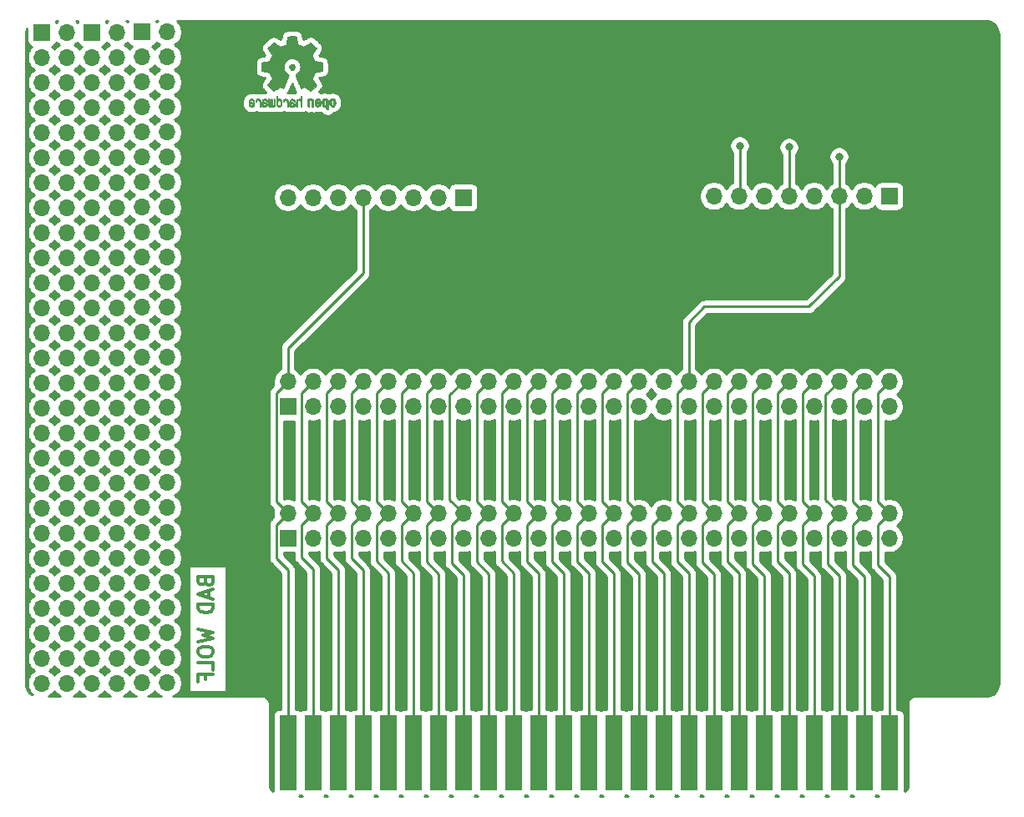
<source format=gbr>
%TF.GenerationSoftware,KiCad,Pcbnew,(5.1.7-0-10_14)*%
%TF.CreationDate,2021-03-20T21:17:23-05:00*%
%TF.ProjectId,Apple_II_Breakout,4170706c-655f-4494-995f-427265616b6f,rev?*%
%TF.SameCoordinates,Original*%
%TF.FileFunction,Copper,L2,Bot*%
%TF.FilePolarity,Positive*%
%FSLAX46Y46*%
G04 Gerber Fmt 4.6, Leading zero omitted, Abs format (unit mm)*
G04 Created by KiCad (PCBNEW (5.1.7-0-10_14)) date 2021-03-20 21:17:23*
%MOMM*%
%LPD*%
G01*
G04 APERTURE LIST*
%TA.AperFunction,NonConductor*%
%ADD10C,0.300000*%
%TD*%
%TA.AperFunction,EtchedComponent*%
%ADD11C,0.010000*%
%TD*%
%TA.AperFunction,ComponentPad*%
%ADD12O,1.700000X1.700000*%
%TD*%
%TA.AperFunction,ComponentPad*%
%ADD13R,1.700000X1.700000*%
%TD*%
%TA.AperFunction,ConnectorPad*%
%ADD14R,1.778000X7.620000*%
%TD*%
%TA.AperFunction,ViaPad*%
%ADD15C,0.800000*%
%TD*%
%TA.AperFunction,Conductor*%
%ADD16C,0.250000*%
%TD*%
%TA.AperFunction,NonConductor*%
%ADD17C,0.254000*%
%TD*%
%TA.AperFunction,NonConductor*%
%ADD18C,0.100000*%
%TD*%
G04 APERTURE END LIST*
D10*
X126118157Y-104177900D02*
X126189585Y-104392185D01*
X126261014Y-104463614D01*
X126403871Y-104535042D01*
X126618157Y-104535042D01*
X126761014Y-104463614D01*
X126832442Y-104392185D01*
X126903871Y-104249328D01*
X126903871Y-103677900D01*
X125403871Y-103677900D01*
X125403871Y-104177900D01*
X125475300Y-104320757D01*
X125546728Y-104392185D01*
X125689585Y-104463614D01*
X125832442Y-104463614D01*
X125975300Y-104392185D01*
X126046728Y-104320757D01*
X126118157Y-104177900D01*
X126118157Y-103677900D01*
X126475300Y-105106471D02*
X126475300Y-105820757D01*
X126903871Y-104963614D02*
X125403871Y-105463614D01*
X126903871Y-105963614D01*
X126903871Y-106463614D02*
X125403871Y-106463614D01*
X125403871Y-106820757D01*
X125475300Y-107035042D01*
X125618157Y-107177900D01*
X125761014Y-107249328D01*
X126046728Y-107320757D01*
X126261014Y-107320757D01*
X126546728Y-107249328D01*
X126689585Y-107177900D01*
X126832442Y-107035042D01*
X126903871Y-106820757D01*
X126903871Y-106463614D01*
X125403871Y-108963614D02*
X126903871Y-109320757D01*
X125832442Y-109606471D01*
X126903871Y-109892185D01*
X125403871Y-110249328D01*
X125403871Y-111106471D02*
X125403871Y-111392185D01*
X125475300Y-111535042D01*
X125618157Y-111677900D01*
X125903871Y-111749328D01*
X126403871Y-111749328D01*
X126689585Y-111677900D01*
X126832442Y-111535042D01*
X126903871Y-111392185D01*
X126903871Y-111106471D01*
X126832442Y-110963614D01*
X126689585Y-110820757D01*
X126403871Y-110749328D01*
X125903871Y-110749328D01*
X125618157Y-110820757D01*
X125475300Y-110963614D01*
X125403871Y-111106471D01*
X126903871Y-113106471D02*
X126903871Y-112392185D01*
X125403871Y-112392185D01*
X126118157Y-114106471D02*
X126118157Y-113606471D01*
X126903871Y-113606471D02*
X125403871Y-113606471D01*
X125403871Y-114320757D01*
D11*
%TO.C,REF\u002A\u002A*%
G36*
X138130514Y-55137105D02*
G01*
X138055861Y-55174327D01*
X137989969Y-55242861D01*
X137971823Y-55268248D01*
X137952055Y-55301466D01*
X137939228Y-55337545D01*
X137931890Y-55385698D01*
X137928587Y-55455136D01*
X137927862Y-55546806D01*
X137931137Y-55672430D01*
X137942523Y-55766754D01*
X137964359Y-55837123D01*
X137998981Y-55890886D01*
X138048730Y-55935388D01*
X138052386Y-55938023D01*
X138101415Y-55964977D01*
X138160455Y-55978312D01*
X138235541Y-55981600D01*
X138357605Y-55981600D01*
X138357656Y-56100097D01*
X138358792Y-56166092D01*
X138365714Y-56204802D01*
X138383802Y-56228019D01*
X138418438Y-56247533D01*
X138426755Y-56251520D01*
X138465680Y-56270203D01*
X138495817Y-56282003D01*
X138518226Y-56283022D01*
X138533967Y-56269361D01*
X138544098Y-56237122D01*
X138549677Y-56182404D01*
X138551765Y-56101311D01*
X138551419Y-55989944D01*
X138549700Y-55844402D01*
X138549163Y-55800869D01*
X138547228Y-55650805D01*
X138545496Y-55552642D01*
X138357708Y-55552642D01*
X138356652Y-55635964D01*
X138351962Y-55690480D01*
X138341349Y-55726437D01*
X138322528Y-55754082D01*
X138309750Y-55767565D01*
X138257510Y-55807017D01*
X138211258Y-55810228D01*
X138163533Y-55777649D01*
X138162323Y-55776446D01*
X138142906Y-55751268D01*
X138131093Y-55717047D01*
X138125135Y-55664348D01*
X138123280Y-55583731D01*
X138123246Y-55565871D01*
X138127730Y-55454775D01*
X138142326Y-55377761D01*
X138168750Y-55330747D01*
X138208717Y-55309650D01*
X138231816Y-55307523D01*
X138286638Y-55317500D01*
X138324242Y-55350352D01*
X138346877Y-55410457D01*
X138356794Y-55502198D01*
X138357708Y-55552642D01*
X138545496Y-55552642D01*
X138545178Y-55534660D01*
X138542527Y-55447279D01*
X138538794Y-55383505D01*
X138533493Y-55338182D01*
X138526142Y-55306155D01*
X138516257Y-55282268D01*
X138503354Y-55261364D01*
X138497821Y-55253498D01*
X138424431Y-55179195D01*
X138331640Y-55137067D01*
X138224304Y-55125322D01*
X138130514Y-55137105D01*
G37*
X138130514Y-55137105D02*
X138055861Y-55174327D01*
X137989969Y-55242861D01*
X137971823Y-55268248D01*
X137952055Y-55301466D01*
X137939228Y-55337545D01*
X137931890Y-55385698D01*
X137928587Y-55455136D01*
X137927862Y-55546806D01*
X137931137Y-55672430D01*
X137942523Y-55766754D01*
X137964359Y-55837123D01*
X137998981Y-55890886D01*
X138048730Y-55935388D01*
X138052386Y-55938023D01*
X138101415Y-55964977D01*
X138160455Y-55978312D01*
X138235541Y-55981600D01*
X138357605Y-55981600D01*
X138357656Y-56100097D01*
X138358792Y-56166092D01*
X138365714Y-56204802D01*
X138383802Y-56228019D01*
X138418438Y-56247533D01*
X138426755Y-56251520D01*
X138465680Y-56270203D01*
X138495817Y-56282003D01*
X138518226Y-56283022D01*
X138533967Y-56269361D01*
X138544098Y-56237122D01*
X138549677Y-56182404D01*
X138551765Y-56101311D01*
X138551419Y-55989944D01*
X138549700Y-55844402D01*
X138549163Y-55800869D01*
X138547228Y-55650805D01*
X138545496Y-55552642D01*
X138357708Y-55552642D01*
X138356652Y-55635964D01*
X138351962Y-55690480D01*
X138341349Y-55726437D01*
X138322528Y-55754082D01*
X138309750Y-55767565D01*
X138257510Y-55807017D01*
X138211258Y-55810228D01*
X138163533Y-55777649D01*
X138162323Y-55776446D01*
X138142906Y-55751268D01*
X138131093Y-55717047D01*
X138125135Y-55664348D01*
X138123280Y-55583731D01*
X138123246Y-55565871D01*
X138127730Y-55454775D01*
X138142326Y-55377761D01*
X138168750Y-55330747D01*
X138208717Y-55309650D01*
X138231816Y-55307523D01*
X138286638Y-55317500D01*
X138324242Y-55350352D01*
X138346877Y-55410457D01*
X138356794Y-55502198D01*
X138357708Y-55552642D01*
X138545496Y-55552642D01*
X138545178Y-55534660D01*
X138542527Y-55447279D01*
X138538794Y-55383505D01*
X138533493Y-55338182D01*
X138526142Y-55306155D01*
X138516257Y-55282268D01*
X138503354Y-55261364D01*
X138497821Y-55253498D01*
X138424431Y-55179195D01*
X138331640Y-55137067D01*
X138224304Y-55125322D01*
X138130514Y-55137105D01*
G36*
X136627736Y-55147689D02*
G01*
X136565033Y-55183958D01*
X136521439Y-55219958D01*
X136489555Y-55257675D01*
X136467590Y-55303799D01*
X136453751Y-55365021D01*
X136446247Y-55448031D01*
X136443283Y-55559519D01*
X136442939Y-55639662D01*
X136442939Y-55934665D01*
X136609015Y-56009115D01*
X136618785Y-55686002D01*
X136622821Y-55565329D01*
X136627056Y-55477741D01*
X136632303Y-55417250D01*
X136639375Y-55377868D01*
X136649089Y-55353607D01*
X136662256Y-55338480D01*
X136666481Y-55335206D01*
X136730491Y-55309634D01*
X136795192Y-55319753D01*
X136833708Y-55346600D01*
X136849375Y-55365624D01*
X136860220Y-55390588D01*
X136867112Y-55428434D01*
X136870921Y-55486102D01*
X136872517Y-55570535D01*
X136872785Y-55658528D01*
X136872837Y-55768923D01*
X136874728Y-55847063D01*
X136881055Y-55899765D01*
X136894417Y-55933842D01*
X136917415Y-55956111D01*
X136952646Y-55973387D01*
X136999703Y-55991338D01*
X137051097Y-56010878D01*
X137044979Y-55664085D01*
X137042516Y-55539068D01*
X137039633Y-55446682D01*
X137035502Y-55380481D01*
X137029293Y-55334020D01*
X137020174Y-55300856D01*
X137007317Y-55274544D01*
X136991816Y-55251329D01*
X136917029Y-55177169D01*
X136825772Y-55134284D01*
X136726517Y-55124012D01*
X136627736Y-55147689D01*
G37*
X136627736Y-55147689D02*
X136565033Y-55183958D01*
X136521439Y-55219958D01*
X136489555Y-55257675D01*
X136467590Y-55303799D01*
X136453751Y-55365021D01*
X136446247Y-55448031D01*
X136443283Y-55559519D01*
X136442939Y-55639662D01*
X136442939Y-55934665D01*
X136609015Y-56009115D01*
X136618785Y-55686002D01*
X136622821Y-55565329D01*
X136627056Y-55477741D01*
X136632303Y-55417250D01*
X136639375Y-55377868D01*
X136649089Y-55353607D01*
X136662256Y-55338480D01*
X136666481Y-55335206D01*
X136730491Y-55309634D01*
X136795192Y-55319753D01*
X136833708Y-55346600D01*
X136849375Y-55365624D01*
X136860220Y-55390588D01*
X136867112Y-55428434D01*
X136870921Y-55486102D01*
X136872517Y-55570535D01*
X136872785Y-55658528D01*
X136872837Y-55768923D01*
X136874728Y-55847063D01*
X136881055Y-55899765D01*
X136894417Y-55933842D01*
X136917415Y-55956111D01*
X136952646Y-55973387D01*
X136999703Y-55991338D01*
X137051097Y-56010878D01*
X137044979Y-55664085D01*
X137042516Y-55539068D01*
X137039633Y-55446682D01*
X137035502Y-55380481D01*
X137029293Y-55334020D01*
X137020174Y-55300856D01*
X137007317Y-55274544D01*
X136991816Y-55251329D01*
X136917029Y-55177169D01*
X136825772Y-55134284D01*
X136726517Y-55124012D01*
X136627736Y-55147689D01*
G36*
X138882514Y-55139856D02*
G01*
X138790936Y-55188009D01*
X138723351Y-55265505D01*
X138699343Y-55315327D01*
X138680662Y-55390133D01*
X138671099Y-55484652D01*
X138670192Y-55587810D01*
X138677479Y-55688535D01*
X138692497Y-55775753D01*
X138714785Y-55838391D01*
X138721635Y-55849179D01*
X138802768Y-55929705D01*
X138899134Y-55977936D01*
X139003699Y-55992050D01*
X139109432Y-55970229D01*
X139138857Y-55957147D01*
X139196159Y-55916831D01*
X139246450Y-55863375D01*
X139251203Y-55856595D01*
X139270522Y-55823921D01*
X139283292Y-55788994D01*
X139290836Y-55743014D01*
X139294476Y-55677184D01*
X139295535Y-55582705D01*
X139295554Y-55561523D01*
X139295506Y-55554782D01*
X139100169Y-55554782D01*
X139099032Y-55643949D01*
X139094559Y-55703120D01*
X139085154Y-55741341D01*
X139069224Y-55767653D01*
X139061092Y-55776446D01*
X139014342Y-55809861D01*
X138968953Y-55808337D01*
X138923060Y-55779352D01*
X138895688Y-55748409D01*
X138879477Y-55703243D01*
X138870374Y-55632020D01*
X138869749Y-55623714D01*
X138868196Y-55494637D01*
X138884435Y-55398772D01*
X138918248Y-55336707D01*
X138969416Y-55309032D01*
X138987680Y-55307523D01*
X139035640Y-55315113D01*
X139068447Y-55341408D01*
X139088505Y-55391695D01*
X139098222Y-55471264D01*
X139100169Y-55554782D01*
X139295506Y-55554782D01*
X139294826Y-55460849D01*
X139291771Y-55390506D01*
X139285078Y-55341763D01*
X139273440Y-55305888D01*
X139255547Y-55274148D01*
X139251592Y-55268248D01*
X139185133Y-55188704D01*
X139112715Y-55142529D01*
X139024551Y-55124199D01*
X138994613Y-55123303D01*
X138882514Y-55139856D01*
G37*
X138882514Y-55139856D02*
X138790936Y-55188009D01*
X138723351Y-55265505D01*
X138699343Y-55315327D01*
X138680662Y-55390133D01*
X138671099Y-55484652D01*
X138670192Y-55587810D01*
X138677479Y-55688535D01*
X138692497Y-55775753D01*
X138714785Y-55838391D01*
X138721635Y-55849179D01*
X138802768Y-55929705D01*
X138899134Y-55977936D01*
X139003699Y-55992050D01*
X139109432Y-55970229D01*
X139138857Y-55957147D01*
X139196159Y-55916831D01*
X139246450Y-55863375D01*
X139251203Y-55856595D01*
X139270522Y-55823921D01*
X139283292Y-55788994D01*
X139290836Y-55743014D01*
X139294476Y-55677184D01*
X139295535Y-55582705D01*
X139295554Y-55561523D01*
X139295506Y-55554782D01*
X139100169Y-55554782D01*
X139099032Y-55643949D01*
X139094559Y-55703120D01*
X139085154Y-55741341D01*
X139069224Y-55767653D01*
X139061092Y-55776446D01*
X139014342Y-55809861D01*
X138968953Y-55808337D01*
X138923060Y-55779352D01*
X138895688Y-55748409D01*
X138879477Y-55703243D01*
X138870374Y-55632020D01*
X138869749Y-55623714D01*
X138868196Y-55494637D01*
X138884435Y-55398772D01*
X138918248Y-55336707D01*
X138969416Y-55309032D01*
X138987680Y-55307523D01*
X139035640Y-55315113D01*
X139068447Y-55341408D01*
X139088505Y-55391695D01*
X139098222Y-55471264D01*
X139100169Y-55554782D01*
X139295506Y-55554782D01*
X139294826Y-55460849D01*
X139291771Y-55390506D01*
X139285078Y-55341763D01*
X139273440Y-55305888D01*
X139255547Y-55274148D01*
X139251592Y-55268248D01*
X139185133Y-55188704D01*
X139112715Y-55142529D01*
X139024551Y-55124199D01*
X138994613Y-55123303D01*
X138882514Y-55139856D01*
G36*
X137365146Y-55152345D02*
G01*
X137288114Y-55204167D01*
X137228584Y-55279012D01*
X137193022Y-55374254D01*
X137185829Y-55444356D01*
X137186646Y-55473609D01*
X137193486Y-55496007D01*
X137212288Y-55516074D01*
X137248992Y-55538333D01*
X137309538Y-55567309D01*
X137399866Y-55607527D01*
X137400323Y-55607729D01*
X137483467Y-55645810D01*
X137551647Y-55679625D01*
X137597895Y-55705533D01*
X137615242Y-55719895D01*
X137615246Y-55720011D01*
X137599957Y-55751285D01*
X137564204Y-55785757D01*
X137523158Y-55810590D01*
X137502363Y-55815523D01*
X137445630Y-55798462D01*
X137396773Y-55755733D01*
X137372935Y-55708755D01*
X137350003Y-55674122D01*
X137305082Y-55634681D01*
X137252277Y-55600609D01*
X137205690Y-55582080D01*
X137195948Y-55581062D01*
X137184982Y-55597815D01*
X137184321Y-55640639D01*
X137192380Y-55698381D01*
X137207573Y-55759889D01*
X137228314Y-55814009D01*
X137229362Y-55816110D01*
X137291779Y-55903260D01*
X137372674Y-55962539D01*
X137464544Y-55991634D01*
X137559887Y-55988234D01*
X137651202Y-55950028D01*
X137655262Y-55947341D01*
X137727094Y-55882242D01*
X137774327Y-55797305D01*
X137800466Y-55685621D01*
X137803974Y-55654243D01*
X137810187Y-55506136D01*
X137802739Y-55437068D01*
X137615246Y-55437068D01*
X137612810Y-55480152D01*
X137599486Y-55492726D01*
X137566268Y-55483319D01*
X137513906Y-55461083D01*
X137455376Y-55433210D01*
X137453921Y-55432472D01*
X137404311Y-55406377D01*
X137384400Y-55388963D01*
X137389310Y-55370707D01*
X137409984Y-55346720D01*
X137462581Y-55312006D01*
X137519223Y-55309456D01*
X137570031Y-55334719D01*
X137605124Y-55383447D01*
X137615246Y-55437068D01*
X137802739Y-55437068D01*
X137797408Y-55387636D01*
X137764622Y-55293655D01*
X137718979Y-55227815D01*
X137636598Y-55161281D01*
X137545854Y-55128276D01*
X137453215Y-55126173D01*
X137365146Y-55152345D01*
G37*
X137365146Y-55152345D02*
X137288114Y-55204167D01*
X137228584Y-55279012D01*
X137193022Y-55374254D01*
X137185829Y-55444356D01*
X137186646Y-55473609D01*
X137193486Y-55496007D01*
X137212288Y-55516074D01*
X137248992Y-55538333D01*
X137309538Y-55567309D01*
X137399866Y-55607527D01*
X137400323Y-55607729D01*
X137483467Y-55645810D01*
X137551647Y-55679625D01*
X137597895Y-55705533D01*
X137615242Y-55719895D01*
X137615246Y-55720011D01*
X137599957Y-55751285D01*
X137564204Y-55785757D01*
X137523158Y-55810590D01*
X137502363Y-55815523D01*
X137445630Y-55798462D01*
X137396773Y-55755733D01*
X137372935Y-55708755D01*
X137350003Y-55674122D01*
X137305082Y-55634681D01*
X137252277Y-55600609D01*
X137205690Y-55582080D01*
X137195948Y-55581062D01*
X137184982Y-55597815D01*
X137184321Y-55640639D01*
X137192380Y-55698381D01*
X137207573Y-55759889D01*
X137228314Y-55814009D01*
X137229362Y-55816110D01*
X137291779Y-55903260D01*
X137372674Y-55962539D01*
X137464544Y-55991634D01*
X137559887Y-55988234D01*
X137651202Y-55950028D01*
X137655262Y-55947341D01*
X137727094Y-55882242D01*
X137774327Y-55797305D01*
X137800466Y-55685621D01*
X137803974Y-55654243D01*
X137810187Y-55506136D01*
X137802739Y-55437068D01*
X137615246Y-55437068D01*
X137612810Y-55480152D01*
X137599486Y-55492726D01*
X137566268Y-55483319D01*
X137513906Y-55461083D01*
X137455376Y-55433210D01*
X137453921Y-55432472D01*
X137404311Y-55406377D01*
X137384400Y-55388963D01*
X137389310Y-55370707D01*
X137409984Y-55346720D01*
X137462581Y-55312006D01*
X137519223Y-55309456D01*
X137570031Y-55334719D01*
X137605124Y-55383447D01*
X137615246Y-55437068D01*
X137802739Y-55437068D01*
X137797408Y-55387636D01*
X137764622Y-55293655D01*
X137718979Y-55227815D01*
X137636598Y-55161281D01*
X137545854Y-55128276D01*
X137453215Y-55126173D01*
X137365146Y-55152345D01*
G36*
X135739554Y-55044720D02*
G01*
X135733828Y-55124580D01*
X135727251Y-55171639D01*
X135718138Y-55192166D01*
X135704802Y-55192429D01*
X135700477Y-55189978D01*
X135642956Y-55172236D01*
X135568132Y-55173272D01*
X135492061Y-55191510D01*
X135444482Y-55215105D01*
X135395698Y-55252798D01*
X135360036Y-55295455D01*
X135335555Y-55349657D01*
X135320313Y-55421984D01*
X135312370Y-55519019D01*
X135309784Y-55647342D01*
X135309738Y-55671958D01*
X135309708Y-55948470D01*
X135371239Y-55969920D01*
X135414941Y-55984512D01*
X135438918Y-55991306D01*
X135439623Y-55991369D01*
X135441985Y-55972945D01*
X135443994Y-55922126D01*
X135445499Y-55845593D01*
X135446347Y-55750030D01*
X135446477Y-55691929D01*
X135446749Y-55577371D01*
X135448148Y-55495267D01*
X135451551Y-55438993D01*
X135457833Y-55401926D01*
X135467871Y-55377444D01*
X135482539Y-55358925D01*
X135491698Y-55350006D01*
X135554611Y-55314066D01*
X135623264Y-55311375D01*
X135685552Y-55341770D01*
X135697071Y-55352744D01*
X135713967Y-55373379D01*
X135725686Y-55397856D01*
X135733167Y-55433247D01*
X135737346Y-55486626D01*
X135739163Y-55565066D01*
X135739554Y-55673217D01*
X135739554Y-55948470D01*
X135801085Y-55969920D01*
X135844787Y-55984512D01*
X135868764Y-55991306D01*
X135869470Y-55991369D01*
X135871274Y-55972669D01*
X135872900Y-55919922D01*
X135874283Y-55838157D01*
X135875358Y-55732405D01*
X135876060Y-55607694D01*
X135876323Y-55469055D01*
X135876323Y-54934406D01*
X135749323Y-54880836D01*
X135739554Y-55044720D01*
G37*
X135739554Y-55044720D02*
X135733828Y-55124580D01*
X135727251Y-55171639D01*
X135718138Y-55192166D01*
X135704802Y-55192429D01*
X135700477Y-55189978D01*
X135642956Y-55172236D01*
X135568132Y-55173272D01*
X135492061Y-55191510D01*
X135444482Y-55215105D01*
X135395698Y-55252798D01*
X135360036Y-55295455D01*
X135335555Y-55349657D01*
X135320313Y-55421984D01*
X135312370Y-55519019D01*
X135309784Y-55647342D01*
X135309738Y-55671958D01*
X135309708Y-55948470D01*
X135371239Y-55969920D01*
X135414941Y-55984512D01*
X135438918Y-55991306D01*
X135439623Y-55991369D01*
X135441985Y-55972945D01*
X135443994Y-55922126D01*
X135445499Y-55845593D01*
X135446347Y-55750030D01*
X135446477Y-55691929D01*
X135446749Y-55577371D01*
X135448148Y-55495267D01*
X135451551Y-55438993D01*
X135457833Y-55401926D01*
X135467871Y-55377444D01*
X135482539Y-55358925D01*
X135491698Y-55350006D01*
X135554611Y-55314066D01*
X135623264Y-55311375D01*
X135685552Y-55341770D01*
X135697071Y-55352744D01*
X135713967Y-55373379D01*
X135725686Y-55397856D01*
X135733167Y-55433247D01*
X135737346Y-55486626D01*
X135739163Y-55565066D01*
X135739554Y-55673217D01*
X135739554Y-55948470D01*
X135801085Y-55969920D01*
X135844787Y-55984512D01*
X135868764Y-55991306D01*
X135869470Y-55991369D01*
X135871274Y-55972669D01*
X135872900Y-55919922D01*
X135874283Y-55838157D01*
X135875358Y-55732405D01*
X135876060Y-55607694D01*
X135876323Y-55469055D01*
X135876323Y-54934406D01*
X135749323Y-54880836D01*
X135739554Y-55044720D01*
G36*
X134845899Y-55178903D02*
G01*
X134769340Y-55207333D01*
X134768464Y-55207879D01*
X134721115Y-55242727D01*
X134686159Y-55283452D01*
X134661575Y-55336525D01*
X134645338Y-55408414D01*
X134635425Y-55505592D01*
X134629814Y-55634528D01*
X134629323Y-55652898D01*
X134622259Y-55929887D01*
X134681705Y-55960628D01*
X134724719Y-55981402D01*
X134750690Y-55991246D01*
X134751891Y-55991369D01*
X134756386Y-55973206D01*
X134759956Y-55924212D01*
X134762152Y-55852631D01*
X134762631Y-55794668D01*
X134762642Y-55700770D01*
X134766934Y-55641803D01*
X134781897Y-55613679D01*
X134813918Y-55612306D01*
X134869386Y-55633598D01*
X134953131Y-55672736D01*
X135014711Y-55705243D01*
X135046383Y-55733445D01*
X135055694Y-55764182D01*
X135055708Y-55765704D01*
X135040343Y-55818654D01*
X134994853Y-55847260D01*
X134925234Y-55851403D01*
X134875087Y-55850684D01*
X134848646Y-55865127D01*
X134832157Y-55899818D01*
X134822667Y-55944016D01*
X134836343Y-55969093D01*
X134841493Y-55972682D01*
X134889975Y-55987096D01*
X134957869Y-55989137D01*
X135027788Y-55979583D01*
X135077332Y-55962122D01*
X135145830Y-55903964D01*
X135184766Y-55823008D01*
X135192477Y-55759760D01*
X135186593Y-55702711D01*
X135165299Y-55656142D01*
X135123135Y-55614781D01*
X135054641Y-55573355D01*
X134954356Y-55526593D01*
X134948246Y-55523950D01*
X134857910Y-55482217D01*
X134802165Y-55447991D01*
X134778271Y-55417235D01*
X134783487Y-55385911D01*
X134815072Y-55349983D01*
X134824517Y-55341716D01*
X134887783Y-55309658D01*
X134953336Y-55311007D01*
X135010428Y-55342438D01*
X135048307Y-55400624D01*
X135051826Y-55412046D01*
X135086100Y-55467437D01*
X135129591Y-55494118D01*
X135192477Y-55520560D01*
X135192477Y-55452148D01*
X135173348Y-55352710D01*
X135116569Y-55261502D01*
X135087022Y-55230989D01*
X135019858Y-55191828D01*
X134934444Y-55174100D01*
X134845899Y-55178903D01*
G37*
X134845899Y-55178903D02*
X134769340Y-55207333D01*
X134768464Y-55207879D01*
X134721115Y-55242727D01*
X134686159Y-55283452D01*
X134661575Y-55336525D01*
X134645338Y-55408414D01*
X134635425Y-55505592D01*
X134629814Y-55634528D01*
X134629323Y-55652898D01*
X134622259Y-55929887D01*
X134681705Y-55960628D01*
X134724719Y-55981402D01*
X134750690Y-55991246D01*
X134751891Y-55991369D01*
X134756386Y-55973206D01*
X134759956Y-55924212D01*
X134762152Y-55852631D01*
X134762631Y-55794668D01*
X134762642Y-55700770D01*
X134766934Y-55641803D01*
X134781897Y-55613679D01*
X134813918Y-55612306D01*
X134869386Y-55633598D01*
X134953131Y-55672736D01*
X135014711Y-55705243D01*
X135046383Y-55733445D01*
X135055694Y-55764182D01*
X135055708Y-55765704D01*
X135040343Y-55818654D01*
X134994853Y-55847260D01*
X134925234Y-55851403D01*
X134875087Y-55850684D01*
X134848646Y-55865127D01*
X134832157Y-55899818D01*
X134822667Y-55944016D01*
X134836343Y-55969093D01*
X134841493Y-55972682D01*
X134889975Y-55987096D01*
X134957869Y-55989137D01*
X135027788Y-55979583D01*
X135077332Y-55962122D01*
X135145830Y-55903964D01*
X135184766Y-55823008D01*
X135192477Y-55759760D01*
X135186593Y-55702711D01*
X135165299Y-55656142D01*
X135123135Y-55614781D01*
X135054641Y-55573355D01*
X134954356Y-55526593D01*
X134948246Y-55523950D01*
X134857910Y-55482217D01*
X134802165Y-55447991D01*
X134778271Y-55417235D01*
X134783487Y-55385911D01*
X134815072Y-55349983D01*
X134824517Y-55341716D01*
X134887783Y-55309658D01*
X134953336Y-55311007D01*
X135010428Y-55342438D01*
X135048307Y-55400624D01*
X135051826Y-55412046D01*
X135086100Y-55467437D01*
X135129591Y-55494118D01*
X135192477Y-55520560D01*
X135192477Y-55452148D01*
X135173348Y-55352710D01*
X135116569Y-55261502D01*
X135087022Y-55230989D01*
X135019858Y-55191828D01*
X134934444Y-55174100D01*
X134845899Y-55178903D01*
G36*
X134186038Y-55177270D02*
G01*
X134097283Y-55210021D01*
X134025378Y-55267950D01*
X133997256Y-55308728D01*
X133966598Y-55383554D01*
X133967235Y-55437658D01*
X133999413Y-55474046D01*
X134011319Y-55480233D01*
X134062725Y-55499525D01*
X134088978Y-55494582D01*
X134097870Y-55462187D01*
X134098323Y-55444292D01*
X134114603Y-55378459D01*
X134157035Y-55332407D01*
X134216012Y-55310164D01*
X134281925Y-55315761D01*
X134335505Y-55344829D01*
X134353602Y-55361410D01*
X134366429Y-55381525D01*
X134375094Y-55411932D01*
X134380704Y-55459388D01*
X134384365Y-55530650D01*
X134387185Y-55632475D01*
X134387916Y-55664715D01*
X134390580Y-55775010D01*
X134393608Y-55852636D01*
X134398150Y-55903996D01*
X134405354Y-55935490D01*
X134416367Y-55953520D01*
X134432340Y-55964488D01*
X134442566Y-55969333D01*
X134485994Y-55985901D01*
X134511558Y-55991369D01*
X134520005Y-55973107D01*
X134525161Y-55917896D01*
X134527054Y-55825099D01*
X134525711Y-55694078D01*
X134525293Y-55673869D01*
X134522342Y-55554333D01*
X134518852Y-55467049D01*
X134513886Y-55405191D01*
X134506507Y-55361936D01*
X134495776Y-55330460D01*
X134480755Y-55303939D01*
X134472898Y-55292575D01*
X134427847Y-55242292D01*
X134377460Y-55203181D01*
X134371292Y-55199767D01*
X134280942Y-55172812D01*
X134186038Y-55177270D01*
G37*
X134186038Y-55177270D02*
X134097283Y-55210021D01*
X134025378Y-55267950D01*
X133997256Y-55308728D01*
X133966598Y-55383554D01*
X133967235Y-55437658D01*
X133999413Y-55474046D01*
X134011319Y-55480233D01*
X134062725Y-55499525D01*
X134088978Y-55494582D01*
X134097870Y-55462187D01*
X134098323Y-55444292D01*
X134114603Y-55378459D01*
X134157035Y-55332407D01*
X134216012Y-55310164D01*
X134281925Y-55315761D01*
X134335505Y-55344829D01*
X134353602Y-55361410D01*
X134366429Y-55381525D01*
X134375094Y-55411932D01*
X134380704Y-55459388D01*
X134384365Y-55530650D01*
X134387185Y-55632475D01*
X134387916Y-55664715D01*
X134390580Y-55775010D01*
X134393608Y-55852636D01*
X134398150Y-55903996D01*
X134405354Y-55935490D01*
X134416367Y-55953520D01*
X134432340Y-55964488D01*
X134442566Y-55969333D01*
X134485994Y-55985901D01*
X134511558Y-55991369D01*
X134520005Y-55973107D01*
X134525161Y-55917896D01*
X134527054Y-55825099D01*
X134525711Y-55694078D01*
X134525293Y-55673869D01*
X134522342Y-55554333D01*
X134518852Y-55467049D01*
X134513886Y-55405191D01*
X134506507Y-55361936D01*
X134495776Y-55330460D01*
X134480755Y-55303939D01*
X134472898Y-55292575D01*
X134427847Y-55242292D01*
X134377460Y-55203181D01*
X134371292Y-55199767D01*
X134280942Y-55172812D01*
X134186038Y-55177270D01*
G36*
X133297319Y-55332889D02*
G01*
X133297567Y-55478920D01*
X133298528Y-55591255D01*
X133300606Y-55675278D01*
X133304207Y-55736369D01*
X133309735Y-55779909D01*
X133317596Y-55811279D01*
X133328193Y-55835862D01*
X133336218Y-55849894D01*
X133402672Y-55925988D01*
X133486930Y-55973684D01*
X133580151Y-55990799D01*
X133673500Y-55975146D01*
X133729088Y-55947018D01*
X133787443Y-55898360D01*
X133827214Y-55838933D01*
X133851210Y-55761107D01*
X133862239Y-55657252D01*
X133863801Y-55581062D01*
X133863591Y-55575586D01*
X133727092Y-55575586D01*
X133726259Y-55662955D01*
X133722439Y-55720792D01*
X133713654Y-55758629D01*
X133697926Y-55785998D01*
X133679134Y-55806642D01*
X133616025Y-55846490D01*
X133548263Y-55849895D01*
X133484221Y-55816625D01*
X133479236Y-55812117D01*
X133457961Y-55788667D01*
X133444621Y-55760766D01*
X133437399Y-55719241D01*
X133434477Y-55654916D01*
X133434015Y-55583800D01*
X133435017Y-55494458D01*
X133439162Y-55434858D01*
X133448164Y-55395689D01*
X133463733Y-55367640D01*
X133476498Y-55352744D01*
X133535800Y-55315175D01*
X133604099Y-55310657D01*
X133669290Y-55339353D01*
X133681872Y-55350006D01*
X133703289Y-55373663D01*
X133716656Y-55401851D01*
X133723834Y-55443845D01*
X133726681Y-55508919D01*
X133727092Y-55575586D01*
X133863591Y-55575586D01*
X133859078Y-55458365D01*
X133843038Y-55366177D01*
X133812872Y-55296869D01*
X133765771Y-55242811D01*
X133729088Y-55215105D01*
X133662410Y-55185172D01*
X133585128Y-55171278D01*
X133513290Y-55174997D01*
X133473092Y-55190000D01*
X133457318Y-55194270D01*
X133446850Y-55178350D01*
X133439544Y-55135689D01*
X133434015Y-55070706D01*
X133427963Y-54998332D01*
X133419556Y-54954787D01*
X133404259Y-54929887D01*
X133377536Y-54913445D01*
X133360746Y-54906164D01*
X133297246Y-54879563D01*
X133297319Y-55332889D01*
G37*
X133297319Y-55332889D02*
X133297567Y-55478920D01*
X133298528Y-55591255D01*
X133300606Y-55675278D01*
X133304207Y-55736369D01*
X133309735Y-55779909D01*
X133317596Y-55811279D01*
X133328193Y-55835862D01*
X133336218Y-55849894D01*
X133402672Y-55925988D01*
X133486930Y-55973684D01*
X133580151Y-55990799D01*
X133673500Y-55975146D01*
X133729088Y-55947018D01*
X133787443Y-55898360D01*
X133827214Y-55838933D01*
X133851210Y-55761107D01*
X133862239Y-55657252D01*
X133863801Y-55581062D01*
X133863591Y-55575586D01*
X133727092Y-55575586D01*
X133726259Y-55662955D01*
X133722439Y-55720792D01*
X133713654Y-55758629D01*
X133697926Y-55785998D01*
X133679134Y-55806642D01*
X133616025Y-55846490D01*
X133548263Y-55849895D01*
X133484221Y-55816625D01*
X133479236Y-55812117D01*
X133457961Y-55788667D01*
X133444621Y-55760766D01*
X133437399Y-55719241D01*
X133434477Y-55654916D01*
X133434015Y-55583800D01*
X133435017Y-55494458D01*
X133439162Y-55434858D01*
X133448164Y-55395689D01*
X133463733Y-55367640D01*
X133476498Y-55352744D01*
X133535800Y-55315175D01*
X133604099Y-55310657D01*
X133669290Y-55339353D01*
X133681872Y-55350006D01*
X133703289Y-55373663D01*
X133716656Y-55401851D01*
X133723834Y-55443845D01*
X133726681Y-55508919D01*
X133727092Y-55575586D01*
X133863591Y-55575586D01*
X133859078Y-55458365D01*
X133843038Y-55366177D01*
X133812872Y-55296869D01*
X133765771Y-55242811D01*
X133729088Y-55215105D01*
X133662410Y-55185172D01*
X133585128Y-55171278D01*
X133513290Y-55174997D01*
X133473092Y-55190000D01*
X133457318Y-55194270D01*
X133446850Y-55178350D01*
X133439544Y-55135689D01*
X133434015Y-55070706D01*
X133427963Y-54998332D01*
X133419556Y-54954787D01*
X133404259Y-54929887D01*
X133377536Y-54913445D01*
X133360746Y-54906164D01*
X133297246Y-54879563D01*
X133297319Y-55332889D01*
G36*
X132503471Y-55189262D02*
G01*
X132500489Y-55240668D01*
X132498153Y-55318792D01*
X132496651Y-55417457D01*
X132496169Y-55520943D01*
X132496169Y-55871133D01*
X132557999Y-55932963D01*
X132600607Y-55971062D01*
X132638010Y-55986495D01*
X132689130Y-55985518D01*
X132709422Y-55983033D01*
X132772846Y-55975800D01*
X132825305Y-55971655D01*
X132838092Y-55971272D01*
X132881201Y-55973776D01*
X132942856Y-55980062D01*
X132966762Y-55983033D01*
X133025478Y-55987628D01*
X133064936Y-55977646D01*
X133104062Y-55946828D01*
X133118185Y-55932963D01*
X133180015Y-55871133D01*
X133180015Y-55216103D01*
X133130250Y-55193429D01*
X133087398Y-55176634D01*
X133062327Y-55170754D01*
X133055899Y-55189336D01*
X133049891Y-55241255D01*
X133044703Y-55320772D01*
X133040736Y-55422146D01*
X133038823Y-55507792D01*
X133033477Y-55844831D01*
X132986840Y-55851425D01*
X132944424Y-55846814D01*
X132923640Y-55831887D01*
X132917830Y-55803977D01*
X132912870Y-55744525D01*
X132909154Y-55661066D01*
X132907076Y-55561132D01*
X132906776Y-55509704D01*
X132906477Y-55213654D01*
X132844946Y-55192204D01*
X132801396Y-55177620D01*
X132777706Y-55170819D01*
X132777023Y-55170754D01*
X132774646Y-55189242D01*
X132772034Y-55240506D01*
X132769405Y-55318249D01*
X132766979Y-55416174D01*
X132765285Y-55507792D01*
X132759939Y-55844831D01*
X132642708Y-55844831D01*
X132637328Y-55537346D01*
X132631949Y-55229861D01*
X132574799Y-55200307D01*
X132532603Y-55180013D01*
X132507630Y-55170804D01*
X132506909Y-55170754D01*
X132503471Y-55189262D01*
G37*
X132503471Y-55189262D02*
X132500489Y-55240668D01*
X132498153Y-55318792D01*
X132496651Y-55417457D01*
X132496169Y-55520943D01*
X132496169Y-55871133D01*
X132557999Y-55932963D01*
X132600607Y-55971062D01*
X132638010Y-55986495D01*
X132689130Y-55985518D01*
X132709422Y-55983033D01*
X132772846Y-55975800D01*
X132825305Y-55971655D01*
X132838092Y-55971272D01*
X132881201Y-55973776D01*
X132942856Y-55980062D01*
X132966762Y-55983033D01*
X133025478Y-55987628D01*
X133064936Y-55977646D01*
X133104062Y-55946828D01*
X133118185Y-55932963D01*
X133180015Y-55871133D01*
X133180015Y-55216103D01*
X133130250Y-55193429D01*
X133087398Y-55176634D01*
X133062327Y-55170754D01*
X133055899Y-55189336D01*
X133049891Y-55241255D01*
X133044703Y-55320772D01*
X133040736Y-55422146D01*
X133038823Y-55507792D01*
X133033477Y-55844831D01*
X132986840Y-55851425D01*
X132944424Y-55846814D01*
X132923640Y-55831887D01*
X132917830Y-55803977D01*
X132912870Y-55744525D01*
X132909154Y-55661066D01*
X132907076Y-55561132D01*
X132906776Y-55509704D01*
X132906477Y-55213654D01*
X132844946Y-55192204D01*
X132801396Y-55177620D01*
X132777706Y-55170819D01*
X132777023Y-55170754D01*
X132774646Y-55189242D01*
X132772034Y-55240506D01*
X132769405Y-55318249D01*
X132766979Y-55416174D01*
X132765285Y-55507792D01*
X132759939Y-55844831D01*
X132642708Y-55844831D01*
X132637328Y-55537346D01*
X132631949Y-55229861D01*
X132574799Y-55200307D01*
X132532603Y-55180013D01*
X132507630Y-55170804D01*
X132506909Y-55170754D01*
X132503471Y-55189262D01*
G36*
X132012067Y-55186128D02*
G01*
X131955810Y-55211717D01*
X131911653Y-55242724D01*
X131879299Y-55277395D01*
X131856962Y-55322120D01*
X131842854Y-55383292D01*
X131835189Y-55467301D01*
X131832180Y-55580540D01*
X131831862Y-55655109D01*
X131831862Y-55946020D01*
X131881627Y-55968695D01*
X131920824Y-55985267D01*
X131940243Y-55991369D01*
X131943958Y-55973210D01*
X131946905Y-55924248D01*
X131948709Y-55852753D01*
X131949092Y-55795985D01*
X131950739Y-55713971D01*
X131955178Y-55648909D01*
X131961660Y-55609067D01*
X131966810Y-55600600D01*
X132001423Y-55609246D01*
X132055760Y-55631423D01*
X132118678Y-55661486D01*
X132179032Y-55693792D01*
X132225679Y-55722698D01*
X132247474Y-55742561D01*
X132247561Y-55742775D01*
X132245686Y-55779535D01*
X132228875Y-55814626D01*
X132199361Y-55843128D01*
X132156284Y-55852661D01*
X132119468Y-55851550D01*
X132067326Y-55850733D01*
X132039956Y-55862949D01*
X132023518Y-55895224D01*
X132021445Y-55901310D01*
X132014319Y-55947339D01*
X132033376Y-55975287D01*
X132083047Y-55988607D01*
X132136703Y-55991070D01*
X132233258Y-55972810D01*
X132283241Y-55946731D01*
X132344971Y-55885468D01*
X132377710Y-55810270D01*
X132380647Y-55730811D01*
X132352976Y-55656767D01*
X132311353Y-55610369D01*
X132269796Y-55584393D01*
X132204478Y-55551507D01*
X132128362Y-55518157D01*
X132115674Y-55513061D01*
X132032067Y-55476165D01*
X131983870Y-55443646D01*
X131968370Y-55411318D01*
X131982850Y-55374994D01*
X132007708Y-55346600D01*
X132066461Y-55311639D01*
X132131107Y-55309017D01*
X132190392Y-55335958D01*
X132233061Y-55389688D01*
X132238661Y-55403550D01*
X132271267Y-55454536D01*
X132318870Y-55492387D01*
X132378939Y-55523450D01*
X132378939Y-55435368D01*
X132375403Y-55381551D01*
X132360244Y-55339134D01*
X132326632Y-55293879D01*
X132294365Y-55259020D01*
X132244191Y-55209662D01*
X132205207Y-55183147D01*
X132163336Y-55172511D01*
X132115940Y-55170754D01*
X132012067Y-55186128D01*
G37*
X132012067Y-55186128D02*
X131955810Y-55211717D01*
X131911653Y-55242724D01*
X131879299Y-55277395D01*
X131856962Y-55322120D01*
X131842854Y-55383292D01*
X131835189Y-55467301D01*
X131832180Y-55580540D01*
X131831862Y-55655109D01*
X131831862Y-55946020D01*
X131881627Y-55968695D01*
X131920824Y-55985267D01*
X131940243Y-55991369D01*
X131943958Y-55973210D01*
X131946905Y-55924248D01*
X131948709Y-55852753D01*
X131949092Y-55795985D01*
X131950739Y-55713971D01*
X131955178Y-55648909D01*
X131961660Y-55609067D01*
X131966810Y-55600600D01*
X132001423Y-55609246D01*
X132055760Y-55631423D01*
X132118678Y-55661486D01*
X132179032Y-55693792D01*
X132225679Y-55722698D01*
X132247474Y-55742561D01*
X132247561Y-55742775D01*
X132245686Y-55779535D01*
X132228875Y-55814626D01*
X132199361Y-55843128D01*
X132156284Y-55852661D01*
X132119468Y-55851550D01*
X132067326Y-55850733D01*
X132039956Y-55862949D01*
X132023518Y-55895224D01*
X132021445Y-55901310D01*
X132014319Y-55947339D01*
X132033376Y-55975287D01*
X132083047Y-55988607D01*
X132136703Y-55991070D01*
X132233258Y-55972810D01*
X132283241Y-55946731D01*
X132344971Y-55885468D01*
X132377710Y-55810270D01*
X132380647Y-55730811D01*
X132352976Y-55656767D01*
X132311353Y-55610369D01*
X132269796Y-55584393D01*
X132204478Y-55551507D01*
X132128362Y-55518157D01*
X132115674Y-55513061D01*
X132032067Y-55476165D01*
X131983870Y-55443646D01*
X131968370Y-55411318D01*
X131982850Y-55374994D01*
X132007708Y-55346600D01*
X132066461Y-55311639D01*
X132131107Y-55309017D01*
X132190392Y-55335958D01*
X132233061Y-55389688D01*
X132238661Y-55403550D01*
X132271267Y-55454536D01*
X132318870Y-55492387D01*
X132378939Y-55523450D01*
X132378939Y-55435368D01*
X132375403Y-55381551D01*
X132360244Y-55339134D01*
X132326632Y-55293879D01*
X132294365Y-55259020D01*
X132244191Y-55209662D01*
X132205207Y-55183147D01*
X132163336Y-55172511D01*
X132115940Y-55170754D01*
X132012067Y-55186128D01*
G36*
X131328593Y-55189382D02*
G01*
X131305239Y-55199588D01*
X131249498Y-55243734D01*
X131201831Y-55307567D01*
X131172352Y-55375687D01*
X131167554Y-55409270D01*
X131183640Y-55456156D01*
X131218925Y-55480965D01*
X131256756Y-55495987D01*
X131274079Y-55498755D01*
X131282514Y-55478666D01*
X131299170Y-55434951D01*
X131306477Y-55415198D01*
X131347452Y-55346871D01*
X131406778Y-55312791D01*
X131482848Y-55313839D01*
X131488482Y-55315181D01*
X131529095Y-55334436D01*
X131558952Y-55371975D01*
X131579345Y-55432409D01*
X131591564Y-55520351D01*
X131596900Y-55640413D01*
X131597400Y-55704298D01*
X131597648Y-55805003D01*
X131599274Y-55873654D01*
X131603599Y-55917273D01*
X131611946Y-55942882D01*
X131625635Y-55957503D01*
X131645989Y-55968158D01*
X131647166Y-55968695D01*
X131686362Y-55985267D01*
X131705781Y-55991369D01*
X131708765Y-55972919D01*
X131711319Y-55921923D01*
X131713260Y-55844908D01*
X131714403Y-55748405D01*
X131714631Y-55677784D01*
X131713468Y-55541125D01*
X131708921Y-55437451D01*
X131699401Y-55360708D01*
X131683319Y-55304846D01*
X131659087Y-55263812D01*
X131625114Y-55231554D01*
X131591567Y-55209040D01*
X131510901Y-55179076D01*
X131417019Y-55172318D01*
X131328593Y-55189382D01*
G37*
X131328593Y-55189382D02*
X131305239Y-55199588D01*
X131249498Y-55243734D01*
X131201831Y-55307567D01*
X131172352Y-55375687D01*
X131167554Y-55409270D01*
X131183640Y-55456156D01*
X131218925Y-55480965D01*
X131256756Y-55495987D01*
X131274079Y-55498755D01*
X131282514Y-55478666D01*
X131299170Y-55434951D01*
X131306477Y-55415198D01*
X131347452Y-55346871D01*
X131406778Y-55312791D01*
X131482848Y-55313839D01*
X131488482Y-55315181D01*
X131529095Y-55334436D01*
X131558952Y-55371975D01*
X131579345Y-55432409D01*
X131591564Y-55520351D01*
X131596900Y-55640413D01*
X131597400Y-55704298D01*
X131597648Y-55805003D01*
X131599274Y-55873654D01*
X131603599Y-55917273D01*
X131611946Y-55942882D01*
X131625635Y-55957503D01*
X131645989Y-55968158D01*
X131647166Y-55968695D01*
X131686362Y-55985267D01*
X131705781Y-55991369D01*
X131708765Y-55972919D01*
X131711319Y-55921923D01*
X131713260Y-55844908D01*
X131714403Y-55748405D01*
X131714631Y-55677784D01*
X131713468Y-55541125D01*
X131708921Y-55437451D01*
X131699401Y-55360708D01*
X131683319Y-55304846D01*
X131659087Y-55263812D01*
X131625114Y-55231554D01*
X131591567Y-55209040D01*
X131510901Y-55179076D01*
X131417019Y-55172318D01*
X131328593Y-55189382D01*
G36*
X130654176Y-55200438D02*
G01*
X130576872Y-55250961D01*
X130539586Y-55296190D01*
X130510047Y-55378263D01*
X130507701Y-55443207D01*
X130513015Y-55530045D01*
X130713285Y-55617703D01*
X130810661Y-55662487D01*
X130874287Y-55698513D01*
X130907371Y-55729717D01*
X130913120Y-55760036D01*
X130894742Y-55793405D01*
X130874477Y-55815523D01*
X130815511Y-55850993D01*
X130751376Y-55853479D01*
X130692474Y-55825835D01*
X130649203Y-55770920D01*
X130641464Y-55751528D01*
X130604394Y-55690964D01*
X130561746Y-55665152D01*
X130503246Y-55643071D01*
X130503246Y-55726784D01*
X130508418Y-55783750D01*
X130528677Y-55831789D01*
X130571138Y-55886946D01*
X130577449Y-55894114D01*
X130624680Y-55943185D01*
X130665279Y-55969520D01*
X130716072Y-55981635D01*
X130758180Y-55985603D01*
X130833498Y-55986591D01*
X130887114Y-55974066D01*
X130920562Y-55955469D01*
X130973132Y-55914575D01*
X131009521Y-55870348D01*
X131032550Y-55814726D01*
X131045041Y-55739647D01*
X131049813Y-55637049D01*
X131050194Y-55584976D01*
X131048899Y-55522548D01*
X130930929Y-55522548D01*
X130929561Y-55556038D01*
X130926151Y-55561523D01*
X130903647Y-55554072D01*
X130855218Y-55534353D01*
X130790492Y-55506318D01*
X130776957Y-55500292D01*
X130695156Y-55458696D01*
X130650088Y-55422138D01*
X130640183Y-55387896D01*
X130663874Y-55353248D01*
X130683440Y-55337939D01*
X130754040Y-55307321D01*
X130820120Y-55312380D01*
X130875441Y-55349751D01*
X130913764Y-55416073D01*
X130926051Y-55468716D01*
X130930929Y-55522548D01*
X131048899Y-55522548D01*
X131047670Y-55463320D01*
X131038368Y-55373310D01*
X131019940Y-55307767D01*
X130990040Y-55259512D01*
X130946320Y-55221367D01*
X130927259Y-55209040D01*
X130840674Y-55176936D01*
X130745878Y-55174916D01*
X130654176Y-55200438D01*
G37*
X130654176Y-55200438D02*
X130576872Y-55250961D01*
X130539586Y-55296190D01*
X130510047Y-55378263D01*
X130507701Y-55443207D01*
X130513015Y-55530045D01*
X130713285Y-55617703D01*
X130810661Y-55662487D01*
X130874287Y-55698513D01*
X130907371Y-55729717D01*
X130913120Y-55760036D01*
X130894742Y-55793405D01*
X130874477Y-55815523D01*
X130815511Y-55850993D01*
X130751376Y-55853479D01*
X130692474Y-55825835D01*
X130649203Y-55770920D01*
X130641464Y-55751528D01*
X130604394Y-55690964D01*
X130561746Y-55665152D01*
X130503246Y-55643071D01*
X130503246Y-55726784D01*
X130508418Y-55783750D01*
X130528677Y-55831789D01*
X130571138Y-55886946D01*
X130577449Y-55894114D01*
X130624680Y-55943185D01*
X130665279Y-55969520D01*
X130716072Y-55981635D01*
X130758180Y-55985603D01*
X130833498Y-55986591D01*
X130887114Y-55974066D01*
X130920562Y-55955469D01*
X130973132Y-55914575D01*
X131009521Y-55870348D01*
X131032550Y-55814726D01*
X131045041Y-55739647D01*
X131049813Y-55637049D01*
X131050194Y-55584976D01*
X131048899Y-55522548D01*
X130930929Y-55522548D01*
X130929561Y-55556038D01*
X130926151Y-55561523D01*
X130903647Y-55554072D01*
X130855218Y-55534353D01*
X130790492Y-55506318D01*
X130776957Y-55500292D01*
X130695156Y-55458696D01*
X130650088Y-55422138D01*
X130640183Y-55387896D01*
X130663874Y-55353248D01*
X130683440Y-55337939D01*
X130754040Y-55307321D01*
X130820120Y-55312380D01*
X130875441Y-55349751D01*
X130913764Y-55416073D01*
X130926051Y-55468716D01*
X130930929Y-55522548D01*
X131048899Y-55522548D01*
X131047670Y-55463320D01*
X131038368Y-55373310D01*
X131019940Y-55307767D01*
X130990040Y-55259512D01*
X130946320Y-55221367D01*
X130927259Y-55209040D01*
X130840674Y-55176936D01*
X130745878Y-55174916D01*
X130654176Y-55200438D01*
G36*
X134759522Y-48840376D02*
G01*
X134653788Y-48840955D01*
X134577268Y-48842522D01*
X134525028Y-48845572D01*
X134492137Y-48850596D01*
X134473663Y-48858089D01*
X134464673Y-48868544D01*
X134460237Y-48882453D01*
X134459806Y-48884254D01*
X134453067Y-48916745D01*
X134440592Y-48980852D01*
X134423681Y-49069751D01*
X134403629Y-49176619D01*
X134381736Y-49294633D01*
X134380971Y-49298778D01*
X134359041Y-49414431D01*
X134338523Y-49516614D01*
X134320741Y-49599198D01*
X134307019Y-49656056D01*
X134298682Y-49681058D01*
X134298284Y-49681501D01*
X134273723Y-49693710D01*
X134223085Y-49714056D01*
X134157305Y-49738145D01*
X134156939Y-49738274D01*
X134074083Y-49769418D01*
X133976400Y-49809091D01*
X133884323Y-49848981D01*
X133879966Y-49850953D01*
X133729993Y-49919020D01*
X133397902Y-49692239D01*
X133296026Y-49623104D01*
X133203743Y-49561297D01*
X133126397Y-49510333D01*
X133069336Y-49473727D01*
X133037905Y-49454994D01*
X133034921Y-49453604D01*
X133012079Y-49459790D01*
X132969418Y-49489635D01*
X132905272Y-49544547D01*
X132817979Y-49625934D01*
X132728865Y-49712522D01*
X132642959Y-49797847D01*
X132566073Y-49875708D01*
X132502836Y-49941297D01*
X132457877Y-49989805D01*
X132435824Y-50016425D01*
X132435004Y-50017795D01*
X132432566Y-50036063D01*
X132441750Y-50065895D01*
X132464826Y-50111321D01*
X132504063Y-50176370D01*
X132561730Y-50265070D01*
X132638605Y-50379257D01*
X132706830Y-50479762D01*
X132767818Y-50569903D01*
X132818044Y-50644449D01*
X132853984Y-50698165D01*
X132872113Y-50725818D01*
X132873254Y-50727695D01*
X132871041Y-50754190D01*
X132854262Y-50805686D01*
X132826258Y-50872451D01*
X132816278Y-50893772D01*
X132772728Y-50988759D01*
X132726266Y-51096537D01*
X132688523Y-51189792D01*
X132661327Y-51259006D01*
X132639725Y-51311606D01*
X132627242Y-51339097D01*
X132625691Y-51341216D01*
X132602732Y-51344724D01*
X132548614Y-51354338D01*
X132470532Y-51368689D01*
X132375681Y-51386407D01*
X132271257Y-51406125D01*
X132164456Y-51426474D01*
X132062474Y-51446086D01*
X131972506Y-51463591D01*
X131901747Y-51477622D01*
X131857394Y-51486809D01*
X131846515Y-51489407D01*
X131835278Y-51495818D01*
X131826795Y-51510297D01*
X131820686Y-51537733D01*
X131816568Y-51583011D01*
X131814059Y-51651020D01*
X131812779Y-51746647D01*
X131812346Y-51874780D01*
X131812323Y-51927301D01*
X131812323Y-52354445D01*
X131914900Y-52374691D01*
X131971969Y-52385670D01*
X132057131Y-52401695D01*
X132160028Y-52420833D01*
X132270304Y-52441151D01*
X132300785Y-52446732D01*
X132402545Y-52466517D01*
X132491195Y-52485973D01*
X132559292Y-52503297D01*
X132599396Y-52516688D01*
X132606077Y-52520679D01*
X132622481Y-52548942D01*
X132646001Y-52603709D01*
X132672084Y-52674188D01*
X132677258Y-52689369D01*
X132711444Y-52783496D01*
X132753877Y-52889701D01*
X132795403Y-52985073D01*
X132795608Y-52985516D01*
X132864760Y-53135125D01*
X132409888Y-53804217D01*
X132701900Y-54096716D01*
X132790220Y-54183770D01*
X132870775Y-54260509D01*
X132939040Y-54322837D01*
X132990492Y-54366656D01*
X133020606Y-54387870D01*
X133024926Y-54389216D01*
X133050289Y-54378616D01*
X133102042Y-54349147D01*
X133174532Y-54304305D01*
X133262106Y-54247584D01*
X133356788Y-54184062D01*
X133452884Y-54119268D01*
X133538563Y-54062887D01*
X133608384Y-54018388D01*
X133656906Y-53989239D01*
X133678618Y-53978908D01*
X133705107Y-53987650D01*
X133755338Y-54010687D01*
X133818949Y-54043231D01*
X133825692Y-54046849D01*
X133911354Y-54089810D01*
X133970094Y-54110879D01*
X134006628Y-54111103D01*
X134025669Y-54091528D01*
X134025780Y-54091254D01*
X134035298Y-54068072D01*
X134057997Y-54013041D01*
X134092118Y-53930422D01*
X134135900Y-53824472D01*
X134187584Y-53699452D01*
X134245408Y-53559620D01*
X134301409Y-53424237D01*
X134362953Y-53274834D01*
X134419461Y-53136432D01*
X134469239Y-53013273D01*
X134510594Y-52909602D01*
X134541832Y-52829659D01*
X134561259Y-52777688D01*
X134567246Y-52758292D01*
X134552232Y-52736043D01*
X134512961Y-52700582D01*
X134460593Y-52661487D01*
X134311459Y-52537845D01*
X134194889Y-52396122D01*
X134112282Y-52239304D01*
X134065034Y-52070375D01*
X134054543Y-51892322D01*
X134062169Y-51810139D01*
X134103718Y-51639631D01*
X134175277Y-51489059D01*
X134272405Y-51359909D01*
X134390666Y-51253664D01*
X134525620Y-51171810D01*
X134672829Y-51115832D01*
X134827856Y-51087215D01*
X134986261Y-51087444D01*
X135143606Y-51118005D01*
X135295454Y-51180382D01*
X135437365Y-51276060D01*
X135496597Y-51330172D01*
X135610197Y-51469120D01*
X135689294Y-51620961D01*
X135734414Y-51781267D01*
X135746084Y-51945612D01*
X135724831Y-52109571D01*
X135671180Y-52268718D01*
X135585660Y-52418625D01*
X135468795Y-52554867D01*
X135338207Y-52661487D01*
X135283812Y-52702242D01*
X135245386Y-52737318D01*
X135231554Y-52758326D01*
X135238797Y-52781235D01*
X135259395Y-52835965D01*
X135291654Y-52918272D01*
X135333879Y-53023915D01*
X135384377Y-53148650D01*
X135441452Y-53288236D01*
X135497546Y-53424270D01*
X135559433Y-53573801D01*
X135616756Y-53712367D01*
X135667756Y-53835707D01*
X135710673Y-53939564D01*
X135743747Y-54019680D01*
X135765219Y-54071795D01*
X135773175Y-54091254D01*
X135791971Y-54111023D01*
X135828326Y-54110965D01*
X135886921Y-54090041D01*
X135972432Y-54047213D01*
X135973108Y-54046849D01*
X136037493Y-54013612D01*
X136089539Y-53989402D01*
X136118888Y-53979004D01*
X136120183Y-53978908D01*
X136142276Y-53989455D01*
X136191052Y-54018784D01*
X136261069Y-54063427D01*
X136346886Y-54119914D01*
X136442012Y-54184062D01*
X136538860Y-54249011D01*
X136626147Y-54305496D01*
X136698219Y-54350021D01*
X136749423Y-54379090D01*
X136773874Y-54389216D01*
X136796390Y-54375907D01*
X136841658Y-54338712D01*
X136905156Y-54281728D01*
X136982361Y-54209049D01*
X137068749Y-54124771D01*
X137097001Y-54096616D01*
X137389113Y-53804016D01*
X137166769Y-53477704D01*
X137099198Y-53377497D01*
X137039893Y-53287563D01*
X136992183Y-53213110D01*
X136959393Y-53159351D01*
X136944852Y-53131494D01*
X136944426Y-53129512D01*
X136952092Y-53103255D01*
X136972711Y-53050437D01*
X137002715Y-52979910D01*
X137023775Y-52932693D01*
X137063152Y-52842294D01*
X137100235Y-52750966D01*
X137128985Y-52673800D01*
X137136795Y-52650292D01*
X137158983Y-52587516D01*
X137180673Y-52539011D01*
X137192587Y-52520679D01*
X137218877Y-52509459D01*
X137276258Y-52493554D01*
X137357282Y-52474767D01*
X137454505Y-52454899D01*
X137498015Y-52446732D01*
X137608504Y-52426429D01*
X137714484Y-52406770D01*
X137805599Y-52389688D01*
X137871492Y-52377118D01*
X137883900Y-52374691D01*
X137986477Y-52354445D01*
X137986477Y-51927301D01*
X137986247Y-51786846D01*
X137985301Y-51680579D01*
X137983259Y-51603613D01*
X137979738Y-51551060D01*
X137974357Y-51518033D01*
X137966734Y-51499645D01*
X137956488Y-51491008D01*
X137952285Y-51489407D01*
X137926930Y-51483727D01*
X137870916Y-51472395D01*
X137791436Y-51456779D01*
X137695688Y-51438247D01*
X137590867Y-51418169D01*
X137484168Y-51397912D01*
X137382787Y-51378846D01*
X137293921Y-51362339D01*
X137224763Y-51349759D01*
X137182511Y-51342475D01*
X137173110Y-51341216D01*
X137164593Y-51324363D01*
X137145740Y-51279470D01*
X137120076Y-51215030D01*
X137110277Y-51189792D01*
X137070752Y-51092286D01*
X137024208Y-50984559D01*
X136982523Y-50893772D01*
X136951850Y-50824353D01*
X136931444Y-50767310D01*
X136924632Y-50732377D01*
X136925718Y-50727695D01*
X136940115Y-50705591D01*
X136972988Y-50656431D01*
X137020810Y-50585448D01*
X137080052Y-50497878D01*
X137147185Y-50398957D01*
X137160459Y-50379430D01*
X137238354Y-50263740D01*
X137295613Y-50175644D01*
X137334519Y-50111086D01*
X137357356Y-50066011D01*
X137366406Y-50036363D01*
X137363952Y-50018085D01*
X137363889Y-50017969D01*
X137344573Y-49993961D01*
X137301849Y-49947547D01*
X137240349Y-49883537D01*
X137164702Y-49806745D01*
X137079539Y-49721982D01*
X137069935Y-49712522D01*
X136962610Y-49608589D01*
X136879785Y-49532275D01*
X136819795Y-49482171D01*
X136780977Y-49456870D01*
X136763880Y-49453604D01*
X136738927Y-49467850D01*
X136687145Y-49500756D01*
X136613880Y-49548808D01*
X136524480Y-49608490D01*
X136424289Y-49676288D01*
X136400899Y-49692239D01*
X136068807Y-49919020D01*
X135918835Y-49850953D01*
X135827630Y-49811285D01*
X135729731Y-49771391D01*
X135645569Y-49739583D01*
X135641862Y-49738274D01*
X135576031Y-49714176D01*
X135525284Y-49693800D01*
X135500558Y-49681536D01*
X135500516Y-49681501D01*
X135492671Y-49659334D01*
X135479334Y-49604817D01*
X135461830Y-49524080D01*
X135441483Y-49423250D01*
X135419618Y-49308456D01*
X135417829Y-49298778D01*
X135395896Y-49180504D01*
X135375760Y-49073142D01*
X135358720Y-48983517D01*
X135346072Y-48918451D01*
X135339116Y-48884768D01*
X135338994Y-48884254D01*
X135334761Y-48869925D01*
X135326529Y-48859107D01*
X135309367Y-48851306D01*
X135278342Y-48846029D01*
X135228522Y-48842782D01*
X135154976Y-48841072D01*
X135052771Y-48840407D01*
X134916975Y-48840293D01*
X134899400Y-48840292D01*
X134759522Y-48840376D01*
G37*
X134759522Y-48840376D02*
X134653788Y-48840955D01*
X134577268Y-48842522D01*
X134525028Y-48845572D01*
X134492137Y-48850596D01*
X134473663Y-48858089D01*
X134464673Y-48868544D01*
X134460237Y-48882453D01*
X134459806Y-48884254D01*
X134453067Y-48916745D01*
X134440592Y-48980852D01*
X134423681Y-49069751D01*
X134403629Y-49176619D01*
X134381736Y-49294633D01*
X134380971Y-49298778D01*
X134359041Y-49414431D01*
X134338523Y-49516614D01*
X134320741Y-49599198D01*
X134307019Y-49656056D01*
X134298682Y-49681058D01*
X134298284Y-49681501D01*
X134273723Y-49693710D01*
X134223085Y-49714056D01*
X134157305Y-49738145D01*
X134156939Y-49738274D01*
X134074083Y-49769418D01*
X133976400Y-49809091D01*
X133884323Y-49848981D01*
X133879966Y-49850953D01*
X133729993Y-49919020D01*
X133397902Y-49692239D01*
X133296026Y-49623104D01*
X133203743Y-49561297D01*
X133126397Y-49510333D01*
X133069336Y-49473727D01*
X133037905Y-49454994D01*
X133034921Y-49453604D01*
X133012079Y-49459790D01*
X132969418Y-49489635D01*
X132905272Y-49544547D01*
X132817979Y-49625934D01*
X132728865Y-49712522D01*
X132642959Y-49797847D01*
X132566073Y-49875708D01*
X132502836Y-49941297D01*
X132457877Y-49989805D01*
X132435824Y-50016425D01*
X132435004Y-50017795D01*
X132432566Y-50036063D01*
X132441750Y-50065895D01*
X132464826Y-50111321D01*
X132504063Y-50176370D01*
X132561730Y-50265070D01*
X132638605Y-50379257D01*
X132706830Y-50479762D01*
X132767818Y-50569903D01*
X132818044Y-50644449D01*
X132853984Y-50698165D01*
X132872113Y-50725818D01*
X132873254Y-50727695D01*
X132871041Y-50754190D01*
X132854262Y-50805686D01*
X132826258Y-50872451D01*
X132816278Y-50893772D01*
X132772728Y-50988759D01*
X132726266Y-51096537D01*
X132688523Y-51189792D01*
X132661327Y-51259006D01*
X132639725Y-51311606D01*
X132627242Y-51339097D01*
X132625691Y-51341216D01*
X132602732Y-51344724D01*
X132548614Y-51354338D01*
X132470532Y-51368689D01*
X132375681Y-51386407D01*
X132271257Y-51406125D01*
X132164456Y-51426474D01*
X132062474Y-51446086D01*
X131972506Y-51463591D01*
X131901747Y-51477622D01*
X131857394Y-51486809D01*
X131846515Y-51489407D01*
X131835278Y-51495818D01*
X131826795Y-51510297D01*
X131820686Y-51537733D01*
X131816568Y-51583011D01*
X131814059Y-51651020D01*
X131812779Y-51746647D01*
X131812346Y-51874780D01*
X131812323Y-51927301D01*
X131812323Y-52354445D01*
X131914900Y-52374691D01*
X131971969Y-52385670D01*
X132057131Y-52401695D01*
X132160028Y-52420833D01*
X132270304Y-52441151D01*
X132300785Y-52446732D01*
X132402545Y-52466517D01*
X132491195Y-52485973D01*
X132559292Y-52503297D01*
X132599396Y-52516688D01*
X132606077Y-52520679D01*
X132622481Y-52548942D01*
X132646001Y-52603709D01*
X132672084Y-52674188D01*
X132677258Y-52689369D01*
X132711444Y-52783496D01*
X132753877Y-52889701D01*
X132795403Y-52985073D01*
X132795608Y-52985516D01*
X132864760Y-53135125D01*
X132409888Y-53804217D01*
X132701900Y-54096716D01*
X132790220Y-54183770D01*
X132870775Y-54260509D01*
X132939040Y-54322837D01*
X132990492Y-54366656D01*
X133020606Y-54387870D01*
X133024926Y-54389216D01*
X133050289Y-54378616D01*
X133102042Y-54349147D01*
X133174532Y-54304305D01*
X133262106Y-54247584D01*
X133356788Y-54184062D01*
X133452884Y-54119268D01*
X133538563Y-54062887D01*
X133608384Y-54018388D01*
X133656906Y-53989239D01*
X133678618Y-53978908D01*
X133705107Y-53987650D01*
X133755338Y-54010687D01*
X133818949Y-54043231D01*
X133825692Y-54046849D01*
X133911354Y-54089810D01*
X133970094Y-54110879D01*
X134006628Y-54111103D01*
X134025669Y-54091528D01*
X134025780Y-54091254D01*
X134035298Y-54068072D01*
X134057997Y-54013041D01*
X134092118Y-53930422D01*
X134135900Y-53824472D01*
X134187584Y-53699452D01*
X134245408Y-53559620D01*
X134301409Y-53424237D01*
X134362953Y-53274834D01*
X134419461Y-53136432D01*
X134469239Y-53013273D01*
X134510594Y-52909602D01*
X134541832Y-52829659D01*
X134561259Y-52777688D01*
X134567246Y-52758292D01*
X134552232Y-52736043D01*
X134512961Y-52700582D01*
X134460593Y-52661487D01*
X134311459Y-52537845D01*
X134194889Y-52396122D01*
X134112282Y-52239304D01*
X134065034Y-52070375D01*
X134054543Y-51892322D01*
X134062169Y-51810139D01*
X134103718Y-51639631D01*
X134175277Y-51489059D01*
X134272405Y-51359909D01*
X134390666Y-51253664D01*
X134525620Y-51171810D01*
X134672829Y-51115832D01*
X134827856Y-51087215D01*
X134986261Y-51087444D01*
X135143606Y-51118005D01*
X135295454Y-51180382D01*
X135437365Y-51276060D01*
X135496597Y-51330172D01*
X135610197Y-51469120D01*
X135689294Y-51620961D01*
X135734414Y-51781267D01*
X135746084Y-51945612D01*
X135724831Y-52109571D01*
X135671180Y-52268718D01*
X135585660Y-52418625D01*
X135468795Y-52554867D01*
X135338207Y-52661487D01*
X135283812Y-52702242D01*
X135245386Y-52737318D01*
X135231554Y-52758326D01*
X135238797Y-52781235D01*
X135259395Y-52835965D01*
X135291654Y-52918272D01*
X135333879Y-53023915D01*
X135384377Y-53148650D01*
X135441452Y-53288236D01*
X135497546Y-53424270D01*
X135559433Y-53573801D01*
X135616756Y-53712367D01*
X135667756Y-53835707D01*
X135710673Y-53939564D01*
X135743747Y-54019680D01*
X135765219Y-54071795D01*
X135773175Y-54091254D01*
X135791971Y-54111023D01*
X135828326Y-54110965D01*
X135886921Y-54090041D01*
X135972432Y-54047213D01*
X135973108Y-54046849D01*
X136037493Y-54013612D01*
X136089539Y-53989402D01*
X136118888Y-53979004D01*
X136120183Y-53978908D01*
X136142276Y-53989455D01*
X136191052Y-54018784D01*
X136261069Y-54063427D01*
X136346886Y-54119914D01*
X136442012Y-54184062D01*
X136538860Y-54249011D01*
X136626147Y-54305496D01*
X136698219Y-54350021D01*
X136749423Y-54379090D01*
X136773874Y-54389216D01*
X136796390Y-54375907D01*
X136841658Y-54338712D01*
X136905156Y-54281728D01*
X136982361Y-54209049D01*
X137068749Y-54124771D01*
X137097001Y-54096616D01*
X137389113Y-53804016D01*
X137166769Y-53477704D01*
X137099198Y-53377497D01*
X137039893Y-53287563D01*
X136992183Y-53213110D01*
X136959393Y-53159351D01*
X136944852Y-53131494D01*
X136944426Y-53129512D01*
X136952092Y-53103255D01*
X136972711Y-53050437D01*
X137002715Y-52979910D01*
X137023775Y-52932693D01*
X137063152Y-52842294D01*
X137100235Y-52750966D01*
X137128985Y-52673800D01*
X137136795Y-52650292D01*
X137158983Y-52587516D01*
X137180673Y-52539011D01*
X137192587Y-52520679D01*
X137218877Y-52509459D01*
X137276258Y-52493554D01*
X137357282Y-52474767D01*
X137454505Y-52454899D01*
X137498015Y-52446732D01*
X137608504Y-52426429D01*
X137714484Y-52406770D01*
X137805599Y-52389688D01*
X137871492Y-52377118D01*
X137883900Y-52374691D01*
X137986477Y-52354445D01*
X137986477Y-51927301D01*
X137986247Y-51786846D01*
X137985301Y-51680579D01*
X137983259Y-51603613D01*
X137979738Y-51551060D01*
X137974357Y-51518033D01*
X137966734Y-51499645D01*
X137956488Y-51491008D01*
X137952285Y-51489407D01*
X137926930Y-51483727D01*
X137870916Y-51472395D01*
X137791436Y-51456779D01*
X137695688Y-51438247D01*
X137590867Y-51418169D01*
X137484168Y-51397912D01*
X137382787Y-51378846D01*
X137293921Y-51362339D01*
X137224763Y-51349759D01*
X137182511Y-51342475D01*
X137173110Y-51341216D01*
X137164593Y-51324363D01*
X137145740Y-51279470D01*
X137120076Y-51215030D01*
X137110277Y-51189792D01*
X137070752Y-51092286D01*
X137024208Y-50984559D01*
X136982523Y-50893772D01*
X136951850Y-50824353D01*
X136931444Y-50767310D01*
X136924632Y-50732377D01*
X136925718Y-50727695D01*
X136940115Y-50705591D01*
X136972988Y-50656431D01*
X137020810Y-50585448D01*
X137080052Y-50497878D01*
X137147185Y-50398957D01*
X137160459Y-50379430D01*
X137238354Y-50263740D01*
X137295613Y-50175644D01*
X137334519Y-50111086D01*
X137357356Y-50066011D01*
X137366406Y-50036363D01*
X137363952Y-50018085D01*
X137363889Y-50017969D01*
X137344573Y-49993961D01*
X137301849Y-49947547D01*
X137240349Y-49883537D01*
X137164702Y-49806745D01*
X137079539Y-49721982D01*
X137069935Y-49712522D01*
X136962610Y-49608589D01*
X136879785Y-49532275D01*
X136819795Y-49482171D01*
X136780977Y-49456870D01*
X136763880Y-49453604D01*
X136738927Y-49467850D01*
X136687145Y-49500756D01*
X136613880Y-49548808D01*
X136524480Y-49608490D01*
X136424289Y-49676288D01*
X136400899Y-49692239D01*
X136068807Y-49919020D01*
X135918835Y-49850953D01*
X135827630Y-49811285D01*
X135729731Y-49771391D01*
X135645569Y-49739583D01*
X135641862Y-49738274D01*
X135576031Y-49714176D01*
X135525284Y-49693800D01*
X135500558Y-49681536D01*
X135500516Y-49681501D01*
X135492671Y-49659334D01*
X135479334Y-49604817D01*
X135461830Y-49524080D01*
X135441483Y-49423250D01*
X135419618Y-49308456D01*
X135417829Y-49298778D01*
X135395896Y-49180504D01*
X135375760Y-49073142D01*
X135358720Y-48983517D01*
X135346072Y-48918451D01*
X135339116Y-48884768D01*
X135338994Y-48884254D01*
X135334761Y-48869925D01*
X135326529Y-48859107D01*
X135309367Y-48851306D01*
X135278342Y-48846029D01*
X135228522Y-48842782D01*
X135154976Y-48841072D01*
X135052771Y-48840407D01*
X134916975Y-48840293D01*
X134899400Y-48840292D01*
X134759522Y-48840376D01*
%TD*%
D12*
%TO.P,J7,54*%
%TO.N,GND*%
X122237500Y-114452400D03*
%TO.P,J7,53*%
X119697500Y-114452400D03*
%TO.P,J7,52*%
%TO.N,Net-(J7-Pad51)*%
X122237500Y-111912400D03*
%TO.P,J7,51*%
X119697500Y-111912400D03*
%TO.P,J7,50*%
%TO.N,Net-(J7-Pad49)*%
X122237500Y-109372400D03*
%TO.P,J7,49*%
X119697500Y-109372400D03*
%TO.P,J7,48*%
%TO.N,Net-(J7-Pad47)*%
X122237500Y-106832400D03*
%TO.P,J7,47*%
X119697500Y-106832400D03*
%TO.P,J7,46*%
%TO.N,Net-(J7-Pad45)*%
X122237500Y-104292400D03*
%TO.P,J7,45*%
X119697500Y-104292400D03*
%TO.P,J7,44*%
%TO.N,Net-(J7-Pad43)*%
X122237500Y-101752400D03*
%TO.P,J7,43*%
X119697500Y-101752400D03*
%TO.P,J7,42*%
%TO.N,Net-(J7-Pad41)*%
X122237500Y-99212400D03*
%TO.P,J7,41*%
X119697500Y-99212400D03*
%TO.P,J7,40*%
%TO.N,Net-(J7-Pad39)*%
X122237500Y-96672400D03*
%TO.P,J7,39*%
X119697500Y-96672400D03*
%TO.P,J7,38*%
%TO.N,Net-(J7-Pad37)*%
X122237500Y-94132400D03*
%TO.P,J7,37*%
X119697500Y-94132400D03*
%TO.P,J7,36*%
%TO.N,Net-(J7-Pad35)*%
X122237500Y-91592400D03*
%TO.P,J7,35*%
X119697500Y-91592400D03*
%TO.P,J7,34*%
%TO.N,Net-(J7-Pad33)*%
X122237500Y-89052400D03*
%TO.P,J7,33*%
X119697500Y-89052400D03*
%TO.P,J7,32*%
%TO.N,Net-(J7-Pad31)*%
X122237500Y-86512400D03*
%TO.P,J7,31*%
X119697500Y-86512400D03*
%TO.P,J7,30*%
%TO.N,Net-(J7-Pad29)*%
X122237500Y-83972400D03*
%TO.P,J7,29*%
X119697500Y-83972400D03*
%TO.P,J7,28*%
%TO.N,Net-(J7-Pad27)*%
X122237500Y-81432400D03*
%TO.P,J7,27*%
X119697500Y-81432400D03*
%TO.P,J7,26*%
%TO.N,Net-(J7-Pad25)*%
X122237500Y-78892400D03*
%TO.P,J7,25*%
X119697500Y-78892400D03*
%TO.P,J7,24*%
%TO.N,Net-(J7-Pad23)*%
X122237500Y-76352400D03*
%TO.P,J7,23*%
X119697500Y-76352400D03*
%TO.P,J7,22*%
%TO.N,Net-(J7-Pad21)*%
X122237500Y-73812400D03*
%TO.P,J7,21*%
X119697500Y-73812400D03*
%TO.P,J7,20*%
%TO.N,Net-(J7-Pad19)*%
X122237500Y-71272400D03*
%TO.P,J7,19*%
X119697500Y-71272400D03*
%TO.P,J7,18*%
%TO.N,Net-(J7-Pad17)*%
X122237500Y-68732400D03*
%TO.P,J7,17*%
X119697500Y-68732400D03*
%TO.P,J7,16*%
%TO.N,Net-(J7-Pad15)*%
X122237500Y-66192400D03*
%TO.P,J7,15*%
X119697500Y-66192400D03*
%TO.P,J7,14*%
%TO.N,Net-(J7-Pad13)*%
X122237500Y-63652400D03*
%TO.P,J7,13*%
X119697500Y-63652400D03*
%TO.P,J7,12*%
%TO.N,Net-(J7-Pad11)*%
X122237500Y-61112400D03*
%TO.P,J7,11*%
X119697500Y-61112400D03*
%TO.P,J7,10*%
%TO.N,Net-(J7-Pad10)*%
X122237500Y-58572400D03*
%TO.P,J7,9*%
X119697500Y-58572400D03*
%TO.P,J7,8*%
%TO.N,Net-(J7-Pad7)*%
X122237500Y-56032400D03*
%TO.P,J7,7*%
X119697500Y-56032400D03*
%TO.P,J7,6*%
%TO.N,Net-(J7-Pad5)*%
X122237500Y-53492400D03*
%TO.P,J7,5*%
X119697500Y-53492400D03*
%TO.P,J7,4*%
%TO.N,Net-(J7-Pad3)*%
X122237500Y-50952400D03*
%TO.P,J7,3*%
X119697500Y-50952400D03*
%TO.P,J7,2*%
%TO.N,Net-(J7-Pad1)*%
X122237500Y-48412400D03*
D13*
%TO.P,J7,1*%
X119697500Y-48412400D03*
%TD*%
D12*
%TO.P,J6,54*%
%TO.N,GND*%
X117157500Y-114465100D03*
%TO.P,J6,53*%
X114617500Y-114465100D03*
%TO.P,J6,52*%
%TO.N,Net-(J6-Pad51)*%
X117157500Y-111925100D03*
%TO.P,J6,51*%
X114617500Y-111925100D03*
%TO.P,J6,50*%
%TO.N,Net-(J6-Pad49)*%
X117157500Y-109385100D03*
%TO.P,J6,49*%
X114617500Y-109385100D03*
%TO.P,J6,48*%
%TO.N,Net-(J6-Pad47)*%
X117157500Y-106845100D03*
%TO.P,J6,47*%
X114617500Y-106845100D03*
%TO.P,J6,46*%
%TO.N,Net-(J6-Pad45)*%
X117157500Y-104305100D03*
%TO.P,J6,45*%
X114617500Y-104305100D03*
%TO.P,J6,44*%
%TO.N,Net-(J6-Pad43)*%
X117157500Y-101765100D03*
%TO.P,J6,43*%
X114617500Y-101765100D03*
%TO.P,J6,42*%
%TO.N,Net-(J6-Pad41)*%
X117157500Y-99225100D03*
%TO.P,J6,41*%
X114617500Y-99225100D03*
%TO.P,J6,40*%
%TO.N,Net-(J6-Pad39)*%
X117157500Y-96685100D03*
%TO.P,J6,39*%
X114617500Y-96685100D03*
%TO.P,J6,38*%
%TO.N,Net-(J6-Pad37)*%
X117157500Y-94145100D03*
%TO.P,J6,37*%
X114617500Y-94145100D03*
%TO.P,J6,36*%
%TO.N,Net-(J6-Pad35)*%
X117157500Y-91605100D03*
%TO.P,J6,35*%
X114617500Y-91605100D03*
%TO.P,J6,34*%
%TO.N,Net-(J6-Pad33)*%
X117157500Y-89065100D03*
%TO.P,J6,33*%
X114617500Y-89065100D03*
%TO.P,J6,32*%
%TO.N,Net-(J6-Pad31)*%
X117157500Y-86525100D03*
%TO.P,J6,31*%
X114617500Y-86525100D03*
%TO.P,J6,30*%
%TO.N,Net-(J6-Pad29)*%
X117157500Y-83985100D03*
%TO.P,J6,29*%
X114617500Y-83985100D03*
%TO.P,J6,28*%
%TO.N,Net-(J6-Pad27)*%
X117157500Y-81445100D03*
%TO.P,J6,27*%
X114617500Y-81445100D03*
%TO.P,J6,26*%
%TO.N,Net-(J6-Pad25)*%
X117157500Y-78905100D03*
%TO.P,J6,25*%
X114617500Y-78905100D03*
%TO.P,J6,24*%
%TO.N,Net-(J6-Pad23)*%
X117157500Y-76365100D03*
%TO.P,J6,23*%
X114617500Y-76365100D03*
%TO.P,J6,22*%
%TO.N,Net-(J6-Pad21)*%
X117157500Y-73825100D03*
%TO.P,J6,21*%
X114617500Y-73825100D03*
%TO.P,J6,20*%
%TO.N,Net-(J6-Pad19)*%
X117157500Y-71285100D03*
%TO.P,J6,19*%
X114617500Y-71285100D03*
%TO.P,J6,18*%
%TO.N,Net-(J6-Pad17)*%
X117157500Y-68745100D03*
%TO.P,J6,17*%
X114617500Y-68745100D03*
%TO.P,J6,16*%
%TO.N,Net-(J6-Pad15)*%
X117157500Y-66205100D03*
%TO.P,J6,15*%
X114617500Y-66205100D03*
%TO.P,J6,14*%
%TO.N,Net-(J6-Pad13)*%
X117157500Y-63665100D03*
%TO.P,J6,13*%
X114617500Y-63665100D03*
%TO.P,J6,12*%
%TO.N,Net-(J6-Pad11)*%
X117157500Y-61125100D03*
%TO.P,J6,11*%
X114617500Y-61125100D03*
%TO.P,J6,10*%
%TO.N,Net-(J6-Pad10)*%
X117157500Y-58585100D03*
%TO.P,J6,9*%
X114617500Y-58585100D03*
%TO.P,J6,8*%
%TO.N,Net-(J6-Pad7)*%
X117157500Y-56045100D03*
%TO.P,J6,7*%
X114617500Y-56045100D03*
%TO.P,J6,6*%
%TO.N,Net-(J6-Pad5)*%
X117157500Y-53505100D03*
%TO.P,J6,5*%
X114617500Y-53505100D03*
%TO.P,J6,4*%
%TO.N,Net-(J6-Pad3)*%
X117157500Y-50965100D03*
%TO.P,J6,3*%
X114617500Y-50965100D03*
%TO.P,J6,2*%
%TO.N,Net-(J6-Pad1)*%
X117157500Y-48425100D03*
D13*
%TO.P,J6,1*%
X114617500Y-48425100D03*
%TD*%
D12*
%TO.P,J5,54*%
%TO.N,GND*%
X112077500Y-114465100D03*
%TO.P,J5,53*%
X109537500Y-114465100D03*
%TO.P,J5,52*%
%TO.N,Net-(J5-Pad51)*%
X112077500Y-111925100D03*
%TO.P,J5,51*%
X109537500Y-111925100D03*
%TO.P,J5,50*%
%TO.N,Net-(J5-Pad49)*%
X112077500Y-109385100D03*
%TO.P,J5,49*%
X109537500Y-109385100D03*
%TO.P,J5,48*%
%TO.N,Net-(J5-Pad47)*%
X112077500Y-106845100D03*
%TO.P,J5,47*%
X109537500Y-106845100D03*
%TO.P,J5,46*%
%TO.N,Net-(J5-Pad45)*%
X112077500Y-104305100D03*
%TO.P,J5,45*%
X109537500Y-104305100D03*
%TO.P,J5,44*%
%TO.N,Net-(J5-Pad43)*%
X112077500Y-101765100D03*
%TO.P,J5,43*%
X109537500Y-101765100D03*
%TO.P,J5,42*%
%TO.N,Net-(J5-Pad41)*%
X112077500Y-99225100D03*
%TO.P,J5,41*%
X109537500Y-99225100D03*
%TO.P,J5,40*%
%TO.N,Net-(J5-Pad39)*%
X112077500Y-96685100D03*
%TO.P,J5,39*%
X109537500Y-96685100D03*
%TO.P,J5,38*%
%TO.N,Net-(J5-Pad37)*%
X112077500Y-94145100D03*
%TO.P,J5,37*%
X109537500Y-94145100D03*
%TO.P,J5,36*%
%TO.N,Net-(J5-Pad35)*%
X112077500Y-91605100D03*
%TO.P,J5,35*%
X109537500Y-91605100D03*
%TO.P,J5,34*%
%TO.N,Net-(J5-Pad33)*%
X112077500Y-89065100D03*
%TO.P,J5,33*%
X109537500Y-89065100D03*
%TO.P,J5,32*%
%TO.N,Net-(J5-Pad31)*%
X112077500Y-86525100D03*
%TO.P,J5,31*%
X109537500Y-86525100D03*
%TO.P,J5,30*%
%TO.N,Net-(J5-Pad29)*%
X112077500Y-83985100D03*
%TO.P,J5,29*%
X109537500Y-83985100D03*
%TO.P,J5,28*%
%TO.N,Net-(J5-Pad27)*%
X112077500Y-81445100D03*
%TO.P,J5,27*%
X109537500Y-81445100D03*
%TO.P,J5,26*%
%TO.N,Net-(J5-Pad25)*%
X112077500Y-78905100D03*
%TO.P,J5,25*%
X109537500Y-78905100D03*
%TO.P,J5,24*%
%TO.N,Net-(J5-Pad23)*%
X112077500Y-76365100D03*
%TO.P,J5,23*%
X109537500Y-76365100D03*
%TO.P,J5,22*%
%TO.N,Net-(J5-Pad21)*%
X112077500Y-73825100D03*
%TO.P,J5,21*%
X109537500Y-73825100D03*
%TO.P,J5,20*%
%TO.N,Net-(J5-Pad19)*%
X112077500Y-71285100D03*
%TO.P,J5,19*%
X109537500Y-71285100D03*
%TO.P,J5,18*%
%TO.N,Net-(J5-Pad17)*%
X112077500Y-68745100D03*
%TO.P,J5,17*%
X109537500Y-68745100D03*
%TO.P,J5,16*%
%TO.N,Net-(J5-Pad15)*%
X112077500Y-66205100D03*
%TO.P,J5,15*%
X109537500Y-66205100D03*
%TO.P,J5,14*%
%TO.N,Net-(J5-Pad13)*%
X112077500Y-63665100D03*
%TO.P,J5,13*%
X109537500Y-63665100D03*
%TO.P,J5,12*%
%TO.N,Net-(J5-Pad11)*%
X112077500Y-61125100D03*
%TO.P,J5,11*%
X109537500Y-61125100D03*
%TO.P,J5,10*%
%TO.N,Net-(J5-Pad10)*%
X112077500Y-58585100D03*
%TO.P,J5,9*%
X109537500Y-58585100D03*
%TO.P,J5,8*%
%TO.N,Net-(J5-Pad7)*%
X112077500Y-56045100D03*
%TO.P,J5,7*%
X109537500Y-56045100D03*
%TO.P,J5,6*%
%TO.N,Net-(J5-Pad5)*%
X112077500Y-53505100D03*
%TO.P,J5,5*%
X109537500Y-53505100D03*
%TO.P,J5,4*%
%TO.N,Net-(J5-Pad3)*%
X112077500Y-50965100D03*
%TO.P,J5,3*%
X109537500Y-50965100D03*
%TO.P,J5,2*%
%TO.N,Net-(J5-Pad1)*%
X112077500Y-48425100D03*
D13*
%TO.P,J5,1*%
X109537500Y-48425100D03*
%TD*%
D12*
%TO.P,J4,50*%
%TO.N,GND*%
X195427600Y-83870800D03*
%TO.P,J4,49*%
%TO.N,+5V*%
X195427600Y-86410800D03*
%TO.P,J4,48*%
%TO.N,DMA_IN*%
X192887600Y-83870800D03*
%TO.P,J4,47*%
%TO.N,DMA_OUT*%
X192887600Y-86410800D03*
%TO.P,J4,46*%
%TO.N,INT_IN*%
X190347600Y-83870800D03*
%TO.P,J4,45*%
%TO.N,INT_OUT*%
X190347600Y-86410800D03*
%TO.P,J4,44*%
%TO.N,NMI*%
X187807600Y-83870800D03*
%TO.P,J4,43*%
%TO.N,DMA*%
X187807600Y-86410800D03*
%TO.P,J4,42*%
%TO.N,IRQ*%
X185267600Y-83870800D03*
%TO.P,J4,41*%
%TO.N,RDY*%
X185267600Y-86410800D03*
%TO.P,J4,40*%
%TO.N,RES*%
X182727600Y-83870800D03*
%TO.P,J4,39*%
%TO.N,STROBE*%
X182727600Y-86410800D03*
%TO.P,J4,38*%
%TO.N,INH*%
X180187600Y-83870800D03*
%TO.P,J4,37*%
%TO.N,N/C*%
X180187600Y-86410800D03*
%TO.P,J4,36*%
%TO.N,-12V*%
X177647600Y-83870800D03*
%TO.P,J4,35*%
%TO.N,R_W*%
X177647600Y-86410800D03*
%TO.P,J4,34*%
%TO.N,-5V*%
X175107600Y-83870800D03*
%TO.P,J4,33*%
%TO.N,A15*%
X175107600Y-86410800D03*
%TO.P,J4,32*%
%TO.N,N/C*%
X172567600Y-83870800D03*
%TO.P,J4,31*%
%TO.N,A14*%
X172567600Y-86410800D03*
%TO.P,J4,30*%
%TO.N,7M*%
X170027600Y-83870800D03*
%TO.P,J4,29*%
%TO.N,A13*%
X170027600Y-86410800D03*
%TO.P,J4,28*%
%TO.N,Q3*%
X167487600Y-83870800D03*
%TO.P,J4,27*%
%TO.N,A12*%
X167487600Y-86410800D03*
%TO.P,J4,26*%
%TO.N,o1*%
X164947600Y-83870800D03*
%TO.P,J4,25*%
%TO.N,A11*%
X164947600Y-86410800D03*
%TO.P,J4,24*%
%TO.N,M2SEL*%
X162407600Y-83870800D03*
%TO.P,J4,23*%
%TO.N,A10*%
X162407600Y-86410800D03*
%TO.P,J4,22*%
%TO.N,o0*%
X159867600Y-83870800D03*
%TO.P,J4,21*%
%TO.N,A9*%
X159867600Y-86410800D03*
%TO.P,J4,20*%
%TO.N,DEVSEL*%
X157327600Y-83870800D03*
%TO.P,J4,19*%
%TO.N,A8*%
X157327600Y-86410800D03*
%TO.P,J4,18*%
%TO.N,D7*%
X154787600Y-83870800D03*
%TO.P,J4,17*%
%TO.N,A7*%
X154787600Y-86410800D03*
%TO.P,J4,16*%
%TO.N,D6*%
X152247600Y-83870800D03*
%TO.P,J4,15*%
%TO.N,A6*%
X152247600Y-86410800D03*
%TO.P,J4,14*%
%TO.N,D5*%
X149707600Y-83870800D03*
%TO.P,J4,13*%
%TO.N,A5*%
X149707600Y-86410800D03*
%TO.P,J4,12*%
%TO.N,D4*%
X147167600Y-83870800D03*
%TO.P,J4,11*%
%TO.N,A4*%
X147167600Y-86410800D03*
%TO.P,J4,10*%
%TO.N,D3*%
X144627600Y-83870800D03*
%TO.P,J4,9*%
%TO.N,A3*%
X144627600Y-86410800D03*
%TO.P,J4,8*%
%TO.N,D2*%
X142087600Y-83870800D03*
%TO.P,J4,7*%
%TO.N,A2*%
X142087600Y-86410800D03*
%TO.P,J4,6*%
%TO.N,D1*%
X139547600Y-83870800D03*
%TO.P,J4,5*%
%TO.N,A1*%
X139547600Y-86410800D03*
%TO.P,J4,4*%
%TO.N,D0*%
X137007600Y-83870800D03*
%TO.P,J4,3*%
%TO.N,A0*%
X137007600Y-86410800D03*
%TO.P,J4,2*%
%TO.N,+12v*%
X134467600Y-83870800D03*
D13*
%TO.P,J4,1*%
%TO.N,IO_SEL*%
X134467600Y-86410800D03*
%TD*%
D12*
%TO.P,J3,8*%
%TO.N,GND*%
X177647600Y-65049400D03*
%TO.P,J3,7*%
%TO.N,-12V*%
X180187600Y-65049400D03*
%TO.P,J3,6*%
%TO.N,GND*%
X182727600Y-65049400D03*
%TO.P,J3,5*%
%TO.N,+12v*%
X185267600Y-65049400D03*
%TO.P,J3,4*%
%TO.N,GND*%
X187807600Y-65049400D03*
%TO.P,J3,3*%
%TO.N,-5V*%
X190347600Y-65049400D03*
%TO.P,J3,2*%
%TO.N,GND*%
X192887600Y-65049400D03*
D13*
%TO.P,J3,1*%
%TO.N,+5V*%
X195427600Y-65049400D03*
%TD*%
D12*
%TO.P,J2,50*%
%TO.N,GND*%
X195427600Y-97205800D03*
%TO.P,J2,49*%
%TO.N,+5V*%
X195427600Y-99745800D03*
%TO.P,J2,48*%
%TO.N,DMA_IN*%
X192887600Y-97205800D03*
%TO.P,J2,47*%
%TO.N,DMA_OUT*%
X192887600Y-99745800D03*
%TO.P,J2,46*%
%TO.N,INT_IN*%
X190347600Y-97205800D03*
%TO.P,J2,45*%
%TO.N,INT_OUT*%
X190347600Y-99745800D03*
%TO.P,J2,44*%
%TO.N,NMI*%
X187807600Y-97205800D03*
%TO.P,J2,43*%
%TO.N,DMA*%
X187807600Y-99745800D03*
%TO.P,J2,42*%
%TO.N,IRQ*%
X185267600Y-97205800D03*
%TO.P,J2,41*%
%TO.N,RDY*%
X185267600Y-99745800D03*
%TO.P,J2,40*%
%TO.N,RES*%
X182727600Y-97205800D03*
%TO.P,J2,39*%
%TO.N,STROBE*%
X182727600Y-99745800D03*
%TO.P,J2,38*%
%TO.N,INH*%
X180187600Y-97205800D03*
%TO.P,J2,37*%
%TO.N,N/C*%
X180187600Y-99745800D03*
%TO.P,J2,36*%
%TO.N,-12V*%
X177647600Y-97205800D03*
%TO.P,J2,35*%
%TO.N,R_W*%
X177647600Y-99745800D03*
%TO.P,J2,34*%
%TO.N,-5V*%
X175107600Y-97205800D03*
%TO.P,J2,33*%
%TO.N,A15*%
X175107600Y-99745800D03*
%TO.P,J2,32*%
%TO.N,N/C*%
X172567600Y-97205800D03*
%TO.P,J2,31*%
%TO.N,A14*%
X172567600Y-99745800D03*
%TO.P,J2,30*%
%TO.N,7M*%
X170027600Y-97205800D03*
%TO.P,J2,29*%
%TO.N,A13*%
X170027600Y-99745800D03*
%TO.P,J2,28*%
%TO.N,Q3*%
X167487600Y-97205800D03*
%TO.P,J2,27*%
%TO.N,A12*%
X167487600Y-99745800D03*
%TO.P,J2,26*%
%TO.N,o1*%
X164947600Y-97205800D03*
%TO.P,J2,25*%
%TO.N,A11*%
X164947600Y-99745800D03*
%TO.P,J2,24*%
%TO.N,M2SEL*%
X162407600Y-97205800D03*
%TO.P,J2,23*%
%TO.N,A10*%
X162407600Y-99745800D03*
%TO.P,J2,22*%
%TO.N,o0*%
X159867600Y-97205800D03*
%TO.P,J2,21*%
%TO.N,A9*%
X159867600Y-99745800D03*
%TO.P,J2,20*%
%TO.N,DEVSEL*%
X157327600Y-97205800D03*
%TO.P,J2,19*%
%TO.N,A8*%
X157327600Y-99745800D03*
%TO.P,J2,18*%
%TO.N,D7*%
X154787600Y-97205800D03*
%TO.P,J2,17*%
%TO.N,A7*%
X154787600Y-99745800D03*
%TO.P,J2,16*%
%TO.N,D6*%
X152247600Y-97205800D03*
%TO.P,J2,15*%
%TO.N,A6*%
X152247600Y-99745800D03*
%TO.P,J2,14*%
%TO.N,D5*%
X149707600Y-97205800D03*
%TO.P,J2,13*%
%TO.N,A5*%
X149707600Y-99745800D03*
%TO.P,J2,12*%
%TO.N,D4*%
X147167600Y-97205800D03*
%TO.P,J2,11*%
%TO.N,A4*%
X147167600Y-99745800D03*
%TO.P,J2,10*%
%TO.N,D3*%
X144627600Y-97205800D03*
%TO.P,J2,9*%
%TO.N,A3*%
X144627600Y-99745800D03*
%TO.P,J2,8*%
%TO.N,D2*%
X142087600Y-97205800D03*
%TO.P,J2,7*%
%TO.N,A2*%
X142087600Y-99745800D03*
%TO.P,J2,6*%
%TO.N,D1*%
X139547600Y-97205800D03*
%TO.P,J2,5*%
%TO.N,A1*%
X139547600Y-99745800D03*
%TO.P,J2,4*%
%TO.N,D0*%
X137007600Y-97205800D03*
%TO.P,J2,3*%
%TO.N,A0*%
X137007600Y-99745800D03*
%TO.P,J2,2*%
%TO.N,+12v*%
X134467600Y-97205800D03*
D13*
%TO.P,J2,1*%
%TO.N,IO_SEL*%
X134467600Y-99745800D03*
%TD*%
D12*
%TO.P,J1,8*%
%TO.N,GND*%
X134467600Y-65189100D03*
%TO.P,J1,7*%
%TO.N,-12V*%
X137007600Y-65189100D03*
%TO.P,J1,6*%
%TO.N,GND*%
X139547600Y-65189100D03*
%TO.P,J1,5*%
%TO.N,+12v*%
X142087600Y-65189100D03*
%TO.P,J1,4*%
%TO.N,GND*%
X144627600Y-65189100D03*
%TO.P,J1,3*%
%TO.N,-5V*%
X147167600Y-65189100D03*
%TO.P,J1,2*%
%TO.N,GND*%
X149707600Y-65189100D03*
D13*
%TO.P,J1,1*%
%TO.N,+5V*%
X152247600Y-65189100D03*
%TD*%
D14*
%TO.P,BUS1,26*%
%TO.N,GND*%
X195453000Y-121539000D03*
%TO.P,BUS1,27*%
%TO.N,DMA_IN*%
X192913000Y-121539000D03*
%TO.P,BUS1,28*%
%TO.N,INT_IN*%
X190373000Y-121539000D03*
%TO.P,BUS1,29*%
%TO.N,NMI*%
X187833000Y-121539000D03*
%TO.P,BUS1,30*%
%TO.N,IRQ*%
X185293000Y-121539000D03*
%TO.P,BUS1,31*%
%TO.N,RES*%
X182753000Y-121539000D03*
%TO.P,BUS1,32*%
%TO.N,INH*%
X180213000Y-121539000D03*
%TO.P,BUS1,33*%
%TO.N,-12V*%
X177673000Y-121539000D03*
%TO.P,BUS1,34*%
%TO.N,-5V*%
X175133000Y-121539000D03*
%TO.P,BUS1,35*%
%TO.N,N/C*%
X172593000Y-121539000D03*
%TO.P,BUS1,36*%
%TO.N,7M*%
X170053000Y-121539000D03*
%TO.P,BUS1,37*%
%TO.N,Q3*%
X167513000Y-121539000D03*
%TO.P,BUS1,38*%
%TO.N,o1*%
X164973000Y-121539000D03*
%TO.P,BUS1,39*%
%TO.N,M2SEL*%
X162433000Y-121539000D03*
%TO.P,BUS1,40*%
%TO.N,o0*%
X159893000Y-121539000D03*
%TO.P,BUS1,41*%
%TO.N,DEVSEL*%
X157353000Y-121539000D03*
%TO.P,BUS1,42*%
%TO.N,D7*%
X154813000Y-121539000D03*
%TO.P,BUS1,43*%
%TO.N,D6*%
X152273000Y-121539000D03*
%TO.P,BUS1,44*%
%TO.N,D5*%
X149733000Y-121539000D03*
%TO.P,BUS1,45*%
%TO.N,D4*%
X147193000Y-121539000D03*
%TO.P,BUS1,46*%
%TO.N,D3*%
X144653000Y-121539000D03*
%TO.P,BUS1,47*%
%TO.N,D2*%
X142113000Y-121539000D03*
%TO.P,BUS1,48*%
%TO.N,D1*%
X139573000Y-121539000D03*
%TO.P,BUS1,49*%
%TO.N,D0*%
X137033000Y-121539000D03*
%TO.P,BUS1,50*%
%TO.N,+12v*%
X134493000Y-121539000D03*
%TD*%
D15*
%TO.N,-12V*%
X180276500Y-59944000D03*
%TO.N,-5V*%
X190360300Y-61035090D03*
%TO.N,+12v*%
X185267600Y-60096400D03*
%TD*%
D16*
%TO.N,*%
X172593000Y-121539000D02*
X172593000Y-103327200D01*
X171392599Y-98380801D02*
X172567600Y-97205800D01*
X171392599Y-102126799D02*
X171392599Y-98380801D01*
X172593000Y-103327200D02*
X171392599Y-102126799D01*
%TO.N,GND*%
X195453000Y-121539000D02*
X195453000Y-103644700D01*
X194252599Y-98380801D02*
X195427600Y-97205800D01*
X194252599Y-102444299D02*
X194252599Y-98380801D01*
X195453000Y-103644700D02*
X194252599Y-102444299D01*
X194252599Y-85045801D02*
X195427600Y-83870800D01*
X194252599Y-96030799D02*
X194252599Y-85045801D01*
X195427600Y-97205800D02*
X194252599Y-96030799D01*
%TO.N,DMA_IN*%
X192913000Y-121539000D02*
X192913000Y-103695500D01*
X191712599Y-98380801D02*
X192887600Y-97205800D01*
X191712599Y-102495099D02*
X191712599Y-98380801D01*
X192913000Y-103695500D02*
X191712599Y-102495099D01*
X191712599Y-85045801D02*
X192887600Y-83870800D01*
X191712599Y-96030799D02*
X191712599Y-85045801D01*
X192887600Y-97205800D02*
X191712599Y-96030799D01*
%TO.N,INT_IN*%
X190373000Y-121539000D02*
X190373000Y-103555800D01*
X189172599Y-98380801D02*
X190347600Y-97205800D01*
X189172599Y-102355399D02*
X189172599Y-98380801D01*
X190373000Y-103555800D02*
X189172599Y-102355399D01*
X188982601Y-95840801D02*
X188982601Y-85235799D01*
X188982601Y-85235799D02*
X190347600Y-83870800D01*
X190347600Y-97205800D02*
X188982601Y-95840801D01*
%TO.N,NMI*%
X187833000Y-121539000D02*
X187833000Y-103606600D01*
X186632599Y-102406199D02*
X186632599Y-98380801D01*
X186632599Y-98380801D02*
X187807600Y-97205800D01*
X187833000Y-103606600D02*
X186632599Y-102406199D01*
X186632599Y-85045801D02*
X187807600Y-83870800D01*
X186632599Y-96030799D02*
X186632599Y-85045801D01*
X187807600Y-97205800D02*
X186632599Y-96030799D01*
%TO.N,IRQ*%
X185293000Y-121539000D02*
X185293000Y-103327200D01*
X184092599Y-98380801D02*
X185267600Y-97205800D01*
X184092599Y-102126799D02*
X184092599Y-98380801D01*
X185293000Y-103327200D02*
X184092599Y-102126799D01*
X184092599Y-85045801D02*
X185267600Y-83870800D01*
X184092599Y-96030799D02*
X184092599Y-85045801D01*
X185267600Y-97205800D02*
X184092599Y-96030799D01*
%TO.N,RES*%
X182753000Y-121539000D02*
X182753000Y-103555800D01*
X181552599Y-102355399D02*
X181552599Y-98380801D01*
X181552599Y-98380801D02*
X182727600Y-97205800D01*
X182753000Y-103555800D02*
X181552599Y-102355399D01*
X181552599Y-85045801D02*
X182727600Y-83870800D01*
X181552599Y-96030799D02*
X181552599Y-85045801D01*
X182727600Y-97205800D02*
X181552599Y-96030799D01*
%TO.N,INH*%
X180213000Y-121539000D02*
X180213000Y-103327200D01*
X179012599Y-98380801D02*
X180187600Y-97205800D01*
X179012599Y-102126799D02*
X179012599Y-98380801D01*
X180213000Y-103327200D02*
X179012599Y-102126799D01*
X179012599Y-96030799D02*
X179012599Y-85045801D01*
X179012599Y-85045801D02*
X180187600Y-83870800D01*
X180187600Y-97205800D02*
X179012599Y-96030799D01*
%TO.N,-12V*%
X177673000Y-121539000D02*
X177673000Y-103416100D01*
X176472599Y-98380801D02*
X177647600Y-97205800D01*
X176472599Y-102215699D02*
X176472599Y-98380801D01*
X177673000Y-103416100D02*
X176472599Y-102215699D01*
X176472599Y-85045801D02*
X177647600Y-83870800D01*
X176472599Y-96030799D02*
X176472599Y-85045801D01*
X177647600Y-97205800D02*
X176472599Y-96030799D01*
X180276500Y-64960500D02*
X180187600Y-65049400D01*
X180276500Y-59944000D02*
X180276500Y-64960500D01*
%TO.N,-5V*%
X175133000Y-121539000D02*
X175133000Y-103327200D01*
X173932599Y-102126799D02*
X173932599Y-98380801D01*
X173932599Y-98380801D02*
X175107600Y-97205800D01*
X175133000Y-103327200D02*
X173932599Y-102126799D01*
X173932599Y-96030799D02*
X173932599Y-85045801D01*
X173932599Y-85045801D02*
X175107600Y-83870800D01*
X175107600Y-97205800D02*
X173932599Y-96030799D01*
X190347600Y-65049400D02*
X190347600Y-61047790D01*
X190347600Y-61047790D02*
X190360300Y-61035090D01*
X190347600Y-65049400D02*
X190347600Y-73202800D01*
X190347600Y-73202800D02*
X187286900Y-76263500D01*
X187286900Y-76263500D02*
X176707800Y-76263500D01*
X175107600Y-77863700D02*
X175107600Y-83870800D01*
X176707800Y-76263500D02*
X175107600Y-77863700D01*
%TO.N,7M*%
X170053000Y-121539000D02*
X170053000Y-103416100D01*
X168852599Y-98380801D02*
X170027600Y-97205800D01*
X168852599Y-102215699D02*
X168852599Y-98380801D01*
X170053000Y-103416100D02*
X168852599Y-102215699D01*
X168852599Y-85045801D02*
X170027600Y-83870800D01*
X168852599Y-96030799D02*
X168852599Y-85045801D01*
X170027600Y-97205800D02*
X168852599Y-96030799D01*
%TO.N,Q3*%
X167513000Y-121539000D02*
X167513000Y-103327200D01*
X166312599Y-98380801D02*
X167487600Y-97205800D01*
X166312599Y-102126799D02*
X166312599Y-98380801D01*
X167513000Y-103327200D02*
X166312599Y-102126799D01*
X166312599Y-85045801D02*
X167487600Y-83870800D01*
X166312599Y-96030799D02*
X166312599Y-85045801D01*
X167487600Y-97205800D02*
X166312599Y-96030799D01*
%TO.N,o1*%
X163772599Y-98380801D02*
X164947600Y-97205800D01*
X164973000Y-103301800D02*
X163772599Y-102101399D01*
X163772599Y-102101399D02*
X163772599Y-98380801D01*
X164973000Y-121539000D02*
X164973000Y-103301800D01*
X163772599Y-96030799D02*
X163772599Y-85045801D01*
X163772599Y-85045801D02*
X164947600Y-83870800D01*
X164947600Y-97205800D02*
X163772599Y-96030799D01*
%TO.N,M2SEL*%
X161232599Y-98380801D02*
X162407600Y-97205800D01*
X162433000Y-103365300D02*
X161232599Y-102164899D01*
X161232599Y-102164899D02*
X161232599Y-98380801D01*
X162433000Y-121539000D02*
X162433000Y-103365300D01*
X161232599Y-85045801D02*
X162407600Y-83870800D01*
X161232599Y-96030799D02*
X161232599Y-85045801D01*
X162407600Y-97205800D02*
X161232599Y-96030799D01*
%TO.N,o0*%
X158692599Y-102139499D02*
X158692599Y-98380801D01*
X158692599Y-98380801D02*
X159867600Y-97205800D01*
X159893000Y-103339900D02*
X158692599Y-102139499D01*
X159893000Y-121539000D02*
X159893000Y-103339900D01*
X158692599Y-96030799D02*
X158692599Y-85045801D01*
X158692599Y-85045801D02*
X159867600Y-83870800D01*
X159867600Y-97205800D02*
X158692599Y-96030799D01*
%TO.N,DEVSEL*%
X157353000Y-121539000D02*
X157353000Y-103289100D01*
X156152599Y-98380801D02*
X157327600Y-97205800D01*
X156152599Y-102088699D02*
X156152599Y-98380801D01*
X157353000Y-103289100D02*
X156152599Y-102088699D01*
X156152599Y-85045801D02*
X157327600Y-83870800D01*
X156152599Y-96030799D02*
X156152599Y-85045801D01*
X157327600Y-97205800D02*
X156152599Y-96030799D01*
%TO.N,D7*%
X154813000Y-121539000D02*
X154813000Y-103378000D01*
X153612599Y-102177599D02*
X153612599Y-98380801D01*
X153612599Y-98380801D02*
X154787600Y-97205800D01*
X154813000Y-103378000D02*
X153612599Y-102177599D01*
X153612599Y-85045801D02*
X154787600Y-83870800D01*
X153612599Y-96030799D02*
X153612599Y-85045801D01*
X154787600Y-97205800D02*
X153612599Y-96030799D01*
%TO.N,D6*%
X152273000Y-121539000D02*
X152273000Y-103466900D01*
X151072599Y-98380801D02*
X152247600Y-97205800D01*
X151072599Y-102266499D02*
X151072599Y-98380801D01*
X152273000Y-103466900D02*
X151072599Y-102266499D01*
X150882601Y-85235799D02*
X152247600Y-83870800D01*
X150882601Y-95840801D02*
X150882601Y-85235799D01*
X152247600Y-97205800D02*
X150882601Y-95840801D01*
%TO.N,D5*%
X149733000Y-121539000D02*
X149733000Y-103378000D01*
X148532599Y-98380801D02*
X149707600Y-97205800D01*
X148532599Y-102177599D02*
X148532599Y-98380801D01*
X149733000Y-103378000D02*
X148532599Y-102177599D01*
X148532599Y-85045801D02*
X149707600Y-83870800D01*
X148532599Y-96030799D02*
X148532599Y-85045801D01*
X149707600Y-97205800D02*
X148532599Y-96030799D01*
%TO.N,D4*%
X147193000Y-121539000D02*
X147193000Y-103289100D01*
X145992599Y-102088699D02*
X145992599Y-98380801D01*
X145992599Y-98380801D02*
X147167600Y-97205800D01*
X147193000Y-103289100D02*
X145992599Y-102088699D01*
X145992599Y-96030799D02*
X145992599Y-85045801D01*
X145992599Y-85045801D02*
X147167600Y-83870800D01*
X147167600Y-97205800D02*
X145992599Y-96030799D01*
%TO.N,D3*%
X144653000Y-121539000D02*
X144653000Y-103289100D01*
X143452599Y-102088699D02*
X143452599Y-98380801D01*
X143452599Y-98380801D02*
X144627600Y-97205800D01*
X144653000Y-103289100D02*
X143452599Y-102088699D01*
X143452599Y-85045801D02*
X144627600Y-83870800D01*
X143452599Y-96030799D02*
X143452599Y-85045801D01*
X144627600Y-97205800D02*
X143452599Y-96030799D01*
%TO.N,D2*%
X142113000Y-121539000D02*
X142113000Y-103009700D01*
X140912599Y-98380801D02*
X142087600Y-97205800D01*
X140912599Y-101809299D02*
X140912599Y-98380801D01*
X142113000Y-103009700D02*
X140912599Y-101809299D01*
X140912599Y-85045801D02*
X142087600Y-83870800D01*
X140912599Y-96030799D02*
X140912599Y-85045801D01*
X142087600Y-97205800D02*
X140912599Y-96030799D01*
%TO.N,D1*%
X139573000Y-121539000D02*
X139573000Y-102971600D01*
X138372599Y-98380801D02*
X139547600Y-97205800D01*
X138372599Y-101771199D02*
X138372599Y-98380801D01*
X139573000Y-102971600D02*
X138372599Y-101771199D01*
X138372599Y-85045801D02*
X139547600Y-83870800D01*
X138372599Y-96030799D02*
X138372599Y-85045801D01*
X139547600Y-97205800D02*
X138372599Y-96030799D01*
%TO.N,D0*%
X137033000Y-121539000D02*
X137033000Y-102882700D01*
X135832599Y-98380801D02*
X137007600Y-97205800D01*
X135832599Y-101682299D02*
X135832599Y-98380801D01*
X137033000Y-102882700D02*
X135832599Y-101682299D01*
X135832599Y-85045801D02*
X137007600Y-83870800D01*
X135832599Y-96030799D02*
X135832599Y-85045801D01*
X137007600Y-97205800D02*
X135832599Y-96030799D01*
%TO.N,+12v*%
X134493000Y-121539000D02*
X134493000Y-102984300D01*
X133292599Y-98380801D02*
X134467600Y-97205800D01*
X133292599Y-101783899D02*
X133292599Y-98380801D01*
X134493000Y-102984300D02*
X133292599Y-101783899D01*
X133292599Y-96030799D02*
X133292599Y-85045801D01*
X133292599Y-85045801D02*
X134467600Y-83870800D01*
X134467600Y-97205800D02*
X133292599Y-96030799D01*
X185267600Y-60096400D02*
X185267600Y-65049400D01*
X134467600Y-83870800D02*
X134467600Y-80467200D01*
X142087600Y-72847200D02*
X142087600Y-65189100D01*
X134467600Y-80467200D02*
X142087600Y-72847200D01*
%TD*%
D17*
X186589506Y-125879537D02*
X186699820Y-125938502D01*
X186725527Y-125946300D01*
X186400473Y-125946300D01*
X186426180Y-125938502D01*
X186536494Y-125879537D01*
X186563000Y-125857784D01*
X186589506Y-125879537D01*
%TA.AperFunction,NonConductor*%
D18*
G36*
X186589506Y-125879537D02*
G01*
X186699820Y-125938502D01*
X186725527Y-125946300D01*
X186400473Y-125946300D01*
X186426180Y-125938502D01*
X186536494Y-125879537D01*
X186563000Y-125857784D01*
X186589506Y-125879537D01*
G37*
%TD.AperFunction*%
D17*
X184049506Y-125879537D02*
X184159820Y-125938502D01*
X184185527Y-125946300D01*
X183860473Y-125946300D01*
X183886180Y-125938502D01*
X183996494Y-125879537D01*
X184023000Y-125857784D01*
X184049506Y-125879537D01*
%TA.AperFunction,NonConductor*%
D18*
G36*
X184049506Y-125879537D02*
G01*
X184159820Y-125938502D01*
X184185527Y-125946300D01*
X183860473Y-125946300D01*
X183886180Y-125938502D01*
X183996494Y-125879537D01*
X184023000Y-125857784D01*
X184049506Y-125879537D01*
G37*
%TD.AperFunction*%
D17*
X191669506Y-125879537D02*
X191779820Y-125938502D01*
X191805527Y-125946300D01*
X191480473Y-125946300D01*
X191506180Y-125938502D01*
X191616494Y-125879537D01*
X191643000Y-125857784D01*
X191669506Y-125879537D01*
%TA.AperFunction,NonConductor*%
D18*
G36*
X191669506Y-125879537D02*
G01*
X191779820Y-125938502D01*
X191805527Y-125946300D01*
X191480473Y-125946300D01*
X191506180Y-125938502D01*
X191616494Y-125879537D01*
X191643000Y-125857784D01*
X191669506Y-125879537D01*
G37*
%TD.AperFunction*%
D17*
X189129506Y-125879537D02*
X189239820Y-125938502D01*
X189265527Y-125946300D01*
X188940473Y-125946300D01*
X188966180Y-125938502D01*
X189076494Y-125879537D01*
X189103000Y-125857784D01*
X189129506Y-125879537D01*
%TA.AperFunction,NonConductor*%
D18*
G36*
X189129506Y-125879537D02*
G01*
X189239820Y-125938502D01*
X189265527Y-125946300D01*
X188940473Y-125946300D01*
X188966180Y-125938502D01*
X189076494Y-125879537D01*
X189103000Y-125857784D01*
X189129506Y-125879537D01*
G37*
%TD.AperFunction*%
D17*
X194209506Y-125879537D02*
X194319820Y-125938502D01*
X194345527Y-125946300D01*
X194020473Y-125946300D01*
X194046180Y-125938502D01*
X194156494Y-125879537D01*
X194183000Y-125857784D01*
X194209506Y-125879537D01*
%TA.AperFunction,NonConductor*%
D18*
G36*
X194209506Y-125879537D02*
G01*
X194319820Y-125938502D01*
X194345527Y-125946300D01*
X194020473Y-125946300D01*
X194046180Y-125938502D01*
X194156494Y-125879537D01*
X194183000Y-125857784D01*
X194209506Y-125879537D01*
G37*
%TD.AperFunction*%
D17*
X135789506Y-125879537D02*
X135899820Y-125938502D01*
X135925527Y-125946300D01*
X135600473Y-125946300D01*
X135626180Y-125938502D01*
X135736494Y-125879537D01*
X135763000Y-125857784D01*
X135789506Y-125879537D01*
%TA.AperFunction,NonConductor*%
D18*
G36*
X135789506Y-125879537D02*
G01*
X135899820Y-125938502D01*
X135925527Y-125946300D01*
X135600473Y-125946300D01*
X135626180Y-125938502D01*
X135736494Y-125879537D01*
X135763000Y-125857784D01*
X135789506Y-125879537D01*
G37*
%TD.AperFunction*%
D17*
X138329506Y-125879537D02*
X138439820Y-125938502D01*
X138465527Y-125946300D01*
X138140473Y-125946300D01*
X138166180Y-125938502D01*
X138276494Y-125879537D01*
X138303000Y-125857784D01*
X138329506Y-125879537D01*
%TA.AperFunction,NonConductor*%
D18*
G36*
X138329506Y-125879537D02*
G01*
X138439820Y-125938502D01*
X138465527Y-125946300D01*
X138140473Y-125946300D01*
X138166180Y-125938502D01*
X138276494Y-125879537D01*
X138303000Y-125857784D01*
X138329506Y-125879537D01*
G37*
%TD.AperFunction*%
D17*
X140869506Y-125879537D02*
X140979820Y-125938502D01*
X141005527Y-125946300D01*
X140680473Y-125946300D01*
X140706180Y-125938502D01*
X140816494Y-125879537D01*
X140843000Y-125857784D01*
X140869506Y-125879537D01*
%TA.AperFunction,NonConductor*%
D18*
G36*
X140869506Y-125879537D02*
G01*
X140979820Y-125938502D01*
X141005527Y-125946300D01*
X140680473Y-125946300D01*
X140706180Y-125938502D01*
X140816494Y-125879537D01*
X140843000Y-125857784D01*
X140869506Y-125879537D01*
G37*
%TD.AperFunction*%
D17*
X143409506Y-125879537D02*
X143519820Y-125938502D01*
X143545527Y-125946300D01*
X143220473Y-125946300D01*
X143246180Y-125938502D01*
X143356494Y-125879537D01*
X143383000Y-125857784D01*
X143409506Y-125879537D01*
%TA.AperFunction,NonConductor*%
D18*
G36*
X143409506Y-125879537D02*
G01*
X143519820Y-125938502D01*
X143545527Y-125946300D01*
X143220473Y-125946300D01*
X143246180Y-125938502D01*
X143356494Y-125879537D01*
X143383000Y-125857784D01*
X143409506Y-125879537D01*
G37*
%TD.AperFunction*%
D17*
X145949506Y-125879537D02*
X146059820Y-125938502D01*
X146085527Y-125946300D01*
X145760473Y-125946300D01*
X145786180Y-125938502D01*
X145896494Y-125879537D01*
X145923000Y-125857784D01*
X145949506Y-125879537D01*
%TA.AperFunction,NonConductor*%
D18*
G36*
X145949506Y-125879537D02*
G01*
X146059820Y-125938502D01*
X146085527Y-125946300D01*
X145760473Y-125946300D01*
X145786180Y-125938502D01*
X145896494Y-125879537D01*
X145923000Y-125857784D01*
X145949506Y-125879537D01*
G37*
%TD.AperFunction*%
D17*
X148489506Y-125879537D02*
X148599820Y-125938502D01*
X148625527Y-125946300D01*
X148300473Y-125946300D01*
X148326180Y-125938502D01*
X148436494Y-125879537D01*
X148463000Y-125857784D01*
X148489506Y-125879537D01*
%TA.AperFunction,NonConductor*%
D18*
G36*
X148489506Y-125879537D02*
G01*
X148599820Y-125938502D01*
X148625527Y-125946300D01*
X148300473Y-125946300D01*
X148326180Y-125938502D01*
X148436494Y-125879537D01*
X148463000Y-125857784D01*
X148489506Y-125879537D01*
G37*
%TD.AperFunction*%
D17*
X151029506Y-125879537D02*
X151139820Y-125938502D01*
X151165527Y-125946300D01*
X150840473Y-125946300D01*
X150866180Y-125938502D01*
X150976494Y-125879537D01*
X151003000Y-125857784D01*
X151029506Y-125879537D01*
%TA.AperFunction,NonConductor*%
D18*
G36*
X151029506Y-125879537D02*
G01*
X151139820Y-125938502D01*
X151165527Y-125946300D01*
X150840473Y-125946300D01*
X150866180Y-125938502D01*
X150976494Y-125879537D01*
X151003000Y-125857784D01*
X151029506Y-125879537D01*
G37*
%TD.AperFunction*%
D17*
X153569506Y-125879537D02*
X153679820Y-125938502D01*
X153705527Y-125946300D01*
X153380473Y-125946300D01*
X153406180Y-125938502D01*
X153516494Y-125879537D01*
X153543000Y-125857784D01*
X153569506Y-125879537D01*
%TA.AperFunction,NonConductor*%
D18*
G36*
X153569506Y-125879537D02*
G01*
X153679820Y-125938502D01*
X153705527Y-125946300D01*
X153380473Y-125946300D01*
X153406180Y-125938502D01*
X153516494Y-125879537D01*
X153543000Y-125857784D01*
X153569506Y-125879537D01*
G37*
%TD.AperFunction*%
D17*
X156109506Y-125879537D02*
X156219820Y-125938502D01*
X156245527Y-125946300D01*
X155920473Y-125946300D01*
X155946180Y-125938502D01*
X156056494Y-125879537D01*
X156083000Y-125857784D01*
X156109506Y-125879537D01*
%TA.AperFunction,NonConductor*%
D18*
G36*
X156109506Y-125879537D02*
G01*
X156219820Y-125938502D01*
X156245527Y-125946300D01*
X155920473Y-125946300D01*
X155946180Y-125938502D01*
X156056494Y-125879537D01*
X156083000Y-125857784D01*
X156109506Y-125879537D01*
G37*
%TD.AperFunction*%
D17*
X158649506Y-125879537D02*
X158759820Y-125938502D01*
X158785527Y-125946300D01*
X158460473Y-125946300D01*
X158486180Y-125938502D01*
X158596494Y-125879537D01*
X158623000Y-125857784D01*
X158649506Y-125879537D01*
%TA.AperFunction,NonConductor*%
D18*
G36*
X158649506Y-125879537D02*
G01*
X158759820Y-125938502D01*
X158785527Y-125946300D01*
X158460473Y-125946300D01*
X158486180Y-125938502D01*
X158596494Y-125879537D01*
X158623000Y-125857784D01*
X158649506Y-125879537D01*
G37*
%TD.AperFunction*%
D17*
X161189506Y-125879537D02*
X161299820Y-125938502D01*
X161325527Y-125946300D01*
X161000473Y-125946300D01*
X161026180Y-125938502D01*
X161136494Y-125879537D01*
X161163000Y-125857784D01*
X161189506Y-125879537D01*
%TA.AperFunction,NonConductor*%
D18*
G36*
X161189506Y-125879537D02*
G01*
X161299820Y-125938502D01*
X161325527Y-125946300D01*
X161000473Y-125946300D01*
X161026180Y-125938502D01*
X161136494Y-125879537D01*
X161163000Y-125857784D01*
X161189506Y-125879537D01*
G37*
%TD.AperFunction*%
D17*
X163729506Y-125879537D02*
X163839820Y-125938502D01*
X163865527Y-125946300D01*
X163540473Y-125946300D01*
X163566180Y-125938502D01*
X163676494Y-125879537D01*
X163703000Y-125857784D01*
X163729506Y-125879537D01*
%TA.AperFunction,NonConductor*%
D18*
G36*
X163729506Y-125879537D02*
G01*
X163839820Y-125938502D01*
X163865527Y-125946300D01*
X163540473Y-125946300D01*
X163566180Y-125938502D01*
X163676494Y-125879537D01*
X163703000Y-125857784D01*
X163729506Y-125879537D01*
G37*
%TD.AperFunction*%
D17*
X166269506Y-125879537D02*
X166379820Y-125938502D01*
X166405527Y-125946300D01*
X166080473Y-125946300D01*
X166106180Y-125938502D01*
X166216494Y-125879537D01*
X166243000Y-125857784D01*
X166269506Y-125879537D01*
%TA.AperFunction,NonConductor*%
D18*
G36*
X166269506Y-125879537D02*
G01*
X166379820Y-125938502D01*
X166405527Y-125946300D01*
X166080473Y-125946300D01*
X166106180Y-125938502D01*
X166216494Y-125879537D01*
X166243000Y-125857784D01*
X166269506Y-125879537D01*
G37*
%TD.AperFunction*%
D17*
X168809506Y-125879537D02*
X168919820Y-125938502D01*
X168945527Y-125946300D01*
X168620473Y-125946300D01*
X168646180Y-125938502D01*
X168756494Y-125879537D01*
X168783000Y-125857784D01*
X168809506Y-125879537D01*
%TA.AperFunction,NonConductor*%
D18*
G36*
X168809506Y-125879537D02*
G01*
X168919820Y-125938502D01*
X168945527Y-125946300D01*
X168620473Y-125946300D01*
X168646180Y-125938502D01*
X168756494Y-125879537D01*
X168783000Y-125857784D01*
X168809506Y-125879537D01*
G37*
%TD.AperFunction*%
D17*
X171349506Y-125879537D02*
X171459820Y-125938502D01*
X171485527Y-125946300D01*
X171160473Y-125946300D01*
X171186180Y-125938502D01*
X171296494Y-125879537D01*
X171323000Y-125857784D01*
X171349506Y-125879537D01*
%TA.AperFunction,NonConductor*%
D18*
G36*
X171349506Y-125879537D02*
G01*
X171459820Y-125938502D01*
X171485527Y-125946300D01*
X171160473Y-125946300D01*
X171186180Y-125938502D01*
X171296494Y-125879537D01*
X171323000Y-125857784D01*
X171349506Y-125879537D01*
G37*
%TD.AperFunction*%
D17*
X173889506Y-125879537D02*
X173999820Y-125938502D01*
X174025527Y-125946300D01*
X173700473Y-125946300D01*
X173726180Y-125938502D01*
X173836494Y-125879537D01*
X173863000Y-125857784D01*
X173889506Y-125879537D01*
%TA.AperFunction,NonConductor*%
D18*
G36*
X173889506Y-125879537D02*
G01*
X173999820Y-125938502D01*
X174025527Y-125946300D01*
X173700473Y-125946300D01*
X173726180Y-125938502D01*
X173836494Y-125879537D01*
X173863000Y-125857784D01*
X173889506Y-125879537D01*
G37*
%TD.AperFunction*%
D17*
X176429506Y-125879537D02*
X176539820Y-125938502D01*
X176565527Y-125946300D01*
X176240473Y-125946300D01*
X176266180Y-125938502D01*
X176376494Y-125879537D01*
X176403000Y-125857784D01*
X176429506Y-125879537D01*
%TA.AperFunction,NonConductor*%
D18*
G36*
X176429506Y-125879537D02*
G01*
X176539820Y-125938502D01*
X176565527Y-125946300D01*
X176240473Y-125946300D01*
X176266180Y-125938502D01*
X176376494Y-125879537D01*
X176403000Y-125857784D01*
X176429506Y-125879537D01*
G37*
%TD.AperFunction*%
D17*
X178969506Y-125879537D02*
X179079820Y-125938502D01*
X179105527Y-125946300D01*
X178780473Y-125946300D01*
X178806180Y-125938502D01*
X178916494Y-125879537D01*
X178943000Y-125857784D01*
X178969506Y-125879537D01*
%TA.AperFunction,NonConductor*%
D18*
G36*
X178969506Y-125879537D02*
G01*
X179079820Y-125938502D01*
X179105527Y-125946300D01*
X178780473Y-125946300D01*
X178806180Y-125938502D01*
X178916494Y-125879537D01*
X178943000Y-125857784D01*
X178969506Y-125879537D01*
G37*
%TD.AperFunction*%
D17*
X181509506Y-125879537D02*
X181619820Y-125938502D01*
X181645527Y-125946300D01*
X181320473Y-125946300D01*
X181346180Y-125938502D01*
X181456494Y-125879537D01*
X181483000Y-125857784D01*
X181509506Y-125879537D01*
%TA.AperFunction,NonConductor*%
D18*
G36*
X181509506Y-125879537D02*
G01*
X181619820Y-125938502D01*
X181645527Y-125946300D01*
X181320473Y-125946300D01*
X181346180Y-125938502D01*
X181456494Y-125879537D01*
X181483000Y-125857784D01*
X181509506Y-125879537D01*
G37*
%TD.AperFunction*%
D17*
X205447459Y-47310325D02*
X205697229Y-47385735D01*
X205927592Y-47508222D01*
X206129780Y-47673122D01*
X206296086Y-47874150D01*
X206420178Y-48103654D01*
X206497331Y-48352895D01*
X206527801Y-48642798D01*
X206527800Y-114426721D01*
X206499175Y-114718660D01*
X206423765Y-114968429D01*
X206301277Y-115198794D01*
X206136379Y-115400979D01*
X205935346Y-115567288D01*
X205705846Y-115691378D01*
X205456605Y-115768531D01*
X205166711Y-115799000D01*
X198012719Y-115799000D01*
X197980300Y-115795807D01*
X197947881Y-115799000D01*
X197850917Y-115808550D01*
X197726507Y-115846290D01*
X197611850Y-115907575D01*
X197511352Y-115990052D01*
X197428875Y-116090550D01*
X197367590Y-116205207D01*
X197329850Y-116329617D01*
X197317107Y-116459000D01*
X197320301Y-116491429D01*
X197320300Y-125062919D01*
X196974157Y-125409063D01*
X196980072Y-125349000D01*
X196980072Y-117729000D01*
X196967812Y-117604518D01*
X196931502Y-117484820D01*
X196872537Y-117374506D01*
X196793185Y-117277815D01*
X196696494Y-117198463D01*
X196586180Y-117139498D01*
X196466482Y-117103188D01*
X196342000Y-117090928D01*
X196213000Y-117090928D01*
X196213000Y-103682022D01*
X196216676Y-103644699D01*
X196213000Y-103607376D01*
X196213000Y-103607367D01*
X196202003Y-103495714D01*
X196158546Y-103352453D01*
X196087974Y-103220424D01*
X196056706Y-103182324D01*
X196016799Y-103133696D01*
X196016795Y-103133692D01*
X195993001Y-103104699D01*
X195964008Y-103080905D01*
X195012599Y-102129498D01*
X195012599Y-101177344D01*
X195281340Y-101230800D01*
X195573860Y-101230800D01*
X195860758Y-101173732D01*
X196131011Y-101061790D01*
X196374232Y-100899275D01*
X196581075Y-100692432D01*
X196743590Y-100449211D01*
X196855532Y-100178958D01*
X196912600Y-99892060D01*
X196912600Y-99599540D01*
X196855532Y-99312642D01*
X196743590Y-99042389D01*
X196581075Y-98799168D01*
X196374232Y-98592325D01*
X196199840Y-98475800D01*
X196374232Y-98359275D01*
X196581075Y-98152432D01*
X196743590Y-97909211D01*
X196855532Y-97638958D01*
X196912600Y-97352060D01*
X196912600Y-97059540D01*
X196855532Y-96772642D01*
X196743590Y-96502389D01*
X196581075Y-96259168D01*
X196374232Y-96052325D01*
X196131011Y-95889810D01*
X195860758Y-95777868D01*
X195573860Y-95720800D01*
X195281340Y-95720800D01*
X195061192Y-95764591D01*
X195012599Y-95715998D01*
X195012599Y-87842344D01*
X195281340Y-87895800D01*
X195573860Y-87895800D01*
X195860758Y-87838732D01*
X196131011Y-87726790D01*
X196374232Y-87564275D01*
X196581075Y-87357432D01*
X196743590Y-87114211D01*
X196855532Y-86843958D01*
X196912600Y-86557060D01*
X196912600Y-86264540D01*
X196855532Y-85977642D01*
X196743590Y-85707389D01*
X196581075Y-85464168D01*
X196374232Y-85257325D01*
X196199840Y-85140800D01*
X196374232Y-85024275D01*
X196581075Y-84817432D01*
X196743590Y-84574211D01*
X196855532Y-84303958D01*
X196912600Y-84017060D01*
X196912600Y-83724540D01*
X196855532Y-83437642D01*
X196743590Y-83167389D01*
X196581075Y-82924168D01*
X196374232Y-82717325D01*
X196131011Y-82554810D01*
X195860758Y-82442868D01*
X195573860Y-82385800D01*
X195281340Y-82385800D01*
X194994442Y-82442868D01*
X194724189Y-82554810D01*
X194480968Y-82717325D01*
X194274125Y-82924168D01*
X194157600Y-83098560D01*
X194041075Y-82924168D01*
X193834232Y-82717325D01*
X193591011Y-82554810D01*
X193320758Y-82442868D01*
X193033860Y-82385800D01*
X192741340Y-82385800D01*
X192454442Y-82442868D01*
X192184189Y-82554810D01*
X191940968Y-82717325D01*
X191734125Y-82924168D01*
X191617600Y-83098560D01*
X191501075Y-82924168D01*
X191294232Y-82717325D01*
X191051011Y-82554810D01*
X190780758Y-82442868D01*
X190493860Y-82385800D01*
X190201340Y-82385800D01*
X189914442Y-82442868D01*
X189644189Y-82554810D01*
X189400968Y-82717325D01*
X189194125Y-82924168D01*
X189077600Y-83098560D01*
X188961075Y-82924168D01*
X188754232Y-82717325D01*
X188511011Y-82554810D01*
X188240758Y-82442868D01*
X187953860Y-82385800D01*
X187661340Y-82385800D01*
X187374442Y-82442868D01*
X187104189Y-82554810D01*
X186860968Y-82717325D01*
X186654125Y-82924168D01*
X186537600Y-83098560D01*
X186421075Y-82924168D01*
X186214232Y-82717325D01*
X185971011Y-82554810D01*
X185700758Y-82442868D01*
X185413860Y-82385800D01*
X185121340Y-82385800D01*
X184834442Y-82442868D01*
X184564189Y-82554810D01*
X184320968Y-82717325D01*
X184114125Y-82924168D01*
X183997600Y-83098560D01*
X183881075Y-82924168D01*
X183674232Y-82717325D01*
X183431011Y-82554810D01*
X183160758Y-82442868D01*
X182873860Y-82385800D01*
X182581340Y-82385800D01*
X182294442Y-82442868D01*
X182024189Y-82554810D01*
X181780968Y-82717325D01*
X181574125Y-82924168D01*
X181457600Y-83098560D01*
X181341075Y-82924168D01*
X181134232Y-82717325D01*
X180891011Y-82554810D01*
X180620758Y-82442868D01*
X180333860Y-82385800D01*
X180041340Y-82385800D01*
X179754442Y-82442868D01*
X179484189Y-82554810D01*
X179240968Y-82717325D01*
X179034125Y-82924168D01*
X178917600Y-83098560D01*
X178801075Y-82924168D01*
X178594232Y-82717325D01*
X178351011Y-82554810D01*
X178080758Y-82442868D01*
X177793860Y-82385800D01*
X177501340Y-82385800D01*
X177214442Y-82442868D01*
X176944189Y-82554810D01*
X176700968Y-82717325D01*
X176494125Y-82924168D01*
X176377600Y-83098560D01*
X176261075Y-82924168D01*
X176054232Y-82717325D01*
X175867600Y-82592622D01*
X175867600Y-78178501D01*
X177022602Y-77023500D01*
X187249578Y-77023500D01*
X187286900Y-77027176D01*
X187324222Y-77023500D01*
X187324233Y-77023500D01*
X187435886Y-77012503D01*
X187579147Y-76969046D01*
X187711176Y-76898474D01*
X187826901Y-76803501D01*
X187850704Y-76774497D01*
X190858608Y-73766595D01*
X190887601Y-73742801D01*
X190911395Y-73713808D01*
X190911399Y-73713804D01*
X190982573Y-73627077D01*
X190982574Y-73627076D01*
X191053146Y-73495047D01*
X191096603Y-73351786D01*
X191107600Y-73240133D01*
X191107600Y-73240124D01*
X191111276Y-73202801D01*
X191107600Y-73165478D01*
X191107600Y-66327578D01*
X191294232Y-66202875D01*
X191501075Y-65996032D01*
X191617600Y-65821640D01*
X191734125Y-65996032D01*
X191940968Y-66202875D01*
X192184189Y-66365390D01*
X192454442Y-66477332D01*
X192741340Y-66534400D01*
X193033860Y-66534400D01*
X193320758Y-66477332D01*
X193591011Y-66365390D01*
X193834232Y-66202875D01*
X193966087Y-66071020D01*
X193988098Y-66143580D01*
X194047063Y-66253894D01*
X194126415Y-66350585D01*
X194223106Y-66429937D01*
X194333420Y-66488902D01*
X194453118Y-66525212D01*
X194577600Y-66537472D01*
X196277600Y-66537472D01*
X196402082Y-66525212D01*
X196521780Y-66488902D01*
X196632094Y-66429937D01*
X196728785Y-66350585D01*
X196808137Y-66253894D01*
X196867102Y-66143580D01*
X196903412Y-66023882D01*
X196915672Y-65899400D01*
X196915672Y-64199400D01*
X196903412Y-64074918D01*
X196867102Y-63955220D01*
X196808137Y-63844906D01*
X196728785Y-63748215D01*
X196632094Y-63668863D01*
X196521780Y-63609898D01*
X196402082Y-63573588D01*
X196277600Y-63561328D01*
X194577600Y-63561328D01*
X194453118Y-63573588D01*
X194333420Y-63609898D01*
X194223106Y-63668863D01*
X194126415Y-63748215D01*
X194047063Y-63844906D01*
X193988098Y-63955220D01*
X193966087Y-64027780D01*
X193834232Y-63895925D01*
X193591011Y-63733410D01*
X193320758Y-63621468D01*
X193033860Y-63564400D01*
X192741340Y-63564400D01*
X192454442Y-63621468D01*
X192184189Y-63733410D01*
X191940968Y-63895925D01*
X191734125Y-64102768D01*
X191617600Y-64277160D01*
X191501075Y-64102768D01*
X191294232Y-63895925D01*
X191107600Y-63771222D01*
X191107600Y-61751501D01*
X191164237Y-61694864D01*
X191277505Y-61525346D01*
X191355526Y-61336988D01*
X191395300Y-61137029D01*
X191395300Y-60933151D01*
X191355526Y-60733192D01*
X191277505Y-60544834D01*
X191164237Y-60375316D01*
X191020074Y-60231153D01*
X190850556Y-60117885D01*
X190662198Y-60039864D01*
X190462239Y-60000090D01*
X190258361Y-60000090D01*
X190058402Y-60039864D01*
X189870044Y-60117885D01*
X189700526Y-60231153D01*
X189556363Y-60375316D01*
X189443095Y-60544834D01*
X189365074Y-60733192D01*
X189325300Y-60933151D01*
X189325300Y-61137029D01*
X189365074Y-61336988D01*
X189443095Y-61525346D01*
X189556363Y-61694864D01*
X189587601Y-61726102D01*
X189587600Y-63771221D01*
X189400968Y-63895925D01*
X189194125Y-64102768D01*
X189077600Y-64277160D01*
X188961075Y-64102768D01*
X188754232Y-63895925D01*
X188511011Y-63733410D01*
X188240758Y-63621468D01*
X187953860Y-63564400D01*
X187661340Y-63564400D01*
X187374442Y-63621468D01*
X187104189Y-63733410D01*
X186860968Y-63895925D01*
X186654125Y-64102768D01*
X186537600Y-64277160D01*
X186421075Y-64102768D01*
X186214232Y-63895925D01*
X186027600Y-63771222D01*
X186027600Y-60800111D01*
X186071537Y-60756174D01*
X186184805Y-60586656D01*
X186262826Y-60398298D01*
X186302600Y-60198339D01*
X186302600Y-59994461D01*
X186262826Y-59794502D01*
X186184805Y-59606144D01*
X186071537Y-59436626D01*
X185927374Y-59292463D01*
X185757856Y-59179195D01*
X185569498Y-59101174D01*
X185369539Y-59061400D01*
X185165661Y-59061400D01*
X184965702Y-59101174D01*
X184777344Y-59179195D01*
X184607826Y-59292463D01*
X184463663Y-59436626D01*
X184350395Y-59606144D01*
X184272374Y-59794502D01*
X184232600Y-59994461D01*
X184232600Y-60198339D01*
X184272374Y-60398298D01*
X184350395Y-60586656D01*
X184463663Y-60756174D01*
X184507600Y-60800111D01*
X184507601Y-63771221D01*
X184320968Y-63895925D01*
X184114125Y-64102768D01*
X183997600Y-64277160D01*
X183881075Y-64102768D01*
X183674232Y-63895925D01*
X183431011Y-63733410D01*
X183160758Y-63621468D01*
X182873860Y-63564400D01*
X182581340Y-63564400D01*
X182294442Y-63621468D01*
X182024189Y-63733410D01*
X181780968Y-63895925D01*
X181574125Y-64102768D01*
X181457600Y-64277160D01*
X181341075Y-64102768D01*
X181134232Y-63895925D01*
X181036500Y-63830623D01*
X181036500Y-60647711D01*
X181080437Y-60603774D01*
X181193705Y-60434256D01*
X181271726Y-60245898D01*
X181311500Y-60045939D01*
X181311500Y-59842061D01*
X181271726Y-59642102D01*
X181193705Y-59453744D01*
X181080437Y-59284226D01*
X180936274Y-59140063D01*
X180766756Y-59026795D01*
X180578398Y-58948774D01*
X180378439Y-58909000D01*
X180174561Y-58909000D01*
X179974602Y-58948774D01*
X179786244Y-59026795D01*
X179616726Y-59140063D01*
X179472563Y-59284226D01*
X179359295Y-59453744D01*
X179281274Y-59642102D01*
X179241500Y-59842061D01*
X179241500Y-60045939D01*
X179281274Y-60245898D01*
X179359295Y-60434256D01*
X179472563Y-60603774D01*
X179516500Y-60647711D01*
X179516501Y-63720026D01*
X179484189Y-63733410D01*
X179240968Y-63895925D01*
X179034125Y-64102768D01*
X178917600Y-64277160D01*
X178801075Y-64102768D01*
X178594232Y-63895925D01*
X178351011Y-63733410D01*
X178080758Y-63621468D01*
X177793860Y-63564400D01*
X177501340Y-63564400D01*
X177214442Y-63621468D01*
X176944189Y-63733410D01*
X176700968Y-63895925D01*
X176494125Y-64102768D01*
X176331610Y-64345989D01*
X176219668Y-64616242D01*
X176162600Y-64903140D01*
X176162600Y-65195660D01*
X176219668Y-65482558D01*
X176331610Y-65752811D01*
X176494125Y-65996032D01*
X176700968Y-66202875D01*
X176944189Y-66365390D01*
X177214442Y-66477332D01*
X177501340Y-66534400D01*
X177793860Y-66534400D01*
X178080758Y-66477332D01*
X178351011Y-66365390D01*
X178594232Y-66202875D01*
X178801075Y-65996032D01*
X178917600Y-65821640D01*
X179034125Y-65996032D01*
X179240968Y-66202875D01*
X179484189Y-66365390D01*
X179754442Y-66477332D01*
X180041340Y-66534400D01*
X180333860Y-66534400D01*
X180620758Y-66477332D01*
X180891011Y-66365390D01*
X181134232Y-66202875D01*
X181341075Y-65996032D01*
X181457600Y-65821640D01*
X181574125Y-65996032D01*
X181780968Y-66202875D01*
X182024189Y-66365390D01*
X182294442Y-66477332D01*
X182581340Y-66534400D01*
X182873860Y-66534400D01*
X183160758Y-66477332D01*
X183431011Y-66365390D01*
X183674232Y-66202875D01*
X183881075Y-65996032D01*
X183997600Y-65821640D01*
X184114125Y-65996032D01*
X184320968Y-66202875D01*
X184564189Y-66365390D01*
X184834442Y-66477332D01*
X185121340Y-66534400D01*
X185413860Y-66534400D01*
X185700758Y-66477332D01*
X185971011Y-66365390D01*
X186214232Y-66202875D01*
X186421075Y-65996032D01*
X186537600Y-65821640D01*
X186654125Y-65996032D01*
X186860968Y-66202875D01*
X187104189Y-66365390D01*
X187374442Y-66477332D01*
X187661340Y-66534400D01*
X187953860Y-66534400D01*
X188240758Y-66477332D01*
X188511011Y-66365390D01*
X188754232Y-66202875D01*
X188961075Y-65996032D01*
X189077600Y-65821640D01*
X189194125Y-65996032D01*
X189400968Y-66202875D01*
X189587600Y-66327579D01*
X189587601Y-72887996D01*
X186972099Y-75503500D01*
X176745133Y-75503500D01*
X176707800Y-75499823D01*
X176670467Y-75503500D01*
X176558814Y-75514497D01*
X176415553Y-75557954D01*
X176283524Y-75628526D01*
X176167799Y-75723499D01*
X176144001Y-75752497D01*
X174596603Y-77299896D01*
X174567599Y-77323699D01*
X174512471Y-77390874D01*
X174472626Y-77439424D01*
X174437107Y-77505875D01*
X174402054Y-77571454D01*
X174358597Y-77714715D01*
X174347600Y-77826368D01*
X174347600Y-77826378D01*
X174343924Y-77863700D01*
X174347600Y-77901023D01*
X174347601Y-82592621D01*
X174160968Y-82717325D01*
X173954125Y-82924168D01*
X173837600Y-83098560D01*
X173721075Y-82924168D01*
X173514232Y-82717325D01*
X173271011Y-82554810D01*
X173000758Y-82442868D01*
X172713860Y-82385800D01*
X172421340Y-82385800D01*
X172134442Y-82442868D01*
X171864189Y-82554810D01*
X171620968Y-82717325D01*
X171414125Y-82924168D01*
X171297600Y-83098560D01*
X171181075Y-82924168D01*
X170974232Y-82717325D01*
X170731011Y-82554810D01*
X170460758Y-82442868D01*
X170173860Y-82385800D01*
X169881340Y-82385800D01*
X169594442Y-82442868D01*
X169324189Y-82554810D01*
X169080968Y-82717325D01*
X168874125Y-82924168D01*
X168757600Y-83098560D01*
X168641075Y-82924168D01*
X168434232Y-82717325D01*
X168191011Y-82554810D01*
X167920758Y-82442868D01*
X167633860Y-82385800D01*
X167341340Y-82385800D01*
X167054442Y-82442868D01*
X166784189Y-82554810D01*
X166540968Y-82717325D01*
X166334125Y-82924168D01*
X166217600Y-83098560D01*
X166101075Y-82924168D01*
X165894232Y-82717325D01*
X165651011Y-82554810D01*
X165380758Y-82442868D01*
X165093860Y-82385800D01*
X164801340Y-82385800D01*
X164514442Y-82442868D01*
X164244189Y-82554810D01*
X164000968Y-82717325D01*
X163794125Y-82924168D01*
X163677600Y-83098560D01*
X163561075Y-82924168D01*
X163354232Y-82717325D01*
X163111011Y-82554810D01*
X162840758Y-82442868D01*
X162553860Y-82385800D01*
X162261340Y-82385800D01*
X161974442Y-82442868D01*
X161704189Y-82554810D01*
X161460968Y-82717325D01*
X161254125Y-82924168D01*
X161137600Y-83098560D01*
X161021075Y-82924168D01*
X160814232Y-82717325D01*
X160571011Y-82554810D01*
X160300758Y-82442868D01*
X160013860Y-82385800D01*
X159721340Y-82385800D01*
X159434442Y-82442868D01*
X159164189Y-82554810D01*
X158920968Y-82717325D01*
X158714125Y-82924168D01*
X158597600Y-83098560D01*
X158481075Y-82924168D01*
X158274232Y-82717325D01*
X158031011Y-82554810D01*
X157760758Y-82442868D01*
X157473860Y-82385800D01*
X157181340Y-82385800D01*
X156894442Y-82442868D01*
X156624189Y-82554810D01*
X156380968Y-82717325D01*
X156174125Y-82924168D01*
X156057600Y-83098560D01*
X155941075Y-82924168D01*
X155734232Y-82717325D01*
X155491011Y-82554810D01*
X155220758Y-82442868D01*
X154933860Y-82385800D01*
X154641340Y-82385800D01*
X154354442Y-82442868D01*
X154084189Y-82554810D01*
X153840968Y-82717325D01*
X153634125Y-82924168D01*
X153517600Y-83098560D01*
X153401075Y-82924168D01*
X153194232Y-82717325D01*
X152951011Y-82554810D01*
X152680758Y-82442868D01*
X152393860Y-82385800D01*
X152101340Y-82385800D01*
X151814442Y-82442868D01*
X151544189Y-82554810D01*
X151300968Y-82717325D01*
X151094125Y-82924168D01*
X150977600Y-83098560D01*
X150861075Y-82924168D01*
X150654232Y-82717325D01*
X150411011Y-82554810D01*
X150140758Y-82442868D01*
X149853860Y-82385800D01*
X149561340Y-82385800D01*
X149274442Y-82442868D01*
X149004189Y-82554810D01*
X148760968Y-82717325D01*
X148554125Y-82924168D01*
X148437600Y-83098560D01*
X148321075Y-82924168D01*
X148114232Y-82717325D01*
X147871011Y-82554810D01*
X147600758Y-82442868D01*
X147313860Y-82385800D01*
X147021340Y-82385800D01*
X146734442Y-82442868D01*
X146464189Y-82554810D01*
X146220968Y-82717325D01*
X146014125Y-82924168D01*
X145897600Y-83098560D01*
X145781075Y-82924168D01*
X145574232Y-82717325D01*
X145331011Y-82554810D01*
X145060758Y-82442868D01*
X144773860Y-82385800D01*
X144481340Y-82385800D01*
X144194442Y-82442868D01*
X143924189Y-82554810D01*
X143680968Y-82717325D01*
X143474125Y-82924168D01*
X143357600Y-83098560D01*
X143241075Y-82924168D01*
X143034232Y-82717325D01*
X142791011Y-82554810D01*
X142520758Y-82442868D01*
X142233860Y-82385800D01*
X141941340Y-82385800D01*
X141654442Y-82442868D01*
X141384189Y-82554810D01*
X141140968Y-82717325D01*
X140934125Y-82924168D01*
X140817600Y-83098560D01*
X140701075Y-82924168D01*
X140494232Y-82717325D01*
X140251011Y-82554810D01*
X139980758Y-82442868D01*
X139693860Y-82385800D01*
X139401340Y-82385800D01*
X139114442Y-82442868D01*
X138844189Y-82554810D01*
X138600968Y-82717325D01*
X138394125Y-82924168D01*
X138277600Y-83098560D01*
X138161075Y-82924168D01*
X137954232Y-82717325D01*
X137711011Y-82554810D01*
X137440758Y-82442868D01*
X137153860Y-82385800D01*
X136861340Y-82385800D01*
X136574442Y-82442868D01*
X136304189Y-82554810D01*
X136060968Y-82717325D01*
X135854125Y-82924168D01*
X135737600Y-83098560D01*
X135621075Y-82924168D01*
X135414232Y-82717325D01*
X135227600Y-82592622D01*
X135227600Y-80782001D01*
X142598604Y-73410998D01*
X142627601Y-73387201D01*
X142722574Y-73271476D01*
X142793146Y-73139447D01*
X142836603Y-72996186D01*
X142847600Y-72884533D01*
X142847600Y-72884524D01*
X142851276Y-72847201D01*
X142847600Y-72809878D01*
X142847600Y-66467278D01*
X143034232Y-66342575D01*
X143241075Y-66135732D01*
X143357600Y-65961340D01*
X143474125Y-66135732D01*
X143680968Y-66342575D01*
X143924189Y-66505090D01*
X144194442Y-66617032D01*
X144481340Y-66674100D01*
X144773860Y-66674100D01*
X145060758Y-66617032D01*
X145331011Y-66505090D01*
X145574232Y-66342575D01*
X145781075Y-66135732D01*
X145897600Y-65961340D01*
X146014125Y-66135732D01*
X146220968Y-66342575D01*
X146464189Y-66505090D01*
X146734442Y-66617032D01*
X147021340Y-66674100D01*
X147313860Y-66674100D01*
X147600758Y-66617032D01*
X147871011Y-66505090D01*
X148114232Y-66342575D01*
X148321075Y-66135732D01*
X148437600Y-65961340D01*
X148554125Y-66135732D01*
X148760968Y-66342575D01*
X149004189Y-66505090D01*
X149274442Y-66617032D01*
X149561340Y-66674100D01*
X149853860Y-66674100D01*
X150140758Y-66617032D01*
X150411011Y-66505090D01*
X150654232Y-66342575D01*
X150786087Y-66210720D01*
X150808098Y-66283280D01*
X150867063Y-66393594D01*
X150946415Y-66490285D01*
X151043106Y-66569637D01*
X151153420Y-66628602D01*
X151273118Y-66664912D01*
X151397600Y-66677172D01*
X153097600Y-66677172D01*
X153222082Y-66664912D01*
X153341780Y-66628602D01*
X153452094Y-66569637D01*
X153548785Y-66490285D01*
X153628137Y-66393594D01*
X153687102Y-66283280D01*
X153723412Y-66163582D01*
X153735672Y-66039100D01*
X153735672Y-64339100D01*
X153723412Y-64214618D01*
X153687102Y-64094920D01*
X153628137Y-63984606D01*
X153548785Y-63887915D01*
X153452094Y-63808563D01*
X153341780Y-63749598D01*
X153222082Y-63713288D01*
X153097600Y-63701028D01*
X151397600Y-63701028D01*
X151273118Y-63713288D01*
X151153420Y-63749598D01*
X151043106Y-63808563D01*
X150946415Y-63887915D01*
X150867063Y-63984606D01*
X150808098Y-64094920D01*
X150786087Y-64167480D01*
X150654232Y-64035625D01*
X150411011Y-63873110D01*
X150140758Y-63761168D01*
X149853860Y-63704100D01*
X149561340Y-63704100D01*
X149274442Y-63761168D01*
X149004189Y-63873110D01*
X148760968Y-64035625D01*
X148554125Y-64242468D01*
X148437600Y-64416860D01*
X148321075Y-64242468D01*
X148114232Y-64035625D01*
X147871011Y-63873110D01*
X147600758Y-63761168D01*
X147313860Y-63704100D01*
X147021340Y-63704100D01*
X146734442Y-63761168D01*
X146464189Y-63873110D01*
X146220968Y-64035625D01*
X146014125Y-64242468D01*
X145897600Y-64416860D01*
X145781075Y-64242468D01*
X145574232Y-64035625D01*
X145331011Y-63873110D01*
X145060758Y-63761168D01*
X144773860Y-63704100D01*
X144481340Y-63704100D01*
X144194442Y-63761168D01*
X143924189Y-63873110D01*
X143680968Y-64035625D01*
X143474125Y-64242468D01*
X143357600Y-64416860D01*
X143241075Y-64242468D01*
X143034232Y-64035625D01*
X142791011Y-63873110D01*
X142520758Y-63761168D01*
X142233860Y-63704100D01*
X141941340Y-63704100D01*
X141654442Y-63761168D01*
X141384189Y-63873110D01*
X141140968Y-64035625D01*
X140934125Y-64242468D01*
X140817600Y-64416860D01*
X140701075Y-64242468D01*
X140494232Y-64035625D01*
X140251011Y-63873110D01*
X139980758Y-63761168D01*
X139693860Y-63704100D01*
X139401340Y-63704100D01*
X139114442Y-63761168D01*
X138844189Y-63873110D01*
X138600968Y-64035625D01*
X138394125Y-64242468D01*
X138277600Y-64416860D01*
X138161075Y-64242468D01*
X137954232Y-64035625D01*
X137711011Y-63873110D01*
X137440758Y-63761168D01*
X137153860Y-63704100D01*
X136861340Y-63704100D01*
X136574442Y-63761168D01*
X136304189Y-63873110D01*
X136060968Y-64035625D01*
X135854125Y-64242468D01*
X135737600Y-64416860D01*
X135621075Y-64242468D01*
X135414232Y-64035625D01*
X135171011Y-63873110D01*
X134900758Y-63761168D01*
X134613860Y-63704100D01*
X134321340Y-63704100D01*
X134034442Y-63761168D01*
X133764189Y-63873110D01*
X133520968Y-64035625D01*
X133314125Y-64242468D01*
X133151610Y-64485689D01*
X133039668Y-64755942D01*
X132982600Y-65042840D01*
X132982600Y-65335360D01*
X133039668Y-65622258D01*
X133151610Y-65892511D01*
X133314125Y-66135732D01*
X133520968Y-66342575D01*
X133764189Y-66505090D01*
X134034442Y-66617032D01*
X134321340Y-66674100D01*
X134613860Y-66674100D01*
X134900758Y-66617032D01*
X135171011Y-66505090D01*
X135414232Y-66342575D01*
X135621075Y-66135732D01*
X135737600Y-65961340D01*
X135854125Y-66135732D01*
X136060968Y-66342575D01*
X136304189Y-66505090D01*
X136574442Y-66617032D01*
X136861340Y-66674100D01*
X137153860Y-66674100D01*
X137440758Y-66617032D01*
X137711011Y-66505090D01*
X137954232Y-66342575D01*
X138161075Y-66135732D01*
X138277600Y-65961340D01*
X138394125Y-66135732D01*
X138600968Y-66342575D01*
X138844189Y-66505090D01*
X139114442Y-66617032D01*
X139401340Y-66674100D01*
X139693860Y-66674100D01*
X139980758Y-66617032D01*
X140251011Y-66505090D01*
X140494232Y-66342575D01*
X140701075Y-66135732D01*
X140817600Y-65961340D01*
X140934125Y-66135732D01*
X141140968Y-66342575D01*
X141327601Y-66467279D01*
X141327600Y-72532398D01*
X133956598Y-79903401D01*
X133927600Y-79927199D01*
X133903802Y-79956197D01*
X133903801Y-79956198D01*
X133832626Y-80042924D01*
X133762054Y-80174954D01*
X133718598Y-80318215D01*
X133703924Y-80467200D01*
X133707601Y-80504532D01*
X133707600Y-82592621D01*
X133520968Y-82717325D01*
X133314125Y-82924168D01*
X133151610Y-83167389D01*
X133039668Y-83437642D01*
X132982600Y-83724540D01*
X132982600Y-84017060D01*
X133026391Y-84237208D01*
X132781597Y-84482002D01*
X132752599Y-84505800D01*
X132728801Y-84534798D01*
X132728800Y-84534799D01*
X132657625Y-84621525D01*
X132587053Y-84753555D01*
X132543597Y-84896816D01*
X132528923Y-85045801D01*
X132532600Y-85083133D01*
X132532599Y-95993477D01*
X132528923Y-96030799D01*
X132532599Y-96068121D01*
X132532599Y-96068131D01*
X132543596Y-96179784D01*
X132569469Y-96265076D01*
X132587053Y-96323045D01*
X132657625Y-96455075D01*
X132694704Y-96500255D01*
X132752598Y-96570800D01*
X132781602Y-96594603D01*
X133026391Y-96839392D01*
X132982600Y-97059540D01*
X132982600Y-97352060D01*
X133026391Y-97572208D01*
X132781597Y-97817002D01*
X132752599Y-97840800D01*
X132728801Y-97869798D01*
X132728800Y-97869799D01*
X132657625Y-97956525D01*
X132587053Y-98088555D01*
X132543597Y-98231816D01*
X132528923Y-98380801D01*
X132532600Y-98418133D01*
X132532599Y-101746576D01*
X132528923Y-101783899D01*
X132532599Y-101821221D01*
X132532599Y-101821231D01*
X132543596Y-101932884D01*
X132570029Y-102020023D01*
X132587053Y-102076145D01*
X132657625Y-102208175D01*
X132692266Y-102250385D01*
X132752598Y-102323900D01*
X132781601Y-102347702D01*
X133733001Y-103299104D01*
X133733000Y-117090928D01*
X133604000Y-117090928D01*
X133479518Y-117103188D01*
X133359820Y-117139498D01*
X133249506Y-117198463D01*
X133152815Y-117277815D01*
X133073463Y-117374506D01*
X133014498Y-117484820D01*
X132978188Y-117604518D01*
X132965928Y-117729000D01*
X132965928Y-125349000D01*
X132974012Y-125431076D01*
X132613000Y-125073676D01*
X132613000Y-116491419D01*
X132616193Y-116459000D01*
X132603450Y-116329617D01*
X132565710Y-116205207D01*
X132504425Y-116090550D01*
X132421948Y-115990052D01*
X132321450Y-115907575D01*
X132206793Y-115846290D01*
X132082383Y-115808550D01*
X131985419Y-115799000D01*
X131953000Y-115795807D01*
X131920581Y-115799000D01*
X122867012Y-115799000D01*
X122940911Y-115768390D01*
X123184132Y-115605875D01*
X123390975Y-115399032D01*
X123553490Y-115155811D01*
X123665432Y-114885558D01*
X123722500Y-114598660D01*
X123722500Y-114306140D01*
X123665432Y-114019242D01*
X123553490Y-113748989D01*
X123390975Y-113505768D01*
X123184132Y-113298925D01*
X123009740Y-113182400D01*
X123184132Y-113065875D01*
X123390975Y-112859032D01*
X123553490Y-112615811D01*
X123665432Y-112345558D01*
X123722500Y-112058660D01*
X123722500Y-111766140D01*
X123665432Y-111479242D01*
X123553490Y-111208989D01*
X123390975Y-110965768D01*
X123184132Y-110758925D01*
X123009740Y-110642400D01*
X123184132Y-110525875D01*
X123390975Y-110319032D01*
X123553490Y-110075811D01*
X123665432Y-109805558D01*
X123722500Y-109518660D01*
X123722500Y-109226140D01*
X123665432Y-108939242D01*
X123553490Y-108668989D01*
X123390975Y-108425768D01*
X123184132Y-108218925D01*
X123009740Y-108102400D01*
X123184132Y-107985875D01*
X123390975Y-107779032D01*
X123553490Y-107535811D01*
X123665432Y-107265558D01*
X123722500Y-106978660D01*
X123722500Y-106686140D01*
X123665432Y-106399242D01*
X123553490Y-106128989D01*
X123390975Y-105885768D01*
X123184132Y-105678925D01*
X123009740Y-105562400D01*
X123184132Y-105445875D01*
X123390975Y-105239032D01*
X123553490Y-104995811D01*
X123665432Y-104725558D01*
X123722500Y-104438660D01*
X123722500Y-104146140D01*
X123665432Y-103859242D01*
X123553490Y-103588989D01*
X123390975Y-103345768D01*
X123184132Y-103138925D01*
X123009740Y-103022400D01*
X123184132Y-102905875D01*
X123390975Y-102699032D01*
X123500071Y-102535757D01*
X124435300Y-102535757D01*
X124435300Y-115320043D01*
X128255300Y-115320043D01*
X128255300Y-102535757D01*
X124435300Y-102535757D01*
X123500071Y-102535757D01*
X123553490Y-102455811D01*
X123665432Y-102185558D01*
X123722500Y-101898660D01*
X123722500Y-101606140D01*
X123665432Y-101319242D01*
X123553490Y-101048989D01*
X123390975Y-100805768D01*
X123184132Y-100598925D01*
X123009740Y-100482400D01*
X123184132Y-100365875D01*
X123390975Y-100159032D01*
X123553490Y-99915811D01*
X123665432Y-99645558D01*
X123722500Y-99358660D01*
X123722500Y-99066140D01*
X123665432Y-98779242D01*
X123553490Y-98508989D01*
X123390975Y-98265768D01*
X123184132Y-98058925D01*
X123009740Y-97942400D01*
X123184132Y-97825875D01*
X123390975Y-97619032D01*
X123553490Y-97375811D01*
X123665432Y-97105558D01*
X123722500Y-96818660D01*
X123722500Y-96526140D01*
X123665432Y-96239242D01*
X123553490Y-95968989D01*
X123390975Y-95725768D01*
X123184132Y-95518925D01*
X123009740Y-95402400D01*
X123184132Y-95285875D01*
X123390975Y-95079032D01*
X123553490Y-94835811D01*
X123665432Y-94565558D01*
X123722500Y-94278660D01*
X123722500Y-93986140D01*
X123665432Y-93699242D01*
X123553490Y-93428989D01*
X123390975Y-93185768D01*
X123184132Y-92978925D01*
X123009740Y-92862400D01*
X123184132Y-92745875D01*
X123390975Y-92539032D01*
X123553490Y-92295811D01*
X123665432Y-92025558D01*
X123722500Y-91738660D01*
X123722500Y-91446140D01*
X123665432Y-91159242D01*
X123553490Y-90888989D01*
X123390975Y-90645768D01*
X123184132Y-90438925D01*
X123009740Y-90322400D01*
X123184132Y-90205875D01*
X123390975Y-89999032D01*
X123553490Y-89755811D01*
X123665432Y-89485558D01*
X123722500Y-89198660D01*
X123722500Y-88906140D01*
X123665432Y-88619242D01*
X123553490Y-88348989D01*
X123390975Y-88105768D01*
X123184132Y-87898925D01*
X123009740Y-87782400D01*
X123184132Y-87665875D01*
X123390975Y-87459032D01*
X123553490Y-87215811D01*
X123665432Y-86945558D01*
X123722500Y-86658660D01*
X123722500Y-86366140D01*
X123665432Y-86079242D01*
X123553490Y-85808989D01*
X123390975Y-85565768D01*
X123184132Y-85358925D01*
X123009740Y-85242400D01*
X123184132Y-85125875D01*
X123390975Y-84919032D01*
X123553490Y-84675811D01*
X123665432Y-84405558D01*
X123722500Y-84118660D01*
X123722500Y-83826140D01*
X123665432Y-83539242D01*
X123553490Y-83268989D01*
X123390975Y-83025768D01*
X123184132Y-82818925D01*
X123009740Y-82702400D01*
X123184132Y-82585875D01*
X123390975Y-82379032D01*
X123553490Y-82135811D01*
X123665432Y-81865558D01*
X123722500Y-81578660D01*
X123722500Y-81286140D01*
X123665432Y-80999242D01*
X123553490Y-80728989D01*
X123390975Y-80485768D01*
X123184132Y-80278925D01*
X123009740Y-80162400D01*
X123184132Y-80045875D01*
X123390975Y-79839032D01*
X123553490Y-79595811D01*
X123665432Y-79325558D01*
X123722500Y-79038660D01*
X123722500Y-78746140D01*
X123665432Y-78459242D01*
X123553490Y-78188989D01*
X123390975Y-77945768D01*
X123184132Y-77738925D01*
X123009740Y-77622400D01*
X123184132Y-77505875D01*
X123390975Y-77299032D01*
X123553490Y-77055811D01*
X123665432Y-76785558D01*
X123722500Y-76498660D01*
X123722500Y-76206140D01*
X123665432Y-75919242D01*
X123553490Y-75648989D01*
X123390975Y-75405768D01*
X123184132Y-75198925D01*
X123009740Y-75082400D01*
X123184132Y-74965875D01*
X123390975Y-74759032D01*
X123553490Y-74515811D01*
X123665432Y-74245558D01*
X123722500Y-73958660D01*
X123722500Y-73666140D01*
X123665432Y-73379242D01*
X123553490Y-73108989D01*
X123390975Y-72865768D01*
X123184132Y-72658925D01*
X123009740Y-72542400D01*
X123184132Y-72425875D01*
X123390975Y-72219032D01*
X123553490Y-71975811D01*
X123665432Y-71705558D01*
X123722500Y-71418660D01*
X123722500Y-71126140D01*
X123665432Y-70839242D01*
X123553490Y-70568989D01*
X123390975Y-70325768D01*
X123184132Y-70118925D01*
X123009740Y-70002400D01*
X123184132Y-69885875D01*
X123390975Y-69679032D01*
X123553490Y-69435811D01*
X123665432Y-69165558D01*
X123722500Y-68878660D01*
X123722500Y-68586140D01*
X123665432Y-68299242D01*
X123553490Y-68028989D01*
X123390975Y-67785768D01*
X123184132Y-67578925D01*
X123009740Y-67462400D01*
X123184132Y-67345875D01*
X123390975Y-67139032D01*
X123553490Y-66895811D01*
X123665432Y-66625558D01*
X123722500Y-66338660D01*
X123722500Y-66046140D01*
X123665432Y-65759242D01*
X123553490Y-65488989D01*
X123390975Y-65245768D01*
X123184132Y-65038925D01*
X123009740Y-64922400D01*
X123184132Y-64805875D01*
X123390975Y-64599032D01*
X123553490Y-64355811D01*
X123665432Y-64085558D01*
X123722500Y-63798660D01*
X123722500Y-63506140D01*
X123665432Y-63219242D01*
X123553490Y-62948989D01*
X123390975Y-62705768D01*
X123184132Y-62498925D01*
X123009740Y-62382400D01*
X123184132Y-62265875D01*
X123390975Y-62059032D01*
X123553490Y-61815811D01*
X123665432Y-61545558D01*
X123722500Y-61258660D01*
X123722500Y-60966140D01*
X123665432Y-60679242D01*
X123553490Y-60408989D01*
X123390975Y-60165768D01*
X123184132Y-59958925D01*
X123009740Y-59842400D01*
X123184132Y-59725875D01*
X123390975Y-59519032D01*
X123553490Y-59275811D01*
X123665432Y-59005558D01*
X123722500Y-58718660D01*
X123722500Y-58426140D01*
X123665432Y-58139242D01*
X123553490Y-57868989D01*
X123390975Y-57625768D01*
X123184132Y-57418925D01*
X123009740Y-57302400D01*
X123184132Y-57185875D01*
X123390975Y-56979032D01*
X123553490Y-56735811D01*
X123665432Y-56465558D01*
X123722500Y-56178660D01*
X123722500Y-55886140D01*
X123674151Y-55643071D01*
X129863246Y-55643071D01*
X129863246Y-55726784D01*
X129865641Y-55751206D01*
X129865121Y-55775747D01*
X129865868Y-55784652D01*
X129871040Y-55841618D01*
X129876980Y-55872795D01*
X129879894Y-55904400D01*
X129888642Y-55933999D01*
X129894419Y-55964317D01*
X129906299Y-55993738D01*
X129915297Y-56024183D01*
X129918712Y-56032441D01*
X129938971Y-56080480D01*
X129946244Y-56093894D01*
X129951456Y-56108221D01*
X129975957Y-56148695D01*
X129998507Y-56190284D01*
X130008237Y-56202018D01*
X130016140Y-56215073D01*
X130021542Y-56222192D01*
X130064003Y-56277349D01*
X130075393Y-56289483D01*
X130084928Y-56303119D01*
X130090786Y-56309867D01*
X130097097Y-56317035D01*
X130104238Y-56323703D01*
X130110186Y-56331453D01*
X130116338Y-56337935D01*
X130163569Y-56387006D01*
X130168367Y-56391103D01*
X130172370Y-56395971D01*
X130215815Y-56431620D01*
X130258556Y-56468116D01*
X130264052Y-56471200D01*
X130268930Y-56475202D01*
X130276393Y-56480117D01*
X130316992Y-56506452D01*
X130354449Y-56525843D01*
X130390606Y-56547581D01*
X130409802Y-56554498D01*
X130427916Y-56563875D01*
X130468422Y-56575620D01*
X130508116Y-56589923D01*
X130516793Y-56592057D01*
X130567586Y-56604172D01*
X130607600Y-56609664D01*
X130647138Y-56617912D01*
X130656028Y-56618812D01*
X130698137Y-56622780D01*
X130719572Y-56622699D01*
X130740851Y-56625369D01*
X130749785Y-56625548D01*
X130825103Y-56626536D01*
X130835716Y-56625636D01*
X130846330Y-56626462D01*
X130897854Y-56620365D01*
X130949562Y-56615979D01*
X130959795Y-56613035D01*
X130970370Y-56611784D01*
X130979086Y-56609812D01*
X131032702Y-56597287D01*
X131053505Y-56590226D01*
X131075022Y-56585858D01*
X131112507Y-56570198D01*
X131150980Y-56557139D01*
X131170005Y-56546178D01*
X131190274Y-56537710D01*
X131198114Y-56533422D01*
X131231562Y-56514825D01*
X131268316Y-56489400D01*
X131270658Y-56487966D01*
X131287345Y-56497633D01*
X131320927Y-56520312D01*
X131328815Y-56524511D01*
X131349169Y-56535166D01*
X131358986Y-56539139D01*
X131360378Y-56539945D01*
X131361903Y-56540467D01*
X131372231Y-56546654D01*
X131380335Y-56550419D01*
X131381513Y-56550956D01*
X131385784Y-56552420D01*
X131389729Y-56554636D01*
X131397936Y-56558173D01*
X131437131Y-56574745D01*
X131462086Y-56582526D01*
X131485998Y-56593095D01*
X131494505Y-56595833D01*
X131513924Y-56601935D01*
X131545705Y-56608600D01*
X131556375Y-56611927D01*
X131563191Y-56612658D01*
X131599191Y-56622430D01*
X131617856Y-56623731D01*
X131636171Y-56627572D01*
X131680026Y-56628065D01*
X131723794Y-56631116D01*
X131742364Y-56628766D01*
X131761069Y-56628976D01*
X131804186Y-56620942D01*
X131820360Y-56618895D01*
X131839356Y-56621013D01*
X131870633Y-56627572D01*
X131901269Y-56627916D01*
X131931730Y-56631313D01*
X131963585Y-56628617D01*
X131995531Y-56628976D01*
X132021772Y-56624086D01*
X132040504Y-56627191D01*
X132042649Y-56627124D01*
X132044776Y-56627462D01*
X132053700Y-56627934D01*
X132107356Y-56630397D01*
X132114846Y-56630008D01*
X132122284Y-56630907D01*
X132177141Y-56626774D01*
X132232094Y-56623921D01*
X132239359Y-56622086D01*
X132246837Y-56621523D01*
X132255629Y-56619923D01*
X132352183Y-56601664D01*
X132378191Y-56594054D01*
X132404868Y-56589372D01*
X132416050Y-56585045D01*
X132455343Y-56596688D01*
X132513462Y-56614259D01*
X132515233Y-56614433D01*
X132516933Y-56614937D01*
X132577346Y-56620547D01*
X132637768Y-56626495D01*
X132639533Y-56626323D01*
X132641304Y-56626487D01*
X132650239Y-56626378D01*
X132701359Y-56625401D01*
X132729604Y-56622086D01*
X132758047Y-56621797D01*
X132766925Y-56620772D01*
X132784594Y-56618608D01*
X132834332Y-56612936D01*
X132837765Y-56612665D01*
X132870909Y-56616044D01*
X132887831Y-56618147D01*
X132897967Y-56618410D01*
X132907926Y-56620323D01*
X132916830Y-56621082D01*
X132975546Y-56625677D01*
X133012810Y-56624945D01*
X133050010Y-56627157D01*
X133075101Y-56623721D01*
X133100428Y-56623224D01*
X133136837Y-56615269D01*
X133173761Y-56610213D01*
X133182439Y-56608082D01*
X133221897Y-56598100D01*
X133226273Y-56596525D01*
X133230862Y-56595763D01*
X133278274Y-56577917D01*
X133285838Y-56581271D01*
X133324566Y-56590008D01*
X133362582Y-56601488D01*
X133371360Y-56603163D01*
X133464581Y-56620278D01*
X133508654Y-56623981D01*
X133552446Y-56630199D01*
X133570766Y-56629201D01*
X133589049Y-56630737D01*
X133633000Y-56625810D01*
X133677167Y-56623403D01*
X133685990Y-56621987D01*
X133779339Y-56606334D01*
X133808057Y-56598575D01*
X133837415Y-56593799D01*
X133868205Y-56582324D01*
X133899922Y-56573755D01*
X133926578Y-56560570D01*
X133954457Y-56550180D01*
X133962458Y-56546200D01*
X134018046Y-56518073D01*
X134022700Y-56515115D01*
X134027796Y-56513033D01*
X134064907Y-56488542D01*
X134070063Y-56492082D01*
X134091377Y-56503836D01*
X134095103Y-56506798D01*
X134114127Y-56516610D01*
X134150265Y-56538974D01*
X134158314Y-56542856D01*
X134168540Y-56547701D01*
X134175356Y-56550148D01*
X134179439Y-56552400D01*
X134190121Y-56555804D01*
X134206113Y-56564052D01*
X134214440Y-56567295D01*
X134257868Y-56583863D01*
X134300996Y-56595647D01*
X134343404Y-56609815D01*
X134352129Y-56611745D01*
X134377693Y-56617213D01*
X134428970Y-56623031D01*
X134480041Y-56630593D01*
X134490957Y-56630063D01*
X134501803Y-56631294D01*
X134553230Y-56627042D01*
X134604800Y-56624540D01*
X134615399Y-56621902D01*
X134626284Y-56621002D01*
X134632672Y-56619179D01*
X134644414Y-56622360D01*
X134660668Y-56623485D01*
X134676603Y-56626944D01*
X134685486Y-56627916D01*
X134686686Y-56628039D01*
X134702073Y-56628105D01*
X134717277Y-56630432D01*
X134744125Y-56629260D01*
X134769022Y-56630983D01*
X134788728Y-56628479D01*
X134811591Y-56628578D01*
X134826689Y-56625656D01*
X134842064Y-56624985D01*
X134845133Y-56624237D01*
X134846090Y-56624233D01*
X134861814Y-56626477D01*
X134870744Y-56626807D01*
X134938639Y-56628848D01*
X134987096Y-56625563D01*
X135035654Y-56624393D01*
X135044516Y-56623244D01*
X135114435Y-56613690D01*
X135173167Y-56599719D01*
X135210689Y-56591047D01*
X135212247Y-56591567D01*
X135222317Y-56593867D01*
X135231882Y-56597774D01*
X135240463Y-56600270D01*
X135264440Y-56607064D01*
X135310883Y-56615437D01*
X135353810Y-56625589D01*
X135363393Y-56625941D01*
X135373058Y-56627909D01*
X135381954Y-56628766D01*
X135382659Y-56628829D01*
X135385048Y-56628808D01*
X135387364Y-56629226D01*
X135431969Y-56628463D01*
X135478632Y-56630179D01*
X135493005Y-56627878D01*
X135507560Y-56627753D01*
X135510629Y-56627118D01*
X135512252Y-56627090D01*
X135547076Y-56619574D01*
X135554556Y-56618026D01*
X135601967Y-56610437D01*
X135615625Y-56605386D01*
X135629874Y-56602437D01*
X135633423Y-56600938D01*
X135634347Y-56600739D01*
X135650907Y-56593580D01*
X135652163Y-56593867D01*
X135661728Y-56597774D01*
X135670309Y-56600270D01*
X135694286Y-56607064D01*
X135748763Y-56616886D01*
X135802984Y-56627917D01*
X135811880Y-56628773D01*
X135812586Y-56628836D01*
X135814933Y-56628815D01*
X135817210Y-56629226D01*
X135868694Y-56628345D01*
X135870492Y-56628330D01*
X135928472Y-56628644D01*
X135932944Y-56627784D01*
X135937487Y-56627744D01*
X135940514Y-56627117D01*
X135942098Y-56627090D01*
X135976609Y-56619642D01*
X135994162Y-56616006D01*
X136051129Y-56605047D01*
X136055348Y-56603335D01*
X136059798Y-56602413D01*
X136063309Y-56600930D01*
X136064193Y-56600739D01*
X136082612Y-56592776D01*
X136113192Y-56579858D01*
X136166867Y-56558074D01*
X136170663Y-56555581D01*
X136174859Y-56553809D01*
X136178594Y-56551280D01*
X136178844Y-56551172D01*
X136183839Y-56547729D01*
X136208586Y-56530973D01*
X136347213Y-56593118D01*
X136404434Y-56612315D01*
X136461436Y-56631867D01*
X136463578Y-56632158D01*
X136465632Y-56632847D01*
X136525433Y-56640556D01*
X136585207Y-56648672D01*
X136587371Y-56648541D01*
X136589513Y-56648817D01*
X136649656Y-56644766D01*
X136709884Y-56641116D01*
X136711975Y-56640569D01*
X136714137Y-56640423D01*
X136772377Y-56624759D01*
X136827845Y-56610240D01*
X136878721Y-56624079D01*
X136933485Y-56639978D01*
X136938916Y-56640452D01*
X136944180Y-56641884D01*
X137001099Y-56645881D01*
X137057918Y-56650841D01*
X137063340Y-56650251D01*
X137068779Y-56650633D01*
X137125389Y-56643499D01*
X137182091Y-56637329D01*
X137187292Y-56635698D01*
X137192705Y-56635016D01*
X137246834Y-56617027D01*
X137285740Y-56604827D01*
X137312925Y-56610591D01*
X137353875Y-56621992D01*
X137373875Y-56623516D01*
X137393505Y-56627679D01*
X137436021Y-56628253D01*
X137478420Y-56631484D01*
X137487352Y-56631227D01*
X137582696Y-56627827D01*
X137630605Y-56621398D01*
X137678761Y-56617097D01*
X137692405Y-56613106D01*
X137706492Y-56611216D01*
X137752234Y-56595607D01*
X137798644Y-56582032D01*
X137806911Y-56578640D01*
X137838908Y-56565252D01*
X137841998Y-56569188D01*
X137855405Y-56591048D01*
X137860848Y-56598135D01*
X137878936Y-56621352D01*
X137902138Y-56645783D01*
X137903310Y-56647276D01*
X137904643Y-56648421D01*
X137920001Y-56664593D01*
X137960588Y-56708112D01*
X137962945Y-56709812D01*
X137964950Y-56711923D01*
X138013565Y-56746316D01*
X138061898Y-56781172D01*
X138066800Y-56783979D01*
X138066918Y-56784062D01*
X138067044Y-56784118D01*
X138069653Y-56785612D01*
X138104289Y-56805126D01*
X138119574Y-56811866D01*
X138133750Y-56820729D01*
X138141781Y-56824647D01*
X138149738Y-56828461D01*
X138149819Y-56828501D01*
X138188744Y-56847183D01*
X138206919Y-56853812D01*
X138224042Y-56862834D01*
X138232340Y-56866150D01*
X138262477Y-56877950D01*
X138298923Y-56888251D01*
X138334454Y-56901326D01*
X138358876Y-56905196D01*
X138382674Y-56911922D01*
X138420417Y-56914947D01*
X138457820Y-56920874D01*
X138466744Y-56921342D01*
X138489153Y-56922361D01*
X138503523Y-56921609D01*
X138507181Y-56921902D01*
X138514794Y-56921019D01*
X138540170Y-56919691D01*
X138591269Y-56918840D01*
X138602459Y-56916430D01*
X138613889Y-56915832D01*
X138663414Y-56903303D01*
X138713376Y-56892544D01*
X138723888Y-56888005D01*
X138734980Y-56885199D01*
X138781138Y-56863285D01*
X138828049Y-56843030D01*
X138837472Y-56836541D01*
X138847816Y-56831630D01*
X138888842Y-56801165D01*
X138930922Y-56772187D01*
X138937711Y-56766377D01*
X138953452Y-56752716D01*
X138985687Y-56718683D01*
X139019573Y-56686240D01*
X139028576Y-56673403D01*
X139039347Y-56662032D01*
X139060834Y-56627972D01*
X139083426Y-56624349D01*
X139124291Y-56620586D01*
X139133055Y-56618841D01*
X139238788Y-56597020D01*
X139240443Y-56596506D01*
X139242161Y-56596314D01*
X139300121Y-56577963D01*
X139358069Y-56559957D01*
X139359586Y-56559135D01*
X139361240Y-56558611D01*
X139369431Y-56555037D01*
X139398856Y-56541955D01*
X139449105Y-56513445D01*
X139499782Y-56485667D01*
X139507126Y-56480576D01*
X139564429Y-56440260D01*
X139610197Y-56400852D01*
X139656128Y-56361835D01*
X139658961Y-56358865D01*
X139659083Y-56358760D01*
X139659183Y-56358633D01*
X139662296Y-56355369D01*
X139712587Y-56301914D01*
X139721141Y-56290827D01*
X139722348Y-56289748D01*
X139737898Y-56269108D01*
X139765324Y-56238035D01*
X139770504Y-56230754D01*
X139775257Y-56223974D01*
X139782151Y-56211755D01*
X139788889Y-56203022D01*
X139791223Y-56198332D01*
X139797509Y-56189988D01*
X139802110Y-56182327D01*
X139821429Y-56149653D01*
X139844317Y-56100557D01*
X139868479Y-56052061D01*
X139871606Y-56043689D01*
X139884376Y-56008762D01*
X139898281Y-55954932D01*
X139913340Y-55901422D01*
X139914848Y-55892614D01*
X139922392Y-55846634D01*
X139924332Y-55816780D01*
X139929305Y-55787267D01*
X139929860Y-55778348D01*
X139933500Y-55712518D01*
X139933090Y-55702876D01*
X139934274Y-55693292D01*
X139934436Y-55684357D01*
X139935495Y-55589878D01*
X139935484Y-55589754D01*
X139935535Y-55583279D01*
X139935554Y-55562097D01*
X139935539Y-55561938D01*
X139935538Y-55556966D01*
X139935490Y-55550225D01*
X139935489Y-55550216D01*
X139935489Y-55550149D01*
X139934809Y-55456216D01*
X139934062Y-55449127D01*
X139934549Y-55442010D01*
X139934223Y-55433080D01*
X139931168Y-55362737D01*
X139927603Y-55337650D01*
X139926976Y-55312304D01*
X139925821Y-55303443D01*
X139919129Y-55254700D01*
X139907015Y-55203926D01*
X139896545Y-55152795D01*
X139893846Y-55144276D01*
X139882208Y-55108401D01*
X139858503Y-55054074D01*
X139835288Y-54999412D01*
X139832309Y-54994041D01*
X139832255Y-54993918D01*
X139832183Y-54993814D01*
X139830953Y-54991597D01*
X139813061Y-54959857D01*
X139801425Y-54943247D01*
X139792081Y-54925247D01*
X139787156Y-54917790D01*
X139783201Y-54911889D01*
X139764582Y-54889250D01*
X139748411Y-54864799D01*
X139742730Y-54857902D01*
X139676271Y-54778358D01*
X139653953Y-54756410D01*
X139633892Y-54732399D01*
X139609537Y-54712731D01*
X139587214Y-54690778D01*
X139561071Y-54673591D01*
X139536717Y-54653924D01*
X139529215Y-54649068D01*
X139456797Y-54602892D01*
X139413107Y-54580706D01*
X139370420Y-54556707D01*
X139357530Y-54552483D01*
X139345428Y-54546337D01*
X139298275Y-54533063D01*
X139251726Y-54517808D01*
X139242990Y-54515928D01*
X139154826Y-54497598D01*
X139103602Y-54492083D01*
X139052626Y-54484815D01*
X139043696Y-54484485D01*
X139013759Y-54483589D01*
X138961917Y-54487111D01*
X138909971Y-54488924D01*
X138901122Y-54490168D01*
X138789023Y-54506721D01*
X138749267Y-54516634D01*
X138708942Y-54523843D01*
X138688805Y-54531709D01*
X138667827Y-54536939D01*
X138630767Y-54554378D01*
X138612268Y-54561603D01*
X138596215Y-54554315D01*
X138563562Y-54543187D01*
X138532008Y-54529241D01*
X138504585Y-54523089D01*
X138477986Y-54514024D01*
X138443801Y-54509452D01*
X138410132Y-54501898D01*
X138401255Y-54500864D01*
X138293919Y-54489119D01*
X138286037Y-54489030D01*
X138278295Y-54487604D01*
X138223669Y-54488329D01*
X138169021Y-54487714D01*
X138161280Y-54489156D01*
X138153401Y-54489261D01*
X138144527Y-54490314D01*
X138050737Y-54502097D01*
X138010767Y-54511149D01*
X137970261Y-54517493D01*
X137949976Y-54524917D01*
X137928916Y-54529686D01*
X137891471Y-54546327D01*
X137854965Y-54559687D01*
X137764612Y-54526823D01*
X137728425Y-54517541D01*
X137693090Y-54505443D01*
X137668078Y-54502061D01*
X137643623Y-54495788D01*
X137606329Y-54493711D01*
X137605078Y-54493542D01*
X137842039Y-54256186D01*
X137842117Y-54256091D01*
X137842213Y-54256012D01*
X137881931Y-54207538D01*
X137921240Y-54159601D01*
X137921298Y-54159492D01*
X137921377Y-54159396D01*
X137951019Y-54103951D01*
X137980172Y-54049471D01*
X137980208Y-54049352D01*
X137980266Y-54049244D01*
X137998289Y-53990038D01*
X138016593Y-53929993D01*
X138016606Y-53929867D01*
X138016641Y-53929751D01*
X138022790Y-53868467D01*
X138029111Y-53805716D01*
X138029099Y-53805589D01*
X138029111Y-53805469D01*
X138023181Y-53743541D01*
X138017252Y-53681374D01*
X138017217Y-53681257D01*
X138017205Y-53681131D01*
X137999135Y-53620788D01*
X137981468Y-53561704D01*
X137981410Y-53561594D01*
X137981374Y-53561474D01*
X137951018Y-53504068D01*
X137923121Y-53451263D01*
X137923045Y-53451169D01*
X137922985Y-53451056D01*
X137918005Y-53443637D01*
X137696533Y-53118604D01*
X137662312Y-53067854D01*
X137662574Y-53067209D01*
X137724171Y-53055890D01*
X137724235Y-53055872D01*
X137725231Y-53055694D01*
X137831211Y-53036035D01*
X137831275Y-53036016D01*
X137832415Y-53035811D01*
X137923529Y-53018729D01*
X137923636Y-53018698D01*
X137925525Y-53018351D01*
X137991418Y-53005781D01*
X137991542Y-53005744D01*
X137994348Y-53005216D01*
X138006756Y-53002789D01*
X138006822Y-53002769D01*
X138007828Y-53002578D01*
X138110405Y-52982332D01*
X138168193Y-52964923D01*
X138226225Y-52947843D01*
X138228045Y-52946892D01*
X138230002Y-52946302D01*
X138283272Y-52918019D01*
X138336917Y-52889974D01*
X138338516Y-52888688D01*
X138340323Y-52887729D01*
X138387136Y-52849597D01*
X138434262Y-52811708D01*
X138435579Y-52810139D01*
X138437167Y-52808845D01*
X138475717Y-52762303D01*
X138514550Y-52716024D01*
X138515537Y-52714230D01*
X138516844Y-52712651D01*
X138545579Y-52659582D01*
X138574724Y-52606568D01*
X138575345Y-52604609D01*
X138576318Y-52602813D01*
X138594191Y-52545197D01*
X138612491Y-52487508D01*
X138612719Y-52485471D01*
X138613326Y-52483516D01*
X138619676Y-52423454D01*
X138626415Y-52363381D01*
X138626442Y-52359461D01*
X138626459Y-52359302D01*
X138626444Y-52359141D01*
X138626477Y-52354445D01*
X138626477Y-51927301D01*
X138626471Y-51927238D01*
X138626476Y-51926253D01*
X138626246Y-51785798D01*
X138626231Y-51785643D01*
X138626222Y-51781149D01*
X138625276Y-51674882D01*
X138625151Y-51673712D01*
X138625251Y-51672539D01*
X138625076Y-51663605D01*
X138623034Y-51586639D01*
X138621983Y-51578225D01*
X138622363Y-51569750D01*
X138621827Y-51560830D01*
X138618306Y-51508277D01*
X138614072Y-51482789D01*
X138612785Y-51456973D01*
X138611409Y-51448143D01*
X138606028Y-51415117D01*
X138604211Y-51408265D01*
X138603604Y-51401213D01*
X138588224Y-51347985D01*
X138584262Y-51333048D01*
X138583546Y-51328932D01*
X138582341Y-51325805D01*
X138574008Y-51294384D01*
X138570897Y-51288020D01*
X138568931Y-51281217D01*
X138565566Y-51272938D01*
X138557944Y-51254551D01*
X138546995Y-51234060D01*
X138538641Y-51212377D01*
X138517623Y-51179092D01*
X138499078Y-51144386D01*
X138484359Y-51126414D01*
X138471951Y-51106764D01*
X138444869Y-51078196D01*
X138419936Y-51047752D01*
X138405792Y-51036099D01*
X138401494Y-51031040D01*
X138396125Y-51026777D01*
X138386019Y-51016116D01*
X138379227Y-51010309D01*
X138368980Y-51001672D01*
X138338788Y-50980899D01*
X138337216Y-50979604D01*
X138326901Y-50970501D01*
X138324395Y-50969041D01*
X138323532Y-50968330D01*
X138320399Y-50966644D01*
X138303676Y-50953365D01*
X138284160Y-50943312D01*
X138266078Y-50930871D01*
X138238378Y-50918924D01*
X138218977Y-50907621D01*
X138206552Y-50903336D01*
X138192636Y-50896168D01*
X138184308Y-50892929D01*
X138180104Y-50891328D01*
X138164566Y-50887091D01*
X138151384Y-50881406D01*
X138129022Y-50876600D01*
X138100895Y-50866900D01*
X138092189Y-50864886D01*
X138066835Y-50859206D01*
X138064666Y-50858939D01*
X138062582Y-50858268D01*
X138053835Y-50856435D01*
X137997821Y-50845103D01*
X137997669Y-50845087D01*
X137994303Y-50844402D01*
X137914822Y-50828786D01*
X137914730Y-50828777D01*
X137913051Y-50828440D01*
X137817303Y-50809908D01*
X137817234Y-50809902D01*
X137816089Y-50809674D01*
X137711267Y-50789596D01*
X137711206Y-50789590D01*
X137710240Y-50789400D01*
X137661904Y-50780223D01*
X137676750Y-50758347D01*
X137689747Y-50739228D01*
X137689814Y-50739105D01*
X137691338Y-50736875D01*
X137769233Y-50621185D01*
X137769577Y-50620547D01*
X137770046Y-50619977D01*
X137774967Y-50612518D01*
X137832226Y-50524422D01*
X137835185Y-50518719D01*
X137839101Y-50513611D01*
X137843766Y-50505990D01*
X137882672Y-50441432D01*
X137890873Y-50424220D01*
X137901333Y-50408277D01*
X137905427Y-50400333D01*
X137928264Y-50355258D01*
X137946674Y-50307963D01*
X137966805Y-50261387D01*
X137969474Y-50252859D01*
X137978523Y-50223211D01*
X137980093Y-50215405D01*
X137982971Y-50207968D01*
X137992402Y-50154225D01*
X138003158Y-50100758D01*
X138003182Y-50092788D01*
X138004559Y-50084942D01*
X138003372Y-50030390D01*
X138003538Y-49975853D01*
X138002015Y-49968038D01*
X138001842Y-49960066D01*
X138000715Y-49951201D01*
X137998261Y-49932923D01*
X137987894Y-49888884D01*
X137980257Y-49845657D01*
X137978533Y-49841217D01*
X137977575Y-49836245D01*
X137972644Y-49824105D01*
X137969639Y-49811340D01*
X137951097Y-49770553D01*
X137935048Y-49729219D01*
X137932426Y-49725090D01*
X137930570Y-49720521D01*
X137926360Y-49712639D01*
X137926297Y-49712523D01*
X137921485Y-49705417D01*
X137917946Y-49697633D01*
X137892106Y-49661602D01*
X137868086Y-49623779D01*
X137862533Y-49616778D01*
X137843217Y-49592770D01*
X137831421Y-49580732D01*
X137821458Y-49567134D01*
X137815452Y-49560518D01*
X137772728Y-49514104D01*
X137770952Y-49512518D01*
X137769502Y-49510625D01*
X137763356Y-49504138D01*
X137702514Y-49440814D01*
X137702511Y-49440810D01*
X137702445Y-49440742D01*
X137701855Y-49440128D01*
X137701816Y-49440094D01*
X137696284Y-49434401D01*
X137620637Y-49357609D01*
X137620538Y-49357526D01*
X137616184Y-49353133D01*
X137531021Y-49268370D01*
X137530905Y-49268275D01*
X137528656Y-49266029D01*
X137519052Y-49256568D01*
X137518932Y-49256471D01*
X137515160Y-49252767D01*
X137407835Y-49148834D01*
X137405101Y-49146660D01*
X137402809Y-49144019D01*
X137396280Y-49137919D01*
X137313455Y-49061605D01*
X137304565Y-49054892D01*
X137296864Y-49046842D01*
X137290045Y-49041066D01*
X137230056Y-48990962D01*
X137202472Y-48972168D01*
X137176712Y-48950936D01*
X137169260Y-48946005D01*
X137130442Y-48920704D01*
X137079568Y-48894225D01*
X137029139Y-48866942D01*
X137024219Y-48865417D01*
X137019645Y-48863037D01*
X136964604Y-48846946D01*
X136950743Y-48842652D01*
X136938971Y-48838020D01*
X136931312Y-48836631D01*
X136909829Y-48829975D01*
X136901063Y-48828237D01*
X136883966Y-48824971D01*
X136849818Y-48821855D01*
X136816068Y-48815735D01*
X136787758Y-48816191D01*
X136759577Y-48813619D01*
X136725481Y-48817194D01*
X136691179Y-48817746D01*
X136663497Y-48823692D01*
X136635352Y-48826643D01*
X136602587Y-48836776D01*
X136569058Y-48843978D01*
X136543071Y-48855182D01*
X136516022Y-48863547D01*
X136485844Y-48879854D01*
X136454358Y-48893429D01*
X136446567Y-48897805D01*
X136421614Y-48912051D01*
X136412874Y-48918244D01*
X136403245Y-48922948D01*
X136395670Y-48927689D01*
X136343888Y-48960595D01*
X136343783Y-48960677D01*
X136343655Y-48960742D01*
X136336149Y-48965591D01*
X136262884Y-49013643D01*
X136262768Y-49013737D01*
X136258534Y-49016521D01*
X136169134Y-49076203D01*
X136169012Y-49076303D01*
X136165803Y-49078442D01*
X136065612Y-49146240D01*
X136065520Y-49146316D01*
X136063703Y-49147537D01*
X136043277Y-49161467D01*
X136025167Y-49063810D01*
X136025147Y-49063739D01*
X136024928Y-49062528D01*
X136004792Y-48955166D01*
X136004768Y-48955082D01*
X136004497Y-48953603D01*
X135987457Y-48863978D01*
X135987422Y-48863860D01*
X135986961Y-48861395D01*
X135974313Y-48796329D01*
X135974286Y-48796240D01*
X135972846Y-48789014D01*
X135965890Y-48755331D01*
X135964419Y-48750600D01*
X135963819Y-48745676D01*
X135961816Y-48736967D01*
X135961694Y-48736454D01*
X135957500Y-48724240D01*
X135955244Y-48711522D01*
X135952772Y-48702935D01*
X135948539Y-48688606D01*
X135933975Y-48652663D01*
X135928812Y-48636055D01*
X135925192Y-48629379D01*
X135913519Y-48596724D01*
X135906655Y-48585242D01*
X135901631Y-48572842D01*
X135879604Y-48539256D01*
X135874218Y-48527992D01*
X135865284Y-48516030D01*
X135849433Y-48489513D01*
X135844071Y-48482364D01*
X135835839Y-48471546D01*
X135833653Y-48469191D01*
X135833131Y-48468395D01*
X135829103Y-48464290D01*
X135816495Y-48450708D01*
X135799474Y-48427918D01*
X135774096Y-48405033D01*
X135750861Y-48380002D01*
X135727837Y-48363317D01*
X135706714Y-48344268D01*
X135677381Y-48326751D01*
X135649721Y-48306706D01*
X135623892Y-48294809D01*
X135599475Y-48280228D01*
X135591366Y-48276474D01*
X135574203Y-48268673D01*
X135559411Y-48263625D01*
X135545517Y-48256468D01*
X135500406Y-48243487D01*
X135455992Y-48228329D01*
X135440508Y-48226251D01*
X135425482Y-48221927D01*
X135416683Y-48220368D01*
X135385657Y-48215091D01*
X135357089Y-48213067D01*
X135328879Y-48208027D01*
X135319966Y-48207384D01*
X135270145Y-48204137D01*
X135261200Y-48204429D01*
X135252331Y-48203225D01*
X135243399Y-48202955D01*
X135169852Y-48201245D01*
X135168962Y-48201311D01*
X135168075Y-48201206D01*
X135159140Y-48201086D01*
X135056935Y-48200421D01*
X135056790Y-48200434D01*
X135053308Y-48200407D01*
X134917512Y-48200293D01*
X134917478Y-48200296D01*
X134917011Y-48200293D01*
X134899436Y-48200292D01*
X134899410Y-48200295D01*
X134899016Y-48200292D01*
X134759138Y-48200376D01*
X134758993Y-48200390D01*
X134756018Y-48200386D01*
X134650283Y-48200965D01*
X134649957Y-48200999D01*
X134649620Y-48200968D01*
X134640685Y-48201089D01*
X134564165Y-48202656D01*
X134556550Y-48203560D01*
X134548890Y-48203151D01*
X134539966Y-48203610D01*
X134487726Y-48206660D01*
X134462626Y-48210609D01*
X134437233Y-48211622D01*
X134428390Y-48212910D01*
X134395500Y-48217934D01*
X134387933Y-48219861D01*
X134380152Y-48220470D01*
X134327474Y-48235254D01*
X134312581Y-48239046D01*
X134309006Y-48239632D01*
X134306292Y-48240647D01*
X134274456Y-48248753D01*
X134267412Y-48252110D01*
X134259892Y-48254221D01*
X134251588Y-48257522D01*
X134233114Y-48265015D01*
X134213142Y-48275491D01*
X134192016Y-48283393D01*
X134157951Y-48304439D01*
X134122500Y-48323034D01*
X134104944Y-48337189D01*
X134085755Y-48349044D01*
X134056425Y-48376307D01*
X134025262Y-48401432D01*
X134010792Y-48418724D01*
X133994268Y-48434083D01*
X133988395Y-48440818D01*
X133979405Y-48451274D01*
X133957691Y-48482179D01*
X133945102Y-48497223D01*
X133938101Y-48509998D01*
X133908688Y-48551558D01*
X133908237Y-48552566D01*
X133907598Y-48553476D01*
X133887499Y-48598851D01*
X133882383Y-48607346D01*
X133878023Y-48619417D01*
X133873862Y-48626827D01*
X133870659Y-48636615D01*
X133857707Y-48665585D01*
X133857055Y-48667580D01*
X133857011Y-48667680D01*
X133856985Y-48667795D01*
X133854932Y-48674080D01*
X133850496Y-48687988D01*
X133846475Y-48706764D01*
X133839952Y-48724823D01*
X133837812Y-48733499D01*
X133837381Y-48735301D01*
X133836660Y-48740523D01*
X133835019Y-48745539D01*
X133833144Y-48754277D01*
X133826404Y-48786768D01*
X133826396Y-48786839D01*
X133824851Y-48794496D01*
X133812376Y-48858603D01*
X133812363Y-48858737D01*
X133811867Y-48861252D01*
X133794956Y-48950150D01*
X133794948Y-48950235D01*
X133794658Y-48951725D01*
X133774606Y-49058593D01*
X133774600Y-49058665D01*
X133774365Y-49059883D01*
X133755519Y-49161471D01*
X133655404Y-49093531D01*
X133655269Y-49093457D01*
X133652170Y-49091351D01*
X133559887Y-49029544D01*
X133559750Y-49029470D01*
X133555876Y-49026879D01*
X133478530Y-48975915D01*
X133478469Y-48975883D01*
X133471973Y-48971652D01*
X133414913Y-48935046D01*
X133409491Y-48932274D01*
X133404641Y-48928593D01*
X133396996Y-48923965D01*
X133365566Y-48905232D01*
X133360765Y-48902973D01*
X133359234Y-48901859D01*
X133338452Y-48892236D01*
X133316221Y-48878678D01*
X133308147Y-48874848D01*
X133305163Y-48873458D01*
X133276896Y-48863517D01*
X133252542Y-48852059D01*
X133250689Y-48851597D01*
X133245890Y-48849375D01*
X133216170Y-48842159D01*
X133187332Y-48832017D01*
X133155642Y-48827463D01*
X133124510Y-48819905D01*
X133093951Y-48818599D01*
X133063696Y-48814252D01*
X133031720Y-48815940D01*
X132999717Y-48814573D01*
X132969497Y-48819226D01*
X132938963Y-48820838D01*
X132907922Y-48828706D01*
X132876266Y-48833580D01*
X132867625Y-48835857D01*
X132844783Y-48842043D01*
X132823521Y-48850100D01*
X132817886Y-48851528D01*
X132810554Y-48855013D01*
X132803943Y-48857518D01*
X132762257Y-48870563D01*
X132745659Y-48879603D01*
X132727981Y-48886302D01*
X132690923Y-48909417D01*
X132652567Y-48930308D01*
X132645209Y-48935380D01*
X132602548Y-48965224D01*
X132582208Y-48982643D01*
X132560048Y-48997683D01*
X132553219Y-49003447D01*
X132489073Y-49058360D01*
X132482749Y-49064946D01*
X132475415Y-49070392D01*
X132468836Y-49076440D01*
X132381543Y-49157827D01*
X132380127Y-49159432D01*
X132378435Y-49160744D01*
X132371983Y-49166927D01*
X132282869Y-49253515D01*
X132282799Y-49253597D01*
X132277855Y-49258441D01*
X132191949Y-49343766D01*
X132191866Y-49343867D01*
X132187568Y-49348159D01*
X132110682Y-49426020D01*
X132110631Y-49426083D01*
X132105339Y-49431496D01*
X132042102Y-49497085D01*
X132040960Y-49498529D01*
X132039562Y-49499734D01*
X132033443Y-49506246D01*
X131988483Y-49554754D01*
X131980400Y-49565393D01*
X131970779Y-49574671D01*
X131965031Y-49581513D01*
X131942978Y-49608133D01*
X131918179Y-49644845D01*
X131891318Y-49680101D01*
X131886675Y-49687737D01*
X131885855Y-49689107D01*
X131885613Y-49689619D01*
X131885279Y-49690072D01*
X131879886Y-49701532D01*
X131873060Y-49711637D01*
X131855546Y-49753220D01*
X131832471Y-49802031D01*
X131832333Y-49802582D01*
X131832094Y-49803089D01*
X131828541Y-49817338D01*
X131824577Y-49826749D01*
X131816904Y-49863996D01*
X131802038Y-49923173D01*
X131802010Y-49923732D01*
X131801872Y-49924284D01*
X131800628Y-49933133D01*
X131798190Y-49951401D01*
X131797894Y-49959877D01*
X131796176Y-49968180D01*
X131795716Y-50022208D01*
X131793828Y-50076231D01*
X131795184Y-50084606D01*
X131795112Y-50093082D01*
X131805156Y-50146181D01*
X131813795Y-50199531D01*
X131816750Y-50207477D01*
X131818326Y-50215811D01*
X131820896Y-50224370D01*
X131830080Y-50254202D01*
X131849507Y-50300617D01*
X131867160Y-50347759D01*
X131871152Y-50355754D01*
X131894228Y-50401179D01*
X131904362Y-50417067D01*
X131912241Y-50434200D01*
X131916804Y-50441883D01*
X131956041Y-50506933D01*
X131959831Y-50512018D01*
X131962674Y-50517688D01*
X131967492Y-50525214D01*
X132025159Y-50613914D01*
X132025581Y-50614442D01*
X132025894Y-50615042D01*
X132030833Y-50622490D01*
X132107708Y-50736676D01*
X132107785Y-50736770D01*
X132109082Y-50738709D01*
X132137214Y-50780151D01*
X132044670Y-50797784D01*
X132044608Y-50797802D01*
X132043594Y-50797990D01*
X131941611Y-50817602D01*
X131941533Y-50817625D01*
X131940242Y-50817867D01*
X131850274Y-50835372D01*
X131850163Y-50835405D01*
X131848023Y-50835814D01*
X131777263Y-50849845D01*
X131777117Y-50849889D01*
X131771936Y-50850925D01*
X131727584Y-50860112D01*
X131722614Y-50861660D01*
X131717443Y-50862298D01*
X131708737Y-50864313D01*
X131697858Y-50866911D01*
X131675251Y-50874709D01*
X131651871Y-50879724D01*
X131618557Y-50894075D01*
X131608330Y-50897261D01*
X131605646Y-50898719D01*
X131579779Y-50907641D01*
X131566226Y-50915539D01*
X131562428Y-50916894D01*
X131554239Y-50921782D01*
X131537157Y-50929141D01*
X131529364Y-50933515D01*
X131518127Y-50939926D01*
X131489095Y-50960486D01*
X131471860Y-50970530D01*
X131470362Y-50971852D01*
X131455178Y-50980916D01*
X131436604Y-50997660D01*
X131416194Y-51012115D01*
X131390321Y-51039385D01*
X131362406Y-51064551D01*
X131347437Y-51084585D01*
X131330224Y-51102728D01*
X131312964Y-51130036D01*
X131307406Y-51136351D01*
X131302676Y-51144493D01*
X131287644Y-51164612D01*
X131283073Y-51172291D01*
X131274590Y-51186770D01*
X131267792Y-51201505D01*
X131263490Y-51208312D01*
X131259313Y-51219140D01*
X131244665Y-51244356D01*
X131234882Y-51272842D01*
X131222267Y-51300188D01*
X131214649Y-51331759D01*
X131204096Y-51362490D01*
X131202094Y-51371199D01*
X131195985Y-51398635D01*
X131193401Y-51419823D01*
X131192970Y-51421610D01*
X131192861Y-51424255D01*
X131191552Y-51434986D01*
X131184188Y-51470871D01*
X131183317Y-51479765D01*
X131179199Y-51525043D01*
X131179289Y-51537829D01*
X131177394Y-51550489D01*
X131177003Y-51559416D01*
X131174494Y-51627425D01*
X131174680Y-51630480D01*
X131174298Y-51633519D01*
X131174116Y-51642454D01*
X131172836Y-51738081D01*
X131172848Y-51738217D01*
X131172783Y-51744484D01*
X131172350Y-51872617D01*
X131172359Y-51872714D01*
X131172346Y-51874500D01*
X131172323Y-51927021D01*
X131172325Y-51927040D01*
X131172323Y-51927301D01*
X131172323Y-52354445D01*
X131178216Y-52414545D01*
X131183732Y-52474751D01*
X131184312Y-52476718D01*
X131184512Y-52478755D01*
X131201959Y-52536542D01*
X131219071Y-52594553D01*
X131220022Y-52596370D01*
X131220614Y-52598330D01*
X131248959Y-52651641D01*
X131277006Y-52705211D01*
X131278292Y-52706808D01*
X131279253Y-52708616D01*
X131317417Y-52755410D01*
X131355333Y-52802508D01*
X131356904Y-52803825D01*
X131358198Y-52805411D01*
X131404646Y-52843836D01*
X131451065Y-52882738D01*
X131452865Y-52883726D01*
X131454440Y-52885029D01*
X131507559Y-52913750D01*
X131560558Y-52942844D01*
X131562509Y-52943462D01*
X131564313Y-52944437D01*
X131621995Y-52962293D01*
X131679640Y-52980541D01*
X131683489Y-52981328D01*
X131683633Y-52981373D01*
X131683785Y-52981389D01*
X131688395Y-52982332D01*
X131790972Y-53002578D01*
X131791109Y-53002591D01*
X131793993Y-53003167D01*
X131851062Y-53014145D01*
X131851182Y-53014156D01*
X131853617Y-53014632D01*
X131938779Y-53030657D01*
X131938863Y-53030664D01*
X131940103Y-53030904D01*
X132043001Y-53050042D01*
X132043059Y-53050047D01*
X132044062Y-53050239D01*
X132135562Y-53067098D01*
X132136137Y-53068537D01*
X131880614Y-53444398D01*
X131850831Y-53499004D01*
X131820973Y-53553658D01*
X131820908Y-53553866D01*
X131820805Y-53554054D01*
X131802239Y-53613265D01*
X131783523Y-53672817D01*
X131783500Y-53673029D01*
X131783434Y-53673239D01*
X131776713Y-53735014D01*
X131769928Y-53796982D01*
X131769947Y-53797201D01*
X131769924Y-53797412D01*
X131775158Y-53857342D01*
X131780711Y-53921422D01*
X131780773Y-53921635D01*
X131780791Y-53921845D01*
X131797876Y-53980688D01*
X131815459Y-54041397D01*
X131815559Y-54041590D01*
X131815619Y-54041797D01*
X131844024Y-54096616D01*
X131872849Y-54152339D01*
X131872985Y-54152509D01*
X131873083Y-54152699D01*
X131911312Y-54200604D01*
X131950693Y-54250020D01*
X131950975Y-54250306D01*
X131950993Y-54250329D01*
X131951018Y-54250350D01*
X131956963Y-54256388D01*
X132240002Y-54539899D01*
X132197419Y-54533419D01*
X132196695Y-54533451D01*
X132195973Y-54533343D01*
X132187045Y-54532950D01*
X132139649Y-54531193D01*
X132085400Y-54534489D01*
X132031085Y-54536404D01*
X132022236Y-54537651D01*
X131918363Y-54553025D01*
X131896432Y-54558501D01*
X131873994Y-54561200D01*
X131835977Y-54573595D01*
X131797177Y-54583283D01*
X131776733Y-54592912D01*
X131773604Y-54593932D01*
X131733756Y-54579130D01*
X131710712Y-54573051D01*
X131688567Y-54564231D01*
X131650452Y-54557155D01*
X131612981Y-54547270D01*
X131589202Y-54545783D01*
X131565760Y-54541431D01*
X131556852Y-54540728D01*
X131462970Y-54533970D01*
X131445955Y-54534410D01*
X131429055Y-54532432D01*
X131383649Y-54536023D01*
X131338106Y-54537202D01*
X131321504Y-54540938D01*
X131304538Y-54542280D01*
X131295752Y-54543912D01*
X131207326Y-54560976D01*
X131203648Y-54562067D01*
X131199838Y-54562468D01*
X131143817Y-54579815D01*
X131103447Y-54591791D01*
X131063171Y-54576857D01*
X131024698Y-54566732D01*
X130987044Y-54553899D01*
X130964437Y-54550874D01*
X130942378Y-54545069D01*
X130902677Y-54542611D01*
X130863242Y-54537334D01*
X130854309Y-54537081D01*
X130759513Y-54535061D01*
X130732888Y-54537100D01*
X130706219Y-54536147D01*
X130670779Y-54541857D01*
X130634971Y-54544599D01*
X130609260Y-54551768D01*
X130582904Y-54556014D01*
X130574278Y-54558350D01*
X130482577Y-54583872D01*
X130453305Y-54595198D01*
X130423079Y-54603619D01*
X130395207Y-54617678D01*
X130366087Y-54628945D01*
X130339580Y-54645736D01*
X130311557Y-54659871D01*
X130304043Y-54664708D01*
X130226739Y-54715231D01*
X130203501Y-54733893D01*
X130178477Y-54750081D01*
X130154922Y-54772905D01*
X130129350Y-54793442D01*
X130110184Y-54816257D01*
X130088776Y-54837001D01*
X130083044Y-54843857D01*
X130045757Y-54889086D01*
X130021748Y-54924813D01*
X129995622Y-54958992D01*
X129986994Y-54976530D01*
X129976089Y-54992758D01*
X129959482Y-55032457D01*
X129940486Y-55071070D01*
X129937401Y-55079457D01*
X129907862Y-55161530D01*
X129900014Y-55192559D01*
X129889245Y-55222688D01*
X129884738Y-55252953D01*
X129877234Y-55282623D01*
X129875562Y-55314576D01*
X129870849Y-55346231D01*
X129870464Y-55355159D01*
X129868118Y-55420103D01*
X129869761Y-55446726D01*
X129868412Y-55473375D01*
X129868896Y-55482298D01*
X129872339Y-55538567D01*
X129868956Y-55583788D01*
X129863308Y-55634135D01*
X129863246Y-55643071D01*
X123674151Y-55643071D01*
X123665432Y-55599242D01*
X123553490Y-55328989D01*
X123390975Y-55085768D01*
X123184132Y-54878925D01*
X123009740Y-54762400D01*
X123184132Y-54645875D01*
X123390975Y-54439032D01*
X123553490Y-54195811D01*
X123665432Y-53925558D01*
X123722500Y-53638660D01*
X123722500Y-53346140D01*
X123665432Y-53059242D01*
X123553490Y-52788989D01*
X123390975Y-52545768D01*
X123184132Y-52338925D01*
X123009740Y-52222400D01*
X123184132Y-52105875D01*
X123390975Y-51899032D01*
X123553490Y-51655811D01*
X123665432Y-51385558D01*
X123722500Y-51098660D01*
X123722500Y-50806140D01*
X123665432Y-50519242D01*
X123553490Y-50248989D01*
X123390975Y-50005768D01*
X123184132Y-49798925D01*
X123009740Y-49682400D01*
X123184132Y-49565875D01*
X123390975Y-49359032D01*
X123553490Y-49115811D01*
X123665432Y-48845558D01*
X123722500Y-48558660D01*
X123722500Y-48266140D01*
X123665432Y-47979242D01*
X123553490Y-47708989D01*
X123390975Y-47465768D01*
X123206907Y-47281700D01*
X205155521Y-47281700D01*
X205447459Y-47310325D01*
%TA.AperFunction,NonConductor*%
D18*
G36*
X205447459Y-47310325D02*
G01*
X205697229Y-47385735D01*
X205927592Y-47508222D01*
X206129780Y-47673122D01*
X206296086Y-47874150D01*
X206420178Y-48103654D01*
X206497331Y-48352895D01*
X206527801Y-48642798D01*
X206527800Y-114426721D01*
X206499175Y-114718660D01*
X206423765Y-114968429D01*
X206301277Y-115198794D01*
X206136379Y-115400979D01*
X205935346Y-115567288D01*
X205705846Y-115691378D01*
X205456605Y-115768531D01*
X205166711Y-115799000D01*
X198012719Y-115799000D01*
X197980300Y-115795807D01*
X197947881Y-115799000D01*
X197850917Y-115808550D01*
X197726507Y-115846290D01*
X197611850Y-115907575D01*
X197511352Y-115990052D01*
X197428875Y-116090550D01*
X197367590Y-116205207D01*
X197329850Y-116329617D01*
X197317107Y-116459000D01*
X197320301Y-116491429D01*
X197320300Y-125062919D01*
X196974157Y-125409063D01*
X196980072Y-125349000D01*
X196980072Y-117729000D01*
X196967812Y-117604518D01*
X196931502Y-117484820D01*
X196872537Y-117374506D01*
X196793185Y-117277815D01*
X196696494Y-117198463D01*
X196586180Y-117139498D01*
X196466482Y-117103188D01*
X196342000Y-117090928D01*
X196213000Y-117090928D01*
X196213000Y-103682022D01*
X196216676Y-103644699D01*
X196213000Y-103607376D01*
X196213000Y-103607367D01*
X196202003Y-103495714D01*
X196158546Y-103352453D01*
X196087974Y-103220424D01*
X196056706Y-103182324D01*
X196016799Y-103133696D01*
X196016795Y-103133692D01*
X195993001Y-103104699D01*
X195964008Y-103080905D01*
X195012599Y-102129498D01*
X195012599Y-101177344D01*
X195281340Y-101230800D01*
X195573860Y-101230800D01*
X195860758Y-101173732D01*
X196131011Y-101061790D01*
X196374232Y-100899275D01*
X196581075Y-100692432D01*
X196743590Y-100449211D01*
X196855532Y-100178958D01*
X196912600Y-99892060D01*
X196912600Y-99599540D01*
X196855532Y-99312642D01*
X196743590Y-99042389D01*
X196581075Y-98799168D01*
X196374232Y-98592325D01*
X196199840Y-98475800D01*
X196374232Y-98359275D01*
X196581075Y-98152432D01*
X196743590Y-97909211D01*
X196855532Y-97638958D01*
X196912600Y-97352060D01*
X196912600Y-97059540D01*
X196855532Y-96772642D01*
X196743590Y-96502389D01*
X196581075Y-96259168D01*
X196374232Y-96052325D01*
X196131011Y-95889810D01*
X195860758Y-95777868D01*
X195573860Y-95720800D01*
X195281340Y-95720800D01*
X195061192Y-95764591D01*
X195012599Y-95715998D01*
X195012599Y-87842344D01*
X195281340Y-87895800D01*
X195573860Y-87895800D01*
X195860758Y-87838732D01*
X196131011Y-87726790D01*
X196374232Y-87564275D01*
X196581075Y-87357432D01*
X196743590Y-87114211D01*
X196855532Y-86843958D01*
X196912600Y-86557060D01*
X196912600Y-86264540D01*
X196855532Y-85977642D01*
X196743590Y-85707389D01*
X196581075Y-85464168D01*
X196374232Y-85257325D01*
X196199840Y-85140800D01*
X196374232Y-85024275D01*
X196581075Y-84817432D01*
X196743590Y-84574211D01*
X196855532Y-84303958D01*
X196912600Y-84017060D01*
X196912600Y-83724540D01*
X196855532Y-83437642D01*
X196743590Y-83167389D01*
X196581075Y-82924168D01*
X196374232Y-82717325D01*
X196131011Y-82554810D01*
X195860758Y-82442868D01*
X195573860Y-82385800D01*
X195281340Y-82385800D01*
X194994442Y-82442868D01*
X194724189Y-82554810D01*
X194480968Y-82717325D01*
X194274125Y-82924168D01*
X194157600Y-83098560D01*
X194041075Y-82924168D01*
X193834232Y-82717325D01*
X193591011Y-82554810D01*
X193320758Y-82442868D01*
X193033860Y-82385800D01*
X192741340Y-82385800D01*
X192454442Y-82442868D01*
X192184189Y-82554810D01*
X191940968Y-82717325D01*
X191734125Y-82924168D01*
X191617600Y-83098560D01*
X191501075Y-82924168D01*
X191294232Y-82717325D01*
X191051011Y-82554810D01*
X190780758Y-82442868D01*
X190493860Y-82385800D01*
X190201340Y-82385800D01*
X189914442Y-82442868D01*
X189644189Y-82554810D01*
X189400968Y-82717325D01*
X189194125Y-82924168D01*
X189077600Y-83098560D01*
X188961075Y-82924168D01*
X188754232Y-82717325D01*
X188511011Y-82554810D01*
X188240758Y-82442868D01*
X187953860Y-82385800D01*
X187661340Y-82385800D01*
X187374442Y-82442868D01*
X187104189Y-82554810D01*
X186860968Y-82717325D01*
X186654125Y-82924168D01*
X186537600Y-83098560D01*
X186421075Y-82924168D01*
X186214232Y-82717325D01*
X185971011Y-82554810D01*
X185700758Y-82442868D01*
X185413860Y-82385800D01*
X185121340Y-82385800D01*
X184834442Y-82442868D01*
X184564189Y-82554810D01*
X184320968Y-82717325D01*
X184114125Y-82924168D01*
X183997600Y-83098560D01*
X183881075Y-82924168D01*
X183674232Y-82717325D01*
X183431011Y-82554810D01*
X183160758Y-82442868D01*
X182873860Y-82385800D01*
X182581340Y-82385800D01*
X182294442Y-82442868D01*
X182024189Y-82554810D01*
X181780968Y-82717325D01*
X181574125Y-82924168D01*
X181457600Y-83098560D01*
X181341075Y-82924168D01*
X181134232Y-82717325D01*
X180891011Y-82554810D01*
X180620758Y-82442868D01*
X180333860Y-82385800D01*
X180041340Y-82385800D01*
X179754442Y-82442868D01*
X179484189Y-82554810D01*
X179240968Y-82717325D01*
X179034125Y-82924168D01*
X178917600Y-83098560D01*
X178801075Y-82924168D01*
X178594232Y-82717325D01*
X178351011Y-82554810D01*
X178080758Y-82442868D01*
X177793860Y-82385800D01*
X177501340Y-82385800D01*
X177214442Y-82442868D01*
X176944189Y-82554810D01*
X176700968Y-82717325D01*
X176494125Y-82924168D01*
X176377600Y-83098560D01*
X176261075Y-82924168D01*
X176054232Y-82717325D01*
X175867600Y-82592622D01*
X175867600Y-78178501D01*
X177022602Y-77023500D01*
X187249578Y-77023500D01*
X187286900Y-77027176D01*
X187324222Y-77023500D01*
X187324233Y-77023500D01*
X187435886Y-77012503D01*
X187579147Y-76969046D01*
X187711176Y-76898474D01*
X187826901Y-76803501D01*
X187850704Y-76774497D01*
X190858608Y-73766595D01*
X190887601Y-73742801D01*
X190911395Y-73713808D01*
X190911399Y-73713804D01*
X190982573Y-73627077D01*
X190982574Y-73627076D01*
X191053146Y-73495047D01*
X191096603Y-73351786D01*
X191107600Y-73240133D01*
X191107600Y-73240124D01*
X191111276Y-73202801D01*
X191107600Y-73165478D01*
X191107600Y-66327578D01*
X191294232Y-66202875D01*
X191501075Y-65996032D01*
X191617600Y-65821640D01*
X191734125Y-65996032D01*
X191940968Y-66202875D01*
X192184189Y-66365390D01*
X192454442Y-66477332D01*
X192741340Y-66534400D01*
X193033860Y-66534400D01*
X193320758Y-66477332D01*
X193591011Y-66365390D01*
X193834232Y-66202875D01*
X193966087Y-66071020D01*
X193988098Y-66143580D01*
X194047063Y-66253894D01*
X194126415Y-66350585D01*
X194223106Y-66429937D01*
X194333420Y-66488902D01*
X194453118Y-66525212D01*
X194577600Y-66537472D01*
X196277600Y-66537472D01*
X196402082Y-66525212D01*
X196521780Y-66488902D01*
X196632094Y-66429937D01*
X196728785Y-66350585D01*
X196808137Y-66253894D01*
X196867102Y-66143580D01*
X196903412Y-66023882D01*
X196915672Y-65899400D01*
X196915672Y-64199400D01*
X196903412Y-64074918D01*
X196867102Y-63955220D01*
X196808137Y-63844906D01*
X196728785Y-63748215D01*
X196632094Y-63668863D01*
X196521780Y-63609898D01*
X196402082Y-63573588D01*
X196277600Y-63561328D01*
X194577600Y-63561328D01*
X194453118Y-63573588D01*
X194333420Y-63609898D01*
X194223106Y-63668863D01*
X194126415Y-63748215D01*
X194047063Y-63844906D01*
X193988098Y-63955220D01*
X193966087Y-64027780D01*
X193834232Y-63895925D01*
X193591011Y-63733410D01*
X193320758Y-63621468D01*
X193033860Y-63564400D01*
X192741340Y-63564400D01*
X192454442Y-63621468D01*
X192184189Y-63733410D01*
X191940968Y-63895925D01*
X191734125Y-64102768D01*
X191617600Y-64277160D01*
X191501075Y-64102768D01*
X191294232Y-63895925D01*
X191107600Y-63771222D01*
X191107600Y-61751501D01*
X191164237Y-61694864D01*
X191277505Y-61525346D01*
X191355526Y-61336988D01*
X191395300Y-61137029D01*
X191395300Y-60933151D01*
X191355526Y-60733192D01*
X191277505Y-60544834D01*
X191164237Y-60375316D01*
X191020074Y-60231153D01*
X190850556Y-60117885D01*
X190662198Y-60039864D01*
X190462239Y-60000090D01*
X190258361Y-60000090D01*
X190058402Y-60039864D01*
X189870044Y-60117885D01*
X189700526Y-60231153D01*
X189556363Y-60375316D01*
X189443095Y-60544834D01*
X189365074Y-60733192D01*
X189325300Y-60933151D01*
X189325300Y-61137029D01*
X189365074Y-61336988D01*
X189443095Y-61525346D01*
X189556363Y-61694864D01*
X189587601Y-61726102D01*
X189587600Y-63771221D01*
X189400968Y-63895925D01*
X189194125Y-64102768D01*
X189077600Y-64277160D01*
X188961075Y-64102768D01*
X188754232Y-63895925D01*
X188511011Y-63733410D01*
X188240758Y-63621468D01*
X187953860Y-63564400D01*
X187661340Y-63564400D01*
X187374442Y-63621468D01*
X187104189Y-63733410D01*
X186860968Y-63895925D01*
X186654125Y-64102768D01*
X186537600Y-64277160D01*
X186421075Y-64102768D01*
X186214232Y-63895925D01*
X186027600Y-63771222D01*
X186027600Y-60800111D01*
X186071537Y-60756174D01*
X186184805Y-60586656D01*
X186262826Y-60398298D01*
X186302600Y-60198339D01*
X186302600Y-59994461D01*
X186262826Y-59794502D01*
X186184805Y-59606144D01*
X186071537Y-59436626D01*
X185927374Y-59292463D01*
X185757856Y-59179195D01*
X185569498Y-59101174D01*
X185369539Y-59061400D01*
X185165661Y-59061400D01*
X184965702Y-59101174D01*
X184777344Y-59179195D01*
X184607826Y-59292463D01*
X184463663Y-59436626D01*
X184350395Y-59606144D01*
X184272374Y-59794502D01*
X184232600Y-59994461D01*
X184232600Y-60198339D01*
X184272374Y-60398298D01*
X184350395Y-60586656D01*
X184463663Y-60756174D01*
X184507600Y-60800111D01*
X184507601Y-63771221D01*
X184320968Y-63895925D01*
X184114125Y-64102768D01*
X183997600Y-64277160D01*
X183881075Y-64102768D01*
X183674232Y-63895925D01*
X183431011Y-63733410D01*
X183160758Y-63621468D01*
X182873860Y-63564400D01*
X182581340Y-63564400D01*
X182294442Y-63621468D01*
X182024189Y-63733410D01*
X181780968Y-63895925D01*
X181574125Y-64102768D01*
X181457600Y-64277160D01*
X181341075Y-64102768D01*
X181134232Y-63895925D01*
X181036500Y-63830623D01*
X181036500Y-60647711D01*
X181080437Y-60603774D01*
X181193705Y-60434256D01*
X181271726Y-60245898D01*
X181311500Y-60045939D01*
X181311500Y-59842061D01*
X181271726Y-59642102D01*
X181193705Y-59453744D01*
X181080437Y-59284226D01*
X180936274Y-59140063D01*
X180766756Y-59026795D01*
X180578398Y-58948774D01*
X180378439Y-58909000D01*
X180174561Y-58909000D01*
X179974602Y-58948774D01*
X179786244Y-59026795D01*
X179616726Y-59140063D01*
X179472563Y-59284226D01*
X179359295Y-59453744D01*
X179281274Y-59642102D01*
X179241500Y-59842061D01*
X179241500Y-60045939D01*
X179281274Y-60245898D01*
X179359295Y-60434256D01*
X179472563Y-60603774D01*
X179516500Y-60647711D01*
X179516501Y-63720026D01*
X179484189Y-63733410D01*
X179240968Y-63895925D01*
X179034125Y-64102768D01*
X178917600Y-64277160D01*
X178801075Y-64102768D01*
X178594232Y-63895925D01*
X178351011Y-63733410D01*
X178080758Y-63621468D01*
X177793860Y-63564400D01*
X177501340Y-63564400D01*
X177214442Y-63621468D01*
X176944189Y-63733410D01*
X176700968Y-63895925D01*
X176494125Y-64102768D01*
X176331610Y-64345989D01*
X176219668Y-64616242D01*
X176162600Y-64903140D01*
X176162600Y-65195660D01*
X176219668Y-65482558D01*
X176331610Y-65752811D01*
X176494125Y-65996032D01*
X176700968Y-66202875D01*
X176944189Y-66365390D01*
X177214442Y-66477332D01*
X177501340Y-66534400D01*
X177793860Y-66534400D01*
X178080758Y-66477332D01*
X178351011Y-66365390D01*
X178594232Y-66202875D01*
X178801075Y-65996032D01*
X178917600Y-65821640D01*
X179034125Y-65996032D01*
X179240968Y-66202875D01*
X179484189Y-66365390D01*
X179754442Y-66477332D01*
X180041340Y-66534400D01*
X180333860Y-66534400D01*
X180620758Y-66477332D01*
X180891011Y-66365390D01*
X181134232Y-66202875D01*
X181341075Y-65996032D01*
X181457600Y-65821640D01*
X181574125Y-65996032D01*
X181780968Y-66202875D01*
X182024189Y-66365390D01*
X182294442Y-66477332D01*
X182581340Y-66534400D01*
X182873860Y-66534400D01*
X183160758Y-66477332D01*
X183431011Y-66365390D01*
X183674232Y-66202875D01*
X183881075Y-65996032D01*
X183997600Y-65821640D01*
X184114125Y-65996032D01*
X184320968Y-66202875D01*
X184564189Y-66365390D01*
X184834442Y-66477332D01*
X185121340Y-66534400D01*
X185413860Y-66534400D01*
X185700758Y-66477332D01*
X185971011Y-66365390D01*
X186214232Y-66202875D01*
X186421075Y-65996032D01*
X186537600Y-65821640D01*
X186654125Y-65996032D01*
X186860968Y-66202875D01*
X187104189Y-66365390D01*
X187374442Y-66477332D01*
X187661340Y-66534400D01*
X187953860Y-66534400D01*
X188240758Y-66477332D01*
X188511011Y-66365390D01*
X188754232Y-66202875D01*
X188961075Y-65996032D01*
X189077600Y-65821640D01*
X189194125Y-65996032D01*
X189400968Y-66202875D01*
X189587600Y-66327579D01*
X189587601Y-72887996D01*
X186972099Y-75503500D01*
X176745133Y-75503500D01*
X176707800Y-75499823D01*
X176670467Y-75503500D01*
X176558814Y-75514497D01*
X176415553Y-75557954D01*
X176283524Y-75628526D01*
X176167799Y-75723499D01*
X176144001Y-75752497D01*
X174596603Y-77299896D01*
X174567599Y-77323699D01*
X174512471Y-77390874D01*
X174472626Y-77439424D01*
X174437107Y-77505875D01*
X174402054Y-77571454D01*
X174358597Y-77714715D01*
X174347600Y-77826368D01*
X174347600Y-77826378D01*
X174343924Y-77863700D01*
X174347600Y-77901023D01*
X174347601Y-82592621D01*
X174160968Y-82717325D01*
X173954125Y-82924168D01*
X173837600Y-83098560D01*
X173721075Y-82924168D01*
X173514232Y-82717325D01*
X173271011Y-82554810D01*
X173000758Y-82442868D01*
X172713860Y-82385800D01*
X172421340Y-82385800D01*
X172134442Y-82442868D01*
X171864189Y-82554810D01*
X171620968Y-82717325D01*
X171414125Y-82924168D01*
X171297600Y-83098560D01*
X171181075Y-82924168D01*
X170974232Y-82717325D01*
X170731011Y-82554810D01*
X170460758Y-82442868D01*
X170173860Y-82385800D01*
X169881340Y-82385800D01*
X169594442Y-82442868D01*
X169324189Y-82554810D01*
X169080968Y-82717325D01*
X168874125Y-82924168D01*
X168757600Y-83098560D01*
X168641075Y-82924168D01*
X168434232Y-82717325D01*
X168191011Y-82554810D01*
X167920758Y-82442868D01*
X167633860Y-82385800D01*
X167341340Y-82385800D01*
X167054442Y-82442868D01*
X166784189Y-82554810D01*
X166540968Y-82717325D01*
X166334125Y-82924168D01*
X166217600Y-83098560D01*
X166101075Y-82924168D01*
X165894232Y-82717325D01*
X165651011Y-82554810D01*
X165380758Y-82442868D01*
X165093860Y-82385800D01*
X164801340Y-82385800D01*
X164514442Y-82442868D01*
X164244189Y-82554810D01*
X164000968Y-82717325D01*
X163794125Y-82924168D01*
X163677600Y-83098560D01*
X163561075Y-82924168D01*
X163354232Y-82717325D01*
X163111011Y-82554810D01*
X162840758Y-82442868D01*
X162553860Y-82385800D01*
X162261340Y-82385800D01*
X161974442Y-82442868D01*
X161704189Y-82554810D01*
X161460968Y-82717325D01*
X161254125Y-82924168D01*
X161137600Y-83098560D01*
X161021075Y-82924168D01*
X160814232Y-82717325D01*
X160571011Y-82554810D01*
X160300758Y-82442868D01*
X160013860Y-82385800D01*
X159721340Y-82385800D01*
X159434442Y-82442868D01*
X159164189Y-82554810D01*
X158920968Y-82717325D01*
X158714125Y-82924168D01*
X158597600Y-83098560D01*
X158481075Y-82924168D01*
X158274232Y-82717325D01*
X158031011Y-82554810D01*
X157760758Y-82442868D01*
X157473860Y-82385800D01*
X157181340Y-82385800D01*
X156894442Y-82442868D01*
X156624189Y-82554810D01*
X156380968Y-82717325D01*
X156174125Y-82924168D01*
X156057600Y-83098560D01*
X155941075Y-82924168D01*
X155734232Y-82717325D01*
X155491011Y-82554810D01*
X155220758Y-82442868D01*
X154933860Y-82385800D01*
X154641340Y-82385800D01*
X154354442Y-82442868D01*
X154084189Y-82554810D01*
X153840968Y-82717325D01*
X153634125Y-82924168D01*
X153517600Y-83098560D01*
X153401075Y-82924168D01*
X153194232Y-82717325D01*
X152951011Y-82554810D01*
X152680758Y-82442868D01*
X152393860Y-82385800D01*
X152101340Y-82385800D01*
X151814442Y-82442868D01*
X151544189Y-82554810D01*
X151300968Y-82717325D01*
X151094125Y-82924168D01*
X150977600Y-83098560D01*
X150861075Y-82924168D01*
X150654232Y-82717325D01*
X150411011Y-82554810D01*
X150140758Y-82442868D01*
X149853860Y-82385800D01*
X149561340Y-82385800D01*
X149274442Y-82442868D01*
X149004189Y-82554810D01*
X148760968Y-82717325D01*
X148554125Y-82924168D01*
X148437600Y-83098560D01*
X148321075Y-82924168D01*
X148114232Y-82717325D01*
X147871011Y-82554810D01*
X147600758Y-82442868D01*
X147313860Y-82385800D01*
X147021340Y-82385800D01*
X146734442Y-82442868D01*
X146464189Y-82554810D01*
X146220968Y-82717325D01*
X146014125Y-82924168D01*
X145897600Y-83098560D01*
X145781075Y-82924168D01*
X145574232Y-82717325D01*
X145331011Y-82554810D01*
X145060758Y-82442868D01*
X144773860Y-82385800D01*
X144481340Y-82385800D01*
X144194442Y-82442868D01*
X143924189Y-82554810D01*
X143680968Y-82717325D01*
X143474125Y-82924168D01*
X143357600Y-83098560D01*
X143241075Y-82924168D01*
X143034232Y-82717325D01*
X142791011Y-82554810D01*
X142520758Y-82442868D01*
X142233860Y-82385800D01*
X141941340Y-82385800D01*
X141654442Y-82442868D01*
X141384189Y-82554810D01*
X141140968Y-82717325D01*
X140934125Y-82924168D01*
X140817600Y-83098560D01*
X140701075Y-82924168D01*
X140494232Y-82717325D01*
X140251011Y-82554810D01*
X139980758Y-82442868D01*
X139693860Y-82385800D01*
X139401340Y-82385800D01*
X139114442Y-82442868D01*
X138844189Y-82554810D01*
X138600968Y-82717325D01*
X138394125Y-82924168D01*
X138277600Y-83098560D01*
X138161075Y-82924168D01*
X137954232Y-82717325D01*
X137711011Y-82554810D01*
X137440758Y-82442868D01*
X137153860Y-82385800D01*
X136861340Y-82385800D01*
X136574442Y-82442868D01*
X136304189Y-82554810D01*
X136060968Y-82717325D01*
X135854125Y-82924168D01*
X135737600Y-83098560D01*
X135621075Y-82924168D01*
X135414232Y-82717325D01*
X135227600Y-82592622D01*
X135227600Y-80782001D01*
X142598604Y-73410998D01*
X142627601Y-73387201D01*
X142722574Y-73271476D01*
X142793146Y-73139447D01*
X142836603Y-72996186D01*
X142847600Y-72884533D01*
X142847600Y-72884524D01*
X142851276Y-72847201D01*
X142847600Y-72809878D01*
X142847600Y-66467278D01*
X143034232Y-66342575D01*
X143241075Y-66135732D01*
X143357600Y-65961340D01*
X143474125Y-66135732D01*
X143680968Y-66342575D01*
X143924189Y-66505090D01*
X144194442Y-66617032D01*
X144481340Y-66674100D01*
X144773860Y-66674100D01*
X145060758Y-66617032D01*
X145331011Y-66505090D01*
X145574232Y-66342575D01*
X145781075Y-66135732D01*
X145897600Y-65961340D01*
X146014125Y-66135732D01*
X146220968Y-66342575D01*
X146464189Y-66505090D01*
X146734442Y-66617032D01*
X147021340Y-66674100D01*
X147313860Y-66674100D01*
X147600758Y-66617032D01*
X147871011Y-66505090D01*
X148114232Y-66342575D01*
X148321075Y-66135732D01*
X148437600Y-65961340D01*
X148554125Y-66135732D01*
X148760968Y-66342575D01*
X149004189Y-66505090D01*
X149274442Y-66617032D01*
X149561340Y-66674100D01*
X149853860Y-66674100D01*
X150140758Y-66617032D01*
X150411011Y-66505090D01*
X150654232Y-66342575D01*
X150786087Y-66210720D01*
X150808098Y-66283280D01*
X150867063Y-66393594D01*
X150946415Y-66490285D01*
X151043106Y-66569637D01*
X151153420Y-66628602D01*
X151273118Y-66664912D01*
X151397600Y-66677172D01*
X153097600Y-66677172D01*
X153222082Y-66664912D01*
X153341780Y-66628602D01*
X153452094Y-66569637D01*
X153548785Y-66490285D01*
X153628137Y-66393594D01*
X153687102Y-66283280D01*
X153723412Y-66163582D01*
X153735672Y-66039100D01*
X153735672Y-64339100D01*
X153723412Y-64214618D01*
X153687102Y-64094920D01*
X153628137Y-63984606D01*
X153548785Y-63887915D01*
X153452094Y-63808563D01*
X153341780Y-63749598D01*
X153222082Y-63713288D01*
X153097600Y-63701028D01*
X151397600Y-63701028D01*
X151273118Y-63713288D01*
X151153420Y-63749598D01*
X151043106Y-63808563D01*
X150946415Y-63887915D01*
X150867063Y-63984606D01*
X150808098Y-64094920D01*
X150786087Y-64167480D01*
X150654232Y-64035625D01*
X150411011Y-63873110D01*
X150140758Y-63761168D01*
X149853860Y-63704100D01*
X149561340Y-63704100D01*
X149274442Y-63761168D01*
X149004189Y-63873110D01*
X148760968Y-64035625D01*
X148554125Y-64242468D01*
X148437600Y-64416860D01*
X148321075Y-64242468D01*
X148114232Y-64035625D01*
X147871011Y-63873110D01*
X147600758Y-63761168D01*
X147313860Y-63704100D01*
X147021340Y-63704100D01*
X146734442Y-63761168D01*
X146464189Y-63873110D01*
X146220968Y-64035625D01*
X146014125Y-64242468D01*
X145897600Y-64416860D01*
X145781075Y-64242468D01*
X145574232Y-64035625D01*
X145331011Y-63873110D01*
X145060758Y-63761168D01*
X144773860Y-63704100D01*
X144481340Y-63704100D01*
X144194442Y-63761168D01*
X143924189Y-63873110D01*
X143680968Y-64035625D01*
X143474125Y-64242468D01*
X143357600Y-64416860D01*
X143241075Y-64242468D01*
X143034232Y-64035625D01*
X142791011Y-63873110D01*
X142520758Y-63761168D01*
X142233860Y-63704100D01*
X141941340Y-63704100D01*
X141654442Y-63761168D01*
X141384189Y-63873110D01*
X141140968Y-64035625D01*
X140934125Y-64242468D01*
X140817600Y-64416860D01*
X140701075Y-64242468D01*
X140494232Y-64035625D01*
X140251011Y-63873110D01*
X139980758Y-63761168D01*
X139693860Y-63704100D01*
X139401340Y-63704100D01*
X139114442Y-63761168D01*
X138844189Y-63873110D01*
X138600968Y-64035625D01*
X138394125Y-64242468D01*
X138277600Y-64416860D01*
X138161075Y-64242468D01*
X137954232Y-64035625D01*
X137711011Y-63873110D01*
X137440758Y-63761168D01*
X137153860Y-63704100D01*
X136861340Y-63704100D01*
X136574442Y-63761168D01*
X136304189Y-63873110D01*
X136060968Y-64035625D01*
X135854125Y-64242468D01*
X135737600Y-64416860D01*
X135621075Y-64242468D01*
X135414232Y-64035625D01*
X135171011Y-63873110D01*
X134900758Y-63761168D01*
X134613860Y-63704100D01*
X134321340Y-63704100D01*
X134034442Y-63761168D01*
X133764189Y-63873110D01*
X133520968Y-64035625D01*
X133314125Y-64242468D01*
X133151610Y-64485689D01*
X133039668Y-64755942D01*
X132982600Y-65042840D01*
X132982600Y-65335360D01*
X133039668Y-65622258D01*
X133151610Y-65892511D01*
X133314125Y-66135732D01*
X133520968Y-66342575D01*
X133764189Y-66505090D01*
X134034442Y-66617032D01*
X134321340Y-66674100D01*
X134613860Y-66674100D01*
X134900758Y-66617032D01*
X135171011Y-66505090D01*
X135414232Y-66342575D01*
X135621075Y-66135732D01*
X135737600Y-65961340D01*
X135854125Y-66135732D01*
X136060968Y-66342575D01*
X136304189Y-66505090D01*
X136574442Y-66617032D01*
X136861340Y-66674100D01*
X137153860Y-66674100D01*
X137440758Y-66617032D01*
X137711011Y-66505090D01*
X137954232Y-66342575D01*
X138161075Y-66135732D01*
X138277600Y-65961340D01*
X138394125Y-66135732D01*
X138600968Y-66342575D01*
X138844189Y-66505090D01*
X139114442Y-66617032D01*
X139401340Y-66674100D01*
X139693860Y-66674100D01*
X139980758Y-66617032D01*
X140251011Y-66505090D01*
X140494232Y-66342575D01*
X140701075Y-66135732D01*
X140817600Y-65961340D01*
X140934125Y-66135732D01*
X141140968Y-66342575D01*
X141327601Y-66467279D01*
X141327600Y-72532398D01*
X133956598Y-79903401D01*
X133927600Y-79927199D01*
X133903802Y-79956197D01*
X133903801Y-79956198D01*
X133832626Y-80042924D01*
X133762054Y-80174954D01*
X133718598Y-80318215D01*
X133703924Y-80467200D01*
X133707601Y-80504532D01*
X133707600Y-82592621D01*
X133520968Y-82717325D01*
X133314125Y-82924168D01*
X133151610Y-83167389D01*
X133039668Y-83437642D01*
X132982600Y-83724540D01*
X132982600Y-84017060D01*
X133026391Y-84237208D01*
X132781597Y-84482002D01*
X132752599Y-84505800D01*
X132728801Y-84534798D01*
X132728800Y-84534799D01*
X132657625Y-84621525D01*
X132587053Y-84753555D01*
X132543597Y-84896816D01*
X132528923Y-85045801D01*
X132532600Y-85083133D01*
X132532599Y-95993477D01*
X132528923Y-96030799D01*
X132532599Y-96068121D01*
X132532599Y-96068131D01*
X132543596Y-96179784D01*
X132569469Y-96265076D01*
X132587053Y-96323045D01*
X132657625Y-96455075D01*
X132694704Y-96500255D01*
X132752598Y-96570800D01*
X132781602Y-96594603D01*
X133026391Y-96839392D01*
X132982600Y-97059540D01*
X132982600Y-97352060D01*
X133026391Y-97572208D01*
X132781597Y-97817002D01*
X132752599Y-97840800D01*
X132728801Y-97869798D01*
X132728800Y-97869799D01*
X132657625Y-97956525D01*
X132587053Y-98088555D01*
X132543597Y-98231816D01*
X132528923Y-98380801D01*
X132532600Y-98418133D01*
X132532599Y-101746576D01*
X132528923Y-101783899D01*
X132532599Y-101821221D01*
X132532599Y-101821231D01*
X132543596Y-101932884D01*
X132570029Y-102020023D01*
X132587053Y-102076145D01*
X132657625Y-102208175D01*
X132692266Y-102250385D01*
X132752598Y-102323900D01*
X132781601Y-102347702D01*
X133733001Y-103299104D01*
X133733000Y-117090928D01*
X133604000Y-117090928D01*
X133479518Y-117103188D01*
X133359820Y-117139498D01*
X133249506Y-117198463D01*
X133152815Y-117277815D01*
X133073463Y-117374506D01*
X133014498Y-117484820D01*
X132978188Y-117604518D01*
X132965928Y-117729000D01*
X132965928Y-125349000D01*
X132974012Y-125431076D01*
X132613000Y-125073676D01*
X132613000Y-116491419D01*
X132616193Y-116459000D01*
X132603450Y-116329617D01*
X132565710Y-116205207D01*
X132504425Y-116090550D01*
X132421948Y-115990052D01*
X132321450Y-115907575D01*
X132206793Y-115846290D01*
X132082383Y-115808550D01*
X131985419Y-115799000D01*
X131953000Y-115795807D01*
X131920581Y-115799000D01*
X122867012Y-115799000D01*
X122940911Y-115768390D01*
X123184132Y-115605875D01*
X123390975Y-115399032D01*
X123553490Y-115155811D01*
X123665432Y-114885558D01*
X123722500Y-114598660D01*
X123722500Y-114306140D01*
X123665432Y-114019242D01*
X123553490Y-113748989D01*
X123390975Y-113505768D01*
X123184132Y-113298925D01*
X123009740Y-113182400D01*
X123184132Y-113065875D01*
X123390975Y-112859032D01*
X123553490Y-112615811D01*
X123665432Y-112345558D01*
X123722500Y-112058660D01*
X123722500Y-111766140D01*
X123665432Y-111479242D01*
X123553490Y-111208989D01*
X123390975Y-110965768D01*
X123184132Y-110758925D01*
X123009740Y-110642400D01*
X123184132Y-110525875D01*
X123390975Y-110319032D01*
X123553490Y-110075811D01*
X123665432Y-109805558D01*
X123722500Y-109518660D01*
X123722500Y-109226140D01*
X123665432Y-108939242D01*
X123553490Y-108668989D01*
X123390975Y-108425768D01*
X123184132Y-108218925D01*
X123009740Y-108102400D01*
X123184132Y-107985875D01*
X123390975Y-107779032D01*
X123553490Y-107535811D01*
X123665432Y-107265558D01*
X123722500Y-106978660D01*
X123722500Y-106686140D01*
X123665432Y-106399242D01*
X123553490Y-106128989D01*
X123390975Y-105885768D01*
X123184132Y-105678925D01*
X123009740Y-105562400D01*
X123184132Y-105445875D01*
X123390975Y-105239032D01*
X123553490Y-104995811D01*
X123665432Y-104725558D01*
X123722500Y-104438660D01*
X123722500Y-104146140D01*
X123665432Y-103859242D01*
X123553490Y-103588989D01*
X123390975Y-103345768D01*
X123184132Y-103138925D01*
X123009740Y-103022400D01*
X123184132Y-102905875D01*
X123390975Y-102699032D01*
X123500071Y-102535757D01*
X124435300Y-102535757D01*
X124435300Y-115320043D01*
X128255300Y-115320043D01*
X128255300Y-102535757D01*
X124435300Y-102535757D01*
X123500071Y-102535757D01*
X123553490Y-102455811D01*
X123665432Y-102185558D01*
X123722500Y-101898660D01*
X123722500Y-101606140D01*
X123665432Y-101319242D01*
X123553490Y-101048989D01*
X123390975Y-100805768D01*
X123184132Y-100598925D01*
X123009740Y-100482400D01*
X123184132Y-100365875D01*
X123390975Y-100159032D01*
X123553490Y-99915811D01*
X123665432Y-99645558D01*
X123722500Y-99358660D01*
X123722500Y-99066140D01*
X123665432Y-98779242D01*
X123553490Y-98508989D01*
X123390975Y-98265768D01*
X123184132Y-98058925D01*
X123009740Y-97942400D01*
X123184132Y-97825875D01*
X123390975Y-97619032D01*
X123553490Y-97375811D01*
X123665432Y-97105558D01*
X123722500Y-96818660D01*
X123722500Y-96526140D01*
X123665432Y-96239242D01*
X123553490Y-95968989D01*
X123390975Y-95725768D01*
X123184132Y-95518925D01*
X123009740Y-95402400D01*
X123184132Y-95285875D01*
X123390975Y-95079032D01*
X123553490Y-94835811D01*
X123665432Y-94565558D01*
X123722500Y-94278660D01*
X123722500Y-93986140D01*
X123665432Y-93699242D01*
X123553490Y-93428989D01*
X123390975Y-93185768D01*
X123184132Y-92978925D01*
X123009740Y-92862400D01*
X123184132Y-92745875D01*
X123390975Y-92539032D01*
X123553490Y-92295811D01*
X123665432Y-92025558D01*
X123722500Y-91738660D01*
X123722500Y-91446140D01*
X123665432Y-91159242D01*
X123553490Y-90888989D01*
X123390975Y-90645768D01*
X123184132Y-90438925D01*
X123009740Y-90322400D01*
X123184132Y-90205875D01*
X123390975Y-89999032D01*
X123553490Y-89755811D01*
X123665432Y-89485558D01*
X123722500Y-89198660D01*
X123722500Y-88906140D01*
X123665432Y-88619242D01*
X123553490Y-88348989D01*
X123390975Y-88105768D01*
X123184132Y-87898925D01*
X123009740Y-87782400D01*
X123184132Y-87665875D01*
X123390975Y-87459032D01*
X123553490Y-87215811D01*
X123665432Y-86945558D01*
X123722500Y-86658660D01*
X123722500Y-86366140D01*
X123665432Y-86079242D01*
X123553490Y-85808989D01*
X123390975Y-85565768D01*
X123184132Y-85358925D01*
X123009740Y-85242400D01*
X123184132Y-85125875D01*
X123390975Y-84919032D01*
X123553490Y-84675811D01*
X123665432Y-84405558D01*
X123722500Y-84118660D01*
X123722500Y-83826140D01*
X123665432Y-83539242D01*
X123553490Y-83268989D01*
X123390975Y-83025768D01*
X123184132Y-82818925D01*
X123009740Y-82702400D01*
X123184132Y-82585875D01*
X123390975Y-82379032D01*
X123553490Y-82135811D01*
X123665432Y-81865558D01*
X123722500Y-81578660D01*
X123722500Y-81286140D01*
X123665432Y-80999242D01*
X123553490Y-80728989D01*
X123390975Y-80485768D01*
X123184132Y-80278925D01*
X123009740Y-80162400D01*
X123184132Y-80045875D01*
X123390975Y-79839032D01*
X123553490Y-79595811D01*
X123665432Y-79325558D01*
X123722500Y-79038660D01*
X123722500Y-78746140D01*
X123665432Y-78459242D01*
X123553490Y-78188989D01*
X123390975Y-77945768D01*
X123184132Y-77738925D01*
X123009740Y-77622400D01*
X123184132Y-77505875D01*
X123390975Y-77299032D01*
X123553490Y-77055811D01*
X123665432Y-76785558D01*
X123722500Y-76498660D01*
X123722500Y-76206140D01*
X123665432Y-75919242D01*
X123553490Y-75648989D01*
X123390975Y-75405768D01*
X123184132Y-75198925D01*
X123009740Y-75082400D01*
X123184132Y-74965875D01*
X123390975Y-74759032D01*
X123553490Y-74515811D01*
X123665432Y-74245558D01*
X123722500Y-73958660D01*
X123722500Y-73666140D01*
X123665432Y-73379242D01*
X123553490Y-73108989D01*
X123390975Y-72865768D01*
X123184132Y-72658925D01*
X123009740Y-72542400D01*
X123184132Y-72425875D01*
X123390975Y-72219032D01*
X123553490Y-71975811D01*
X123665432Y-71705558D01*
X123722500Y-71418660D01*
X123722500Y-71126140D01*
X123665432Y-70839242D01*
X123553490Y-70568989D01*
X123390975Y-70325768D01*
X123184132Y-70118925D01*
X123009740Y-70002400D01*
X123184132Y-69885875D01*
X123390975Y-69679032D01*
X123553490Y-69435811D01*
X123665432Y-69165558D01*
X123722500Y-68878660D01*
X123722500Y-68586140D01*
X123665432Y-68299242D01*
X123553490Y-68028989D01*
X123390975Y-67785768D01*
X123184132Y-67578925D01*
X123009740Y-67462400D01*
X123184132Y-67345875D01*
X123390975Y-67139032D01*
X123553490Y-66895811D01*
X123665432Y-66625558D01*
X123722500Y-66338660D01*
X123722500Y-66046140D01*
X123665432Y-65759242D01*
X123553490Y-65488989D01*
X123390975Y-65245768D01*
X123184132Y-65038925D01*
X123009740Y-64922400D01*
X123184132Y-64805875D01*
X123390975Y-64599032D01*
X123553490Y-64355811D01*
X123665432Y-64085558D01*
X123722500Y-63798660D01*
X123722500Y-63506140D01*
X123665432Y-63219242D01*
X123553490Y-62948989D01*
X123390975Y-62705768D01*
X123184132Y-62498925D01*
X123009740Y-62382400D01*
X123184132Y-62265875D01*
X123390975Y-62059032D01*
X123553490Y-61815811D01*
X123665432Y-61545558D01*
X123722500Y-61258660D01*
X123722500Y-60966140D01*
X123665432Y-60679242D01*
X123553490Y-60408989D01*
X123390975Y-60165768D01*
X123184132Y-59958925D01*
X123009740Y-59842400D01*
X123184132Y-59725875D01*
X123390975Y-59519032D01*
X123553490Y-59275811D01*
X123665432Y-59005558D01*
X123722500Y-58718660D01*
X123722500Y-58426140D01*
X123665432Y-58139242D01*
X123553490Y-57868989D01*
X123390975Y-57625768D01*
X123184132Y-57418925D01*
X123009740Y-57302400D01*
X123184132Y-57185875D01*
X123390975Y-56979032D01*
X123553490Y-56735811D01*
X123665432Y-56465558D01*
X123722500Y-56178660D01*
X123722500Y-55886140D01*
X123674151Y-55643071D01*
X129863246Y-55643071D01*
X129863246Y-55726784D01*
X129865641Y-55751206D01*
X129865121Y-55775747D01*
X129865868Y-55784652D01*
X129871040Y-55841618D01*
X129876980Y-55872795D01*
X129879894Y-55904400D01*
X129888642Y-55933999D01*
X129894419Y-55964317D01*
X129906299Y-55993738D01*
X129915297Y-56024183D01*
X129918712Y-56032441D01*
X129938971Y-56080480D01*
X129946244Y-56093894D01*
X129951456Y-56108221D01*
X129975957Y-56148695D01*
X129998507Y-56190284D01*
X130008237Y-56202018D01*
X130016140Y-56215073D01*
X130021542Y-56222192D01*
X130064003Y-56277349D01*
X130075393Y-56289483D01*
X130084928Y-56303119D01*
X130090786Y-56309867D01*
X130097097Y-56317035D01*
X130104238Y-56323703D01*
X130110186Y-56331453D01*
X130116338Y-56337935D01*
X130163569Y-56387006D01*
X130168367Y-56391103D01*
X130172370Y-56395971D01*
X130215815Y-56431620D01*
X130258556Y-56468116D01*
X130264052Y-56471200D01*
X130268930Y-56475202D01*
X130276393Y-56480117D01*
X130316992Y-56506452D01*
X130354449Y-56525843D01*
X130390606Y-56547581D01*
X130409802Y-56554498D01*
X130427916Y-56563875D01*
X130468422Y-56575620D01*
X130508116Y-56589923D01*
X130516793Y-56592057D01*
X130567586Y-56604172D01*
X130607600Y-56609664D01*
X130647138Y-56617912D01*
X130656028Y-56618812D01*
X130698137Y-56622780D01*
X130719572Y-56622699D01*
X130740851Y-56625369D01*
X130749785Y-56625548D01*
X130825103Y-56626536D01*
X130835716Y-56625636D01*
X130846330Y-56626462D01*
X130897854Y-56620365D01*
X130949562Y-56615979D01*
X130959795Y-56613035D01*
X130970370Y-56611784D01*
X130979086Y-56609812D01*
X131032702Y-56597287D01*
X131053505Y-56590226D01*
X131075022Y-56585858D01*
X131112507Y-56570198D01*
X131150980Y-56557139D01*
X131170005Y-56546178D01*
X131190274Y-56537710D01*
X131198114Y-56533422D01*
X131231562Y-56514825D01*
X131268316Y-56489400D01*
X131270658Y-56487966D01*
X131287345Y-56497633D01*
X131320927Y-56520312D01*
X131328815Y-56524511D01*
X131349169Y-56535166D01*
X131358986Y-56539139D01*
X131360378Y-56539945D01*
X131361903Y-56540467D01*
X131372231Y-56546654D01*
X131380335Y-56550419D01*
X131381513Y-56550956D01*
X131385784Y-56552420D01*
X131389729Y-56554636D01*
X131397936Y-56558173D01*
X131437131Y-56574745D01*
X131462086Y-56582526D01*
X131485998Y-56593095D01*
X131494505Y-56595833D01*
X131513924Y-56601935D01*
X131545705Y-56608600D01*
X131556375Y-56611927D01*
X131563191Y-56612658D01*
X131599191Y-56622430D01*
X131617856Y-56623731D01*
X131636171Y-56627572D01*
X131680026Y-56628065D01*
X131723794Y-56631116D01*
X131742364Y-56628766D01*
X131761069Y-56628976D01*
X131804186Y-56620942D01*
X131820360Y-56618895D01*
X131839356Y-56621013D01*
X131870633Y-56627572D01*
X131901269Y-56627916D01*
X131931730Y-56631313D01*
X131963585Y-56628617D01*
X131995531Y-56628976D01*
X132021772Y-56624086D01*
X132040504Y-56627191D01*
X132042649Y-56627124D01*
X132044776Y-56627462D01*
X132053700Y-56627934D01*
X132107356Y-56630397D01*
X132114846Y-56630008D01*
X132122284Y-56630907D01*
X132177141Y-56626774D01*
X132232094Y-56623921D01*
X132239359Y-56622086D01*
X132246837Y-56621523D01*
X132255629Y-56619923D01*
X132352183Y-56601664D01*
X132378191Y-56594054D01*
X132404868Y-56589372D01*
X132416050Y-56585045D01*
X132455343Y-56596688D01*
X132513462Y-56614259D01*
X132515233Y-56614433D01*
X132516933Y-56614937D01*
X132577346Y-56620547D01*
X132637768Y-56626495D01*
X132639533Y-56626323D01*
X132641304Y-56626487D01*
X132650239Y-56626378D01*
X132701359Y-56625401D01*
X132729604Y-56622086D01*
X132758047Y-56621797D01*
X132766925Y-56620772D01*
X132784594Y-56618608D01*
X132834332Y-56612936D01*
X132837765Y-56612665D01*
X132870909Y-56616044D01*
X132887831Y-56618147D01*
X132897967Y-56618410D01*
X132907926Y-56620323D01*
X132916830Y-56621082D01*
X132975546Y-56625677D01*
X133012810Y-56624945D01*
X133050010Y-56627157D01*
X133075101Y-56623721D01*
X133100428Y-56623224D01*
X133136837Y-56615269D01*
X133173761Y-56610213D01*
X133182439Y-56608082D01*
X133221897Y-56598100D01*
X133226273Y-56596525D01*
X133230862Y-56595763D01*
X133278274Y-56577917D01*
X133285838Y-56581271D01*
X133324566Y-56590008D01*
X133362582Y-56601488D01*
X133371360Y-56603163D01*
X133464581Y-56620278D01*
X133508654Y-56623981D01*
X133552446Y-56630199D01*
X133570766Y-56629201D01*
X133589049Y-56630737D01*
X133633000Y-56625810D01*
X133677167Y-56623403D01*
X133685990Y-56621987D01*
X133779339Y-56606334D01*
X133808057Y-56598575D01*
X133837415Y-56593799D01*
X133868205Y-56582324D01*
X133899922Y-56573755D01*
X133926578Y-56560570D01*
X133954457Y-56550180D01*
X133962458Y-56546200D01*
X134018046Y-56518073D01*
X134022700Y-56515115D01*
X134027796Y-56513033D01*
X134064907Y-56488542D01*
X134070063Y-56492082D01*
X134091377Y-56503836D01*
X134095103Y-56506798D01*
X134114127Y-56516610D01*
X134150265Y-56538974D01*
X134158314Y-56542856D01*
X134168540Y-56547701D01*
X134175356Y-56550148D01*
X134179439Y-56552400D01*
X134190121Y-56555804D01*
X134206113Y-56564052D01*
X134214440Y-56567295D01*
X134257868Y-56583863D01*
X134300996Y-56595647D01*
X134343404Y-56609815D01*
X134352129Y-56611745D01*
X134377693Y-56617213D01*
X134428970Y-56623031D01*
X134480041Y-56630593D01*
X134490957Y-56630063D01*
X134501803Y-56631294D01*
X134553230Y-56627042D01*
X134604800Y-56624540D01*
X134615399Y-56621902D01*
X134626284Y-56621002D01*
X134632672Y-56619179D01*
X134644414Y-56622360D01*
X134660668Y-56623485D01*
X134676603Y-56626944D01*
X134685486Y-56627916D01*
X134686686Y-56628039D01*
X134702073Y-56628105D01*
X134717277Y-56630432D01*
X134744125Y-56629260D01*
X134769022Y-56630983D01*
X134788728Y-56628479D01*
X134811591Y-56628578D01*
X134826689Y-56625656D01*
X134842064Y-56624985D01*
X134845133Y-56624237D01*
X134846090Y-56624233D01*
X134861814Y-56626477D01*
X134870744Y-56626807D01*
X134938639Y-56628848D01*
X134987096Y-56625563D01*
X135035654Y-56624393D01*
X135044516Y-56623244D01*
X135114435Y-56613690D01*
X135173167Y-56599719D01*
X135210689Y-56591047D01*
X135212247Y-56591567D01*
X135222317Y-56593867D01*
X135231882Y-56597774D01*
X135240463Y-56600270D01*
X135264440Y-56607064D01*
X135310883Y-56615437D01*
X135353810Y-56625589D01*
X135363393Y-56625941D01*
X135373058Y-56627909D01*
X135381954Y-56628766D01*
X135382659Y-56628829D01*
X135385048Y-56628808D01*
X135387364Y-56629226D01*
X135431969Y-56628463D01*
X135478632Y-56630179D01*
X135493005Y-56627878D01*
X135507560Y-56627753D01*
X135510629Y-56627118D01*
X135512252Y-56627090D01*
X135547076Y-56619574D01*
X135554556Y-56618026D01*
X135601967Y-56610437D01*
X135615625Y-56605386D01*
X135629874Y-56602437D01*
X135633423Y-56600938D01*
X135634347Y-56600739D01*
X135650907Y-56593580D01*
X135652163Y-56593867D01*
X135661728Y-56597774D01*
X135670309Y-56600270D01*
X135694286Y-56607064D01*
X135748763Y-56616886D01*
X135802984Y-56627917D01*
X135811880Y-56628773D01*
X135812586Y-56628836D01*
X135814933Y-56628815D01*
X135817210Y-56629226D01*
X135868694Y-56628345D01*
X135870492Y-56628330D01*
X135928472Y-56628644D01*
X135932944Y-56627784D01*
X135937487Y-56627744D01*
X135940514Y-56627117D01*
X135942098Y-56627090D01*
X135976609Y-56619642D01*
X135994162Y-56616006D01*
X136051129Y-56605047D01*
X136055348Y-56603335D01*
X136059798Y-56602413D01*
X136063309Y-56600930D01*
X136064193Y-56600739D01*
X136082612Y-56592776D01*
X136113192Y-56579858D01*
X136166867Y-56558074D01*
X136170663Y-56555581D01*
X136174859Y-56553809D01*
X136178594Y-56551280D01*
X136178844Y-56551172D01*
X136183839Y-56547729D01*
X136208586Y-56530973D01*
X136347213Y-56593118D01*
X136404434Y-56612315D01*
X136461436Y-56631867D01*
X136463578Y-56632158D01*
X136465632Y-56632847D01*
X136525433Y-56640556D01*
X136585207Y-56648672D01*
X136587371Y-56648541D01*
X136589513Y-56648817D01*
X136649656Y-56644766D01*
X136709884Y-56641116D01*
X136711975Y-56640569D01*
X136714137Y-56640423D01*
X136772377Y-56624759D01*
X136827845Y-56610240D01*
X136878721Y-56624079D01*
X136933485Y-56639978D01*
X136938916Y-56640452D01*
X136944180Y-56641884D01*
X137001099Y-56645881D01*
X137057918Y-56650841D01*
X137063340Y-56650251D01*
X137068779Y-56650633D01*
X137125389Y-56643499D01*
X137182091Y-56637329D01*
X137187292Y-56635698D01*
X137192705Y-56635016D01*
X137246834Y-56617027D01*
X137285740Y-56604827D01*
X137312925Y-56610591D01*
X137353875Y-56621992D01*
X137373875Y-56623516D01*
X137393505Y-56627679D01*
X137436021Y-
... [219238 chars truncated]
</source>
